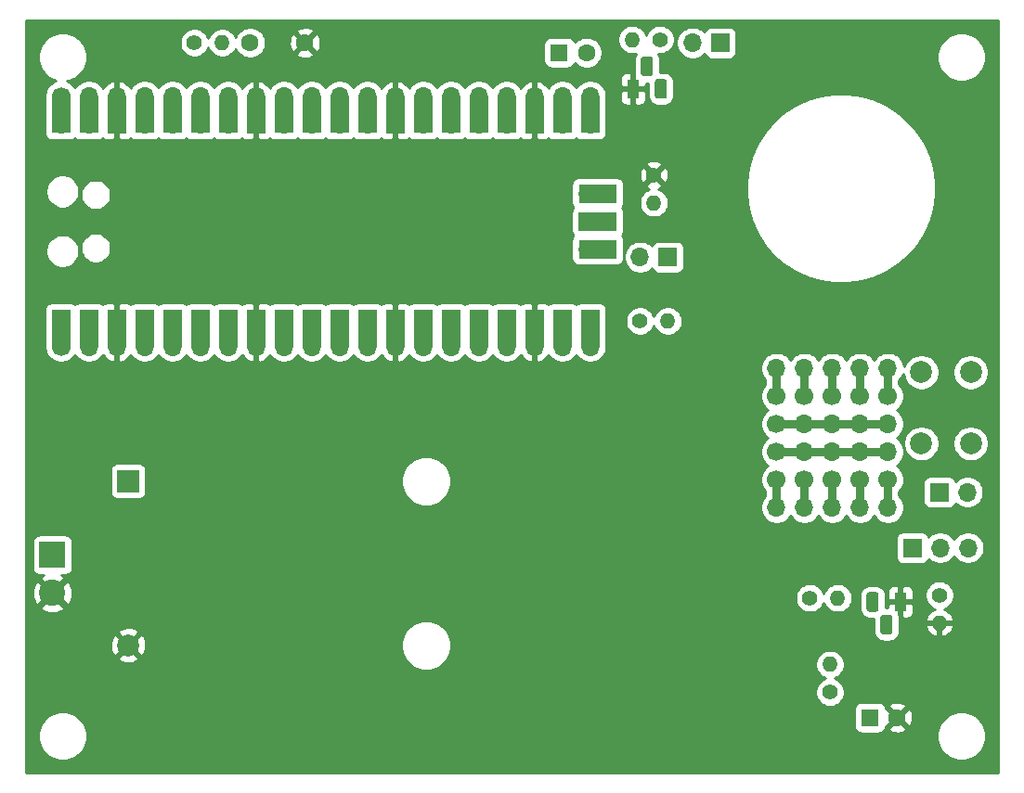
<source format=gbr>
G04 #@! TF.GenerationSoftware,KiCad,Pcbnew,5.1.5+dfsg1-2build2*
G04 #@! TF.CreationDate,2021-11-10T10:38:05-05:00*
G04 #@! TF.ProjectId,SINSONTE,53494e53-4f4e-4544-952e-6b696361645f,rev?*
G04 #@! TF.SameCoordinates,Original*
G04 #@! TF.FileFunction,Copper,L1,Top*
G04 #@! TF.FilePolarity,Positive*
%FSLAX46Y46*%
G04 Gerber Fmt 4.6, Leading zero omitted, Abs format (unit mm)*
G04 Created by KiCad (PCBNEW 5.1.5+dfsg1-2build2) date 2021-11-10 10:38:05*
%MOMM*%
%LPD*%
G04 APERTURE LIST*
%ADD10O,1.700000X1.700000*%
%ADD11C,1.700000*%
%ADD12R,3.500000X1.700000*%
%ADD13R,1.700000X1.700000*%
%ADD14R,1.700000X3.500000*%
%ADD15C,2.400000*%
%ADD16R,2.400000X2.400000*%
%ADD17R,1.100000X1.800000*%
%ADD18C,0.100000*%
%ADD19O,1.400000X1.400000*%
%ADD20C,1.400000*%
%ADD21C,1.600000*%
%ADD22R,1.600000X1.600000*%
%ADD23C,2.000000*%
%ADD24R,2.000000X2.000000*%
%ADD25C,0.750000*%
%ADD26C,0.254000*%
G04 APERTURE END LIST*
D10*
X119126000Y-82423000D03*
D11*
X119126000Y-84963000D03*
D10*
X121666000Y-82423000D03*
D11*
X121666000Y-84963000D03*
D10*
X124206000Y-82423000D03*
D11*
X124206000Y-84963000D03*
D10*
X126746000Y-82423000D03*
D11*
X126746000Y-84963000D03*
D10*
X129286000Y-82423000D03*
D11*
X129286000Y-84963000D03*
D10*
X119126000Y-95123000D03*
D11*
X119126000Y-92583000D03*
D10*
X121666000Y-95123000D03*
D11*
X121666000Y-92583000D03*
D10*
X124206000Y-95123000D03*
D11*
X124206000Y-92583000D03*
D10*
X126746000Y-95123000D03*
D11*
X126746000Y-92583000D03*
D10*
X129286000Y-95123000D03*
D11*
X129286000Y-92583000D03*
D10*
X129286000Y-90043000D03*
X126746000Y-90043000D03*
X124206000Y-90043000D03*
X121666000Y-90043000D03*
D11*
X119126000Y-90043000D03*
D10*
X129286000Y-87503000D03*
X126746000Y-87503000D03*
X124206000Y-87503000D03*
X121666000Y-87503000D03*
D11*
X119126000Y-87503000D03*
D10*
X102130000Y-57570000D03*
X99590000Y-57570000D03*
X97050000Y-57570000D03*
X94510000Y-57570000D03*
X91970000Y-57570000D03*
X89430000Y-57570000D03*
X86890000Y-57570000D03*
X84350000Y-57570000D03*
X81810000Y-57570000D03*
X79270000Y-57570000D03*
X76730000Y-57570000D03*
X74190000Y-57570000D03*
X71650000Y-57570000D03*
X69110000Y-57570000D03*
X66570000Y-57570000D03*
X64030000Y-57570000D03*
X61490000Y-57570000D03*
X58950000Y-57570000D03*
X56410000Y-57570000D03*
D11*
X53870000Y-57570000D03*
D10*
X102130000Y-80430000D03*
X99590000Y-80430000D03*
X97050000Y-80430000D03*
X94510000Y-80430000D03*
X91970000Y-80430000D03*
X89430000Y-80430000D03*
X86890000Y-80430000D03*
X84350000Y-80430000D03*
X81810000Y-80430000D03*
X79270000Y-80430000D03*
X76730000Y-80430000D03*
X74190000Y-80430000D03*
X71650000Y-80430000D03*
X69110000Y-80430000D03*
X66570000Y-80430000D03*
X64030000Y-80430000D03*
X61490000Y-80430000D03*
X58950000Y-80430000D03*
X56410000Y-80430000D03*
D11*
X53870000Y-80430000D03*
D10*
X101900000Y-66460000D03*
D12*
X102800000Y-66460000D03*
D13*
X101900000Y-69000000D03*
D12*
X102800000Y-69000000D03*
D10*
X101900000Y-71540000D03*
D12*
X102800000Y-71540000D03*
D14*
X102130000Y-59210000D03*
X99590000Y-59210000D03*
X97050000Y-59210000D03*
X94510000Y-59210000D03*
X91970000Y-59210000D03*
X89430000Y-59210000D03*
X86890000Y-59210000D03*
X84350000Y-59210000D03*
X81810000Y-59210000D03*
X79270000Y-59210000D03*
X76730000Y-59210000D03*
X74190000Y-59210000D03*
X71650000Y-59210000D03*
X69110000Y-59210000D03*
X66570000Y-59210000D03*
X64030000Y-59210000D03*
X61490000Y-59210000D03*
X58950000Y-59210000D03*
X56410000Y-59210000D03*
X53870000Y-59210000D03*
X102130000Y-78790000D03*
X99590000Y-78790000D03*
X97050000Y-78790000D03*
X94510000Y-78790000D03*
X91970000Y-78790000D03*
X89430000Y-78790000D03*
X86890000Y-78790000D03*
X84350000Y-78790000D03*
X81810000Y-78790000D03*
X79270000Y-78790000D03*
X76730000Y-78790000D03*
X74190000Y-78790000D03*
X71650000Y-78790000D03*
X69110000Y-78790000D03*
X66570000Y-78790000D03*
X64030000Y-78790000D03*
X61490000Y-78790000D03*
X58950000Y-78790000D03*
X56410000Y-78790000D03*
X53870000Y-78790000D03*
D10*
X53870000Y-60110000D03*
X56410000Y-60110000D03*
D13*
X58950000Y-60110000D03*
D10*
X61490000Y-60110000D03*
X64030000Y-60110000D03*
X66570000Y-60110000D03*
X69110000Y-60110000D03*
D13*
X71650000Y-60110000D03*
D10*
X74190000Y-60110000D03*
X76730000Y-60110000D03*
X79270000Y-60110000D03*
X81810000Y-60110000D03*
D13*
X84350000Y-60110000D03*
D10*
X86890000Y-60110000D03*
X89430000Y-60110000D03*
X91970000Y-60110000D03*
X94510000Y-60110000D03*
D13*
X97050000Y-60110000D03*
D10*
X99590000Y-60110000D03*
X102130000Y-60110000D03*
X102130000Y-77890000D03*
X99590000Y-77890000D03*
D13*
X97050000Y-77890000D03*
D10*
X94510000Y-77890000D03*
X91970000Y-77890000D03*
X89430000Y-77890000D03*
X86890000Y-77890000D03*
D13*
X84350000Y-77890000D03*
D10*
X81810000Y-77890000D03*
X79270000Y-77890000D03*
X76730000Y-77890000D03*
X74190000Y-77890000D03*
D13*
X71650000Y-77890000D03*
D10*
X69110000Y-77890000D03*
X66570000Y-77890000D03*
X64030000Y-77890000D03*
X61490000Y-77890000D03*
D13*
X58950000Y-77890000D03*
D10*
X56410000Y-77890000D03*
X53870000Y-77890000D03*
D15*
X53086000Y-102941000D03*
D16*
X53086000Y-99441000D03*
D17*
X106045000Y-56915000D03*
G04 #@! TA.AperFunction,ComponentPad*
D18*
G36*
X108886955Y-56016324D02*
G01*
X108913650Y-56020284D01*
X108939828Y-56026841D01*
X108965238Y-56035933D01*
X108989634Y-56047472D01*
X109012782Y-56061346D01*
X109034458Y-56077422D01*
X109054454Y-56095546D01*
X109072578Y-56115542D01*
X109088654Y-56137218D01*
X109102528Y-56160366D01*
X109114067Y-56184762D01*
X109123159Y-56210172D01*
X109129716Y-56236350D01*
X109133676Y-56263045D01*
X109135000Y-56290000D01*
X109135000Y-57540000D01*
X109133676Y-57566955D01*
X109129716Y-57593650D01*
X109123159Y-57619828D01*
X109114067Y-57645238D01*
X109102528Y-57669634D01*
X109088654Y-57692782D01*
X109072578Y-57714458D01*
X109054454Y-57734454D01*
X109034458Y-57752578D01*
X109012782Y-57768654D01*
X108989634Y-57782528D01*
X108965238Y-57794067D01*
X108939828Y-57803159D01*
X108913650Y-57809716D01*
X108886955Y-57813676D01*
X108860000Y-57815000D01*
X108310000Y-57815000D01*
X108283045Y-57813676D01*
X108256350Y-57809716D01*
X108230172Y-57803159D01*
X108204762Y-57794067D01*
X108180366Y-57782528D01*
X108157218Y-57768654D01*
X108135542Y-57752578D01*
X108115546Y-57734454D01*
X108097422Y-57714458D01*
X108081346Y-57692782D01*
X108067472Y-57669634D01*
X108055933Y-57645238D01*
X108046841Y-57619828D01*
X108040284Y-57593650D01*
X108036324Y-57566955D01*
X108035000Y-57540000D01*
X108035000Y-56290000D01*
X108036324Y-56263045D01*
X108040284Y-56236350D01*
X108046841Y-56210172D01*
X108055933Y-56184762D01*
X108067472Y-56160366D01*
X108081346Y-56137218D01*
X108097422Y-56115542D01*
X108115546Y-56095546D01*
X108135542Y-56077422D01*
X108157218Y-56061346D01*
X108180366Y-56047472D01*
X108204762Y-56035933D01*
X108230172Y-56026841D01*
X108256350Y-56020284D01*
X108283045Y-56016324D01*
X108310000Y-56015000D01*
X108860000Y-56015000D01*
X108886955Y-56016324D01*
G37*
G04 #@! TD.AperFunction*
G04 #@! TA.AperFunction,ComponentPad*
G36*
X107616955Y-53946324D02*
G01*
X107643650Y-53950284D01*
X107669828Y-53956841D01*
X107695238Y-53965933D01*
X107719634Y-53977472D01*
X107742782Y-53991346D01*
X107764458Y-54007422D01*
X107784454Y-54025546D01*
X107802578Y-54045542D01*
X107818654Y-54067218D01*
X107832528Y-54090366D01*
X107844067Y-54114762D01*
X107853159Y-54140172D01*
X107859716Y-54166350D01*
X107863676Y-54193045D01*
X107865000Y-54220000D01*
X107865000Y-55470000D01*
X107863676Y-55496955D01*
X107859716Y-55523650D01*
X107853159Y-55549828D01*
X107844067Y-55575238D01*
X107832528Y-55599634D01*
X107818654Y-55622782D01*
X107802578Y-55644458D01*
X107784454Y-55664454D01*
X107764458Y-55682578D01*
X107742782Y-55698654D01*
X107719634Y-55712528D01*
X107695238Y-55724067D01*
X107669828Y-55733159D01*
X107643650Y-55739716D01*
X107616955Y-55743676D01*
X107590000Y-55745000D01*
X107040000Y-55745000D01*
X107013045Y-55743676D01*
X106986350Y-55739716D01*
X106960172Y-55733159D01*
X106934762Y-55724067D01*
X106910366Y-55712528D01*
X106887218Y-55698654D01*
X106865542Y-55682578D01*
X106845546Y-55664454D01*
X106827422Y-55644458D01*
X106811346Y-55622782D01*
X106797472Y-55599634D01*
X106785933Y-55575238D01*
X106776841Y-55549828D01*
X106770284Y-55523650D01*
X106766324Y-55496955D01*
X106765000Y-55470000D01*
X106765000Y-54220000D01*
X106766324Y-54193045D01*
X106770284Y-54166350D01*
X106776841Y-54140172D01*
X106785933Y-54114762D01*
X106797472Y-54090366D01*
X106811346Y-54067218D01*
X106827422Y-54045542D01*
X106845546Y-54025546D01*
X106865542Y-54007422D01*
X106887218Y-53991346D01*
X106910366Y-53977472D01*
X106934762Y-53965933D01*
X106960172Y-53956841D01*
X106986350Y-53950284D01*
X107013045Y-53946324D01*
X107040000Y-53945000D01*
X107590000Y-53945000D01*
X107616955Y-53946324D01*
G37*
G04 #@! TD.AperFunction*
D17*
X130429000Y-103740000D03*
G04 #@! TA.AperFunction,ComponentPad*
D18*
G36*
X128190955Y-102841324D02*
G01*
X128217650Y-102845284D01*
X128243828Y-102851841D01*
X128269238Y-102860933D01*
X128293634Y-102872472D01*
X128316782Y-102886346D01*
X128338458Y-102902422D01*
X128358454Y-102920546D01*
X128376578Y-102940542D01*
X128392654Y-102962218D01*
X128406528Y-102985366D01*
X128418067Y-103009762D01*
X128427159Y-103035172D01*
X128433716Y-103061350D01*
X128437676Y-103088045D01*
X128439000Y-103115000D01*
X128439000Y-104365000D01*
X128437676Y-104391955D01*
X128433716Y-104418650D01*
X128427159Y-104444828D01*
X128418067Y-104470238D01*
X128406528Y-104494634D01*
X128392654Y-104517782D01*
X128376578Y-104539458D01*
X128358454Y-104559454D01*
X128338458Y-104577578D01*
X128316782Y-104593654D01*
X128293634Y-104607528D01*
X128269238Y-104619067D01*
X128243828Y-104628159D01*
X128217650Y-104634716D01*
X128190955Y-104638676D01*
X128164000Y-104640000D01*
X127614000Y-104640000D01*
X127587045Y-104638676D01*
X127560350Y-104634716D01*
X127534172Y-104628159D01*
X127508762Y-104619067D01*
X127484366Y-104607528D01*
X127461218Y-104593654D01*
X127439542Y-104577578D01*
X127419546Y-104559454D01*
X127401422Y-104539458D01*
X127385346Y-104517782D01*
X127371472Y-104494634D01*
X127359933Y-104470238D01*
X127350841Y-104444828D01*
X127344284Y-104418650D01*
X127340324Y-104391955D01*
X127339000Y-104365000D01*
X127339000Y-103115000D01*
X127340324Y-103088045D01*
X127344284Y-103061350D01*
X127350841Y-103035172D01*
X127359933Y-103009762D01*
X127371472Y-102985366D01*
X127385346Y-102962218D01*
X127401422Y-102940542D01*
X127419546Y-102920546D01*
X127439542Y-102902422D01*
X127461218Y-102886346D01*
X127484366Y-102872472D01*
X127508762Y-102860933D01*
X127534172Y-102851841D01*
X127560350Y-102845284D01*
X127587045Y-102841324D01*
X127614000Y-102840000D01*
X128164000Y-102840000D01*
X128190955Y-102841324D01*
G37*
G04 #@! TD.AperFunction*
G04 #@! TA.AperFunction,ComponentPad*
G36*
X129460955Y-104911324D02*
G01*
X129487650Y-104915284D01*
X129513828Y-104921841D01*
X129539238Y-104930933D01*
X129563634Y-104942472D01*
X129586782Y-104956346D01*
X129608458Y-104972422D01*
X129628454Y-104990546D01*
X129646578Y-105010542D01*
X129662654Y-105032218D01*
X129676528Y-105055366D01*
X129688067Y-105079762D01*
X129697159Y-105105172D01*
X129703716Y-105131350D01*
X129707676Y-105158045D01*
X129709000Y-105185000D01*
X129709000Y-106435000D01*
X129707676Y-106461955D01*
X129703716Y-106488650D01*
X129697159Y-106514828D01*
X129688067Y-106540238D01*
X129676528Y-106564634D01*
X129662654Y-106587782D01*
X129646578Y-106609458D01*
X129628454Y-106629454D01*
X129608458Y-106647578D01*
X129586782Y-106663654D01*
X129563634Y-106677528D01*
X129539238Y-106689067D01*
X129513828Y-106698159D01*
X129487650Y-106704716D01*
X129460955Y-106708676D01*
X129434000Y-106710000D01*
X128884000Y-106710000D01*
X128857045Y-106708676D01*
X128830350Y-106704716D01*
X128804172Y-106698159D01*
X128778762Y-106689067D01*
X128754366Y-106677528D01*
X128731218Y-106663654D01*
X128709542Y-106647578D01*
X128689546Y-106629454D01*
X128671422Y-106609458D01*
X128655346Y-106587782D01*
X128641472Y-106564634D01*
X128629933Y-106540238D01*
X128620841Y-106514828D01*
X128614284Y-106488650D01*
X128610324Y-106461955D01*
X128609000Y-106435000D01*
X128609000Y-105185000D01*
X128610324Y-105158045D01*
X128614284Y-105131350D01*
X128620841Y-105105172D01*
X128629933Y-105079762D01*
X128641472Y-105055366D01*
X128655346Y-105032218D01*
X128671422Y-105010542D01*
X128689546Y-104990546D01*
X128709542Y-104972422D01*
X128731218Y-104956346D01*
X128754366Y-104942472D01*
X128778762Y-104930933D01*
X128804172Y-104921841D01*
X128830350Y-104915284D01*
X128857045Y-104911324D01*
X128884000Y-104910000D01*
X129434000Y-104910000D01*
X129460955Y-104911324D01*
G37*
G04 #@! TD.AperFunction*
D10*
X136588500Y-98806000D03*
X134048500Y-98806000D03*
D13*
X131508500Y-98806000D03*
D19*
X133985000Y-105664000D03*
D20*
X133985000Y-103124000D03*
D19*
X68580000Y-52700000D03*
D20*
X66040000Y-52700000D03*
D21*
X76120000Y-52700000D03*
X71120000Y-52700000D03*
D19*
X109220000Y-78105000D03*
D20*
X106680000Y-78105000D03*
D19*
X107950000Y-67310000D03*
D20*
X107950000Y-64770000D03*
D10*
X106680000Y-72263000D03*
D13*
X109220000Y-72263000D03*
D19*
X105960000Y-52400000D03*
D20*
X108500000Y-52400000D03*
D10*
X111460000Y-52705000D03*
D13*
X114000000Y-52705000D03*
D21*
X101814000Y-53594000D03*
D22*
X99314000Y-53594000D03*
D23*
X132334000Y-82781000D03*
X136834000Y-82781000D03*
X132334000Y-89281000D03*
X136834000Y-89281000D03*
D10*
X136525000Y-93726000D03*
D13*
X133985000Y-93726000D03*
D19*
X124714000Y-103378000D03*
D20*
X122174000Y-103378000D03*
D19*
X124000000Y-109460000D03*
D20*
X124000000Y-112000000D03*
D21*
X130135000Y-114300000D03*
D22*
X127635000Y-114300000D03*
D23*
X60000000Y-107700000D03*
D24*
X60000000Y-92710000D03*
D25*
X119126000Y-90043000D02*
X121666000Y-90043000D01*
X121666000Y-90043000D02*
X124206000Y-90043000D01*
X124206000Y-90043000D02*
X126746000Y-90043000D01*
X126746000Y-90043000D02*
X129286000Y-90043000D01*
X119126000Y-87503000D02*
X121666000Y-87503000D01*
X121666000Y-87503000D02*
X124206000Y-87503000D01*
X124206000Y-87503000D02*
X126746000Y-87503000D01*
X126746000Y-87503000D02*
X129286000Y-87503000D01*
X129286000Y-95123000D02*
X129286000Y-92583000D01*
X126746000Y-92583000D02*
X126746000Y-95123000D01*
X124206000Y-92583000D02*
X124206000Y-95123000D01*
X121666000Y-92583000D02*
X121666000Y-95123000D01*
X119126000Y-92583000D02*
X119126000Y-95123000D01*
X129286000Y-82423000D02*
X129286000Y-84963000D01*
X126746000Y-82423000D02*
X126746000Y-84963000D01*
X124206000Y-82423000D02*
X124206000Y-84963000D01*
X121666000Y-82423000D02*
X121666000Y-84963000D01*
X119126000Y-82423000D02*
X119126000Y-84963000D01*
D26*
G36*
X139340001Y-119340000D02*
G01*
X50660000Y-119340000D01*
X50660000Y-115779872D01*
X51765000Y-115779872D01*
X51765000Y-116220128D01*
X51850890Y-116651925D01*
X52019369Y-117058669D01*
X52263962Y-117424729D01*
X52575271Y-117736038D01*
X52941331Y-117980631D01*
X53348075Y-118149110D01*
X53779872Y-118235000D01*
X54220128Y-118235000D01*
X54651925Y-118149110D01*
X55058669Y-117980631D01*
X55424729Y-117736038D01*
X55736038Y-117424729D01*
X55980631Y-117058669D01*
X56149110Y-116651925D01*
X56235000Y-116220128D01*
X56235000Y-115779872D01*
X133765000Y-115779872D01*
X133765000Y-116220128D01*
X133850890Y-116651925D01*
X134019369Y-117058669D01*
X134263962Y-117424729D01*
X134575271Y-117736038D01*
X134941331Y-117980631D01*
X135348075Y-118149110D01*
X135779872Y-118235000D01*
X136220128Y-118235000D01*
X136651925Y-118149110D01*
X137058669Y-117980631D01*
X137424729Y-117736038D01*
X137736038Y-117424729D01*
X137980631Y-117058669D01*
X138149110Y-116651925D01*
X138235000Y-116220128D01*
X138235000Y-115779872D01*
X138149110Y-115348075D01*
X137980631Y-114941331D01*
X137736038Y-114575271D01*
X137424729Y-114263962D01*
X137058669Y-114019369D01*
X136651925Y-113850890D01*
X136220128Y-113765000D01*
X135779872Y-113765000D01*
X135348075Y-113850890D01*
X134941331Y-114019369D01*
X134575271Y-114263962D01*
X134263962Y-114575271D01*
X134019369Y-114941331D01*
X133850890Y-115348075D01*
X133765000Y-115779872D01*
X56235000Y-115779872D01*
X56149110Y-115348075D01*
X55980631Y-114941331D01*
X55736038Y-114575271D01*
X55424729Y-114263962D01*
X55058669Y-114019369D01*
X54651925Y-113850890D01*
X54220128Y-113765000D01*
X53779872Y-113765000D01*
X53348075Y-113850890D01*
X52941331Y-114019369D01*
X52575271Y-114263962D01*
X52263962Y-114575271D01*
X52019369Y-114941331D01*
X51850890Y-115348075D01*
X51765000Y-115779872D01*
X50660000Y-115779872D01*
X50660000Y-113500000D01*
X126196928Y-113500000D01*
X126196928Y-115100000D01*
X126209188Y-115224482D01*
X126245498Y-115344180D01*
X126304463Y-115454494D01*
X126383815Y-115551185D01*
X126480506Y-115630537D01*
X126590820Y-115689502D01*
X126710518Y-115725812D01*
X126835000Y-115738072D01*
X128435000Y-115738072D01*
X128559482Y-115725812D01*
X128679180Y-115689502D01*
X128789494Y-115630537D01*
X128886185Y-115551185D01*
X128965537Y-115454494D01*
X129024502Y-115344180D01*
X129040117Y-115292702D01*
X129321903Y-115292702D01*
X129393486Y-115536671D01*
X129648996Y-115657571D01*
X129923184Y-115726300D01*
X130205512Y-115740217D01*
X130485130Y-115698787D01*
X130751292Y-115603603D01*
X130876514Y-115536671D01*
X130948097Y-115292702D01*
X130135000Y-114479605D01*
X129321903Y-115292702D01*
X129040117Y-115292702D01*
X129060812Y-115224482D01*
X129073072Y-115100000D01*
X129073072Y-115092785D01*
X129142298Y-115113097D01*
X129955395Y-114300000D01*
X130314605Y-114300000D01*
X131127702Y-115113097D01*
X131371671Y-115041514D01*
X131492571Y-114786004D01*
X131561300Y-114511816D01*
X131575217Y-114229488D01*
X131533787Y-113949870D01*
X131438603Y-113683708D01*
X131371671Y-113558486D01*
X131127702Y-113486903D01*
X130314605Y-114300000D01*
X129955395Y-114300000D01*
X129142298Y-113486903D01*
X129073072Y-113507215D01*
X129073072Y-113500000D01*
X129060812Y-113375518D01*
X129040118Y-113307298D01*
X129321903Y-113307298D01*
X130135000Y-114120395D01*
X130948097Y-113307298D01*
X130876514Y-113063329D01*
X130621004Y-112942429D01*
X130346816Y-112873700D01*
X130064488Y-112859783D01*
X129784870Y-112901213D01*
X129518708Y-112996397D01*
X129393486Y-113063329D01*
X129321903Y-113307298D01*
X129040118Y-113307298D01*
X129024502Y-113255820D01*
X128965537Y-113145506D01*
X128886185Y-113048815D01*
X128789494Y-112969463D01*
X128679180Y-112910498D01*
X128559482Y-112874188D01*
X128435000Y-112861928D01*
X126835000Y-112861928D01*
X126710518Y-112874188D01*
X126590820Y-112910498D01*
X126480506Y-112969463D01*
X126383815Y-113048815D01*
X126304463Y-113145506D01*
X126245498Y-113255820D01*
X126209188Y-113375518D01*
X126196928Y-113500000D01*
X50660000Y-113500000D01*
X50660000Y-108835413D01*
X59044192Y-108835413D01*
X59139956Y-109099814D01*
X59429571Y-109240704D01*
X59741108Y-109322384D01*
X60062595Y-109341718D01*
X60381675Y-109297961D01*
X60686088Y-109192795D01*
X60860044Y-109099814D01*
X60955808Y-108835413D01*
X60000000Y-107879605D01*
X59044192Y-108835413D01*
X50660000Y-108835413D01*
X50660000Y-107762595D01*
X58358282Y-107762595D01*
X58402039Y-108081675D01*
X58507205Y-108386088D01*
X58600186Y-108560044D01*
X58864587Y-108655808D01*
X59820395Y-107700000D01*
X60179605Y-107700000D01*
X61135413Y-108655808D01*
X61399814Y-108560044D01*
X61540704Y-108270429D01*
X61622384Y-107958892D01*
X61641718Y-107637405D01*
X61619440Y-107474947D01*
X84880000Y-107474947D01*
X84880000Y-107925053D01*
X84967811Y-108366510D01*
X85140059Y-108782353D01*
X85390125Y-109156603D01*
X85708397Y-109474875D01*
X86082647Y-109724941D01*
X86498490Y-109897189D01*
X86939947Y-109985000D01*
X87390053Y-109985000D01*
X87831510Y-109897189D01*
X88247353Y-109724941D01*
X88621603Y-109474875D01*
X88767964Y-109328514D01*
X122665000Y-109328514D01*
X122665000Y-109591486D01*
X122716304Y-109849405D01*
X122816939Y-110092359D01*
X122963038Y-110311013D01*
X123148987Y-110496962D01*
X123367641Y-110643061D01*
X123577530Y-110730000D01*
X123367641Y-110816939D01*
X123148987Y-110963038D01*
X122963038Y-111148987D01*
X122816939Y-111367641D01*
X122716304Y-111610595D01*
X122665000Y-111868514D01*
X122665000Y-112131486D01*
X122716304Y-112389405D01*
X122816939Y-112632359D01*
X122963038Y-112851013D01*
X123148987Y-113036962D01*
X123367641Y-113183061D01*
X123610595Y-113283696D01*
X123868514Y-113335000D01*
X124131486Y-113335000D01*
X124389405Y-113283696D01*
X124632359Y-113183061D01*
X124851013Y-113036962D01*
X125036962Y-112851013D01*
X125183061Y-112632359D01*
X125283696Y-112389405D01*
X125335000Y-112131486D01*
X125335000Y-111868514D01*
X125283696Y-111610595D01*
X125183061Y-111367641D01*
X125036962Y-111148987D01*
X124851013Y-110963038D01*
X124632359Y-110816939D01*
X124422470Y-110730000D01*
X124632359Y-110643061D01*
X124851013Y-110496962D01*
X125036962Y-110311013D01*
X125183061Y-110092359D01*
X125283696Y-109849405D01*
X125335000Y-109591486D01*
X125335000Y-109328514D01*
X125283696Y-109070595D01*
X125183061Y-108827641D01*
X125036962Y-108608987D01*
X124851013Y-108423038D01*
X124632359Y-108276939D01*
X124389405Y-108176304D01*
X124131486Y-108125000D01*
X123868514Y-108125000D01*
X123610595Y-108176304D01*
X123367641Y-108276939D01*
X123148987Y-108423038D01*
X122963038Y-108608987D01*
X122816939Y-108827641D01*
X122716304Y-109070595D01*
X122665000Y-109328514D01*
X88767964Y-109328514D01*
X88939875Y-109156603D01*
X89189941Y-108782353D01*
X89362189Y-108366510D01*
X89450000Y-107925053D01*
X89450000Y-107474947D01*
X89362189Y-107033490D01*
X89189941Y-106617647D01*
X88939875Y-106243397D01*
X88621603Y-105925125D01*
X88247353Y-105675059D01*
X87831510Y-105502811D01*
X87390053Y-105415000D01*
X86939947Y-105415000D01*
X86498490Y-105502811D01*
X86082647Y-105675059D01*
X85708397Y-105925125D01*
X85390125Y-106243397D01*
X85140059Y-106617647D01*
X84967811Y-107033490D01*
X84880000Y-107474947D01*
X61619440Y-107474947D01*
X61597961Y-107318325D01*
X61492795Y-107013912D01*
X61399814Y-106839956D01*
X61135413Y-106744192D01*
X60179605Y-107700000D01*
X59820395Y-107700000D01*
X58864587Y-106744192D01*
X58600186Y-106839956D01*
X58459296Y-107129571D01*
X58377616Y-107441108D01*
X58358282Y-107762595D01*
X50660000Y-107762595D01*
X50660000Y-106564587D01*
X59044192Y-106564587D01*
X60000000Y-107520395D01*
X60955808Y-106564587D01*
X60860044Y-106300186D01*
X60570429Y-106159296D01*
X60258892Y-106077616D01*
X59937405Y-106058282D01*
X59618325Y-106102039D01*
X59313912Y-106207205D01*
X59139956Y-106300186D01*
X59044192Y-106564587D01*
X50660000Y-106564587D01*
X50660000Y-104218980D01*
X51987626Y-104218980D01*
X52107514Y-104503836D01*
X52431210Y-104664699D01*
X52780069Y-104759322D01*
X53140684Y-104784067D01*
X53499198Y-104737985D01*
X53841833Y-104622846D01*
X54064486Y-104503836D01*
X54184374Y-104218980D01*
X53086000Y-103120605D01*
X51987626Y-104218980D01*
X50660000Y-104218980D01*
X50660000Y-102995684D01*
X51242933Y-102995684D01*
X51289015Y-103354198D01*
X51404154Y-103696833D01*
X51523164Y-103919486D01*
X51808020Y-104039374D01*
X52906395Y-102941000D01*
X53265605Y-102941000D01*
X54363980Y-104039374D01*
X54648836Y-103919486D01*
X54809699Y-103595790D01*
X54904322Y-103246931D01*
X54904350Y-103246514D01*
X120839000Y-103246514D01*
X120839000Y-103509486D01*
X120890304Y-103767405D01*
X120990939Y-104010359D01*
X121137038Y-104229013D01*
X121322987Y-104414962D01*
X121541641Y-104561061D01*
X121784595Y-104661696D01*
X122042514Y-104713000D01*
X122305486Y-104713000D01*
X122563405Y-104661696D01*
X122806359Y-104561061D01*
X123025013Y-104414962D01*
X123210962Y-104229013D01*
X123357061Y-104010359D01*
X123444000Y-103800470D01*
X123530939Y-104010359D01*
X123677038Y-104229013D01*
X123862987Y-104414962D01*
X124081641Y-104561061D01*
X124324595Y-104661696D01*
X124582514Y-104713000D01*
X124845486Y-104713000D01*
X125103405Y-104661696D01*
X125346359Y-104561061D01*
X125565013Y-104414962D01*
X125750962Y-104229013D01*
X125897061Y-104010359D01*
X125997696Y-103767405D01*
X126049000Y-103509486D01*
X126049000Y-103246514D01*
X126022840Y-103115000D01*
X126700928Y-103115000D01*
X126700928Y-104365000D01*
X126718472Y-104543132D01*
X126770431Y-104714418D01*
X126854808Y-104872276D01*
X126968361Y-105010639D01*
X127106724Y-105124192D01*
X127264582Y-105208569D01*
X127435868Y-105260528D01*
X127614000Y-105278072D01*
X127970928Y-105278072D01*
X127970928Y-106435000D01*
X127988472Y-106613132D01*
X128040431Y-106784418D01*
X128124808Y-106942276D01*
X128238361Y-107080639D01*
X128376724Y-107194192D01*
X128534582Y-107278569D01*
X128705868Y-107330528D01*
X128884000Y-107348072D01*
X129434000Y-107348072D01*
X129612132Y-107330528D01*
X129783418Y-107278569D01*
X129941276Y-107194192D01*
X130079639Y-107080639D01*
X130193192Y-106942276D01*
X130277569Y-106784418D01*
X130329528Y-106613132D01*
X130347072Y-106435000D01*
X130347072Y-105997330D01*
X132692278Y-105997330D01*
X132782147Y-106243123D01*
X132918241Y-106466660D01*
X133095330Y-106659351D01*
X133306608Y-106813792D01*
X133543956Y-106924047D01*
X133651671Y-106956716D01*
X133858000Y-106833374D01*
X133858000Y-105791000D01*
X134112000Y-105791000D01*
X134112000Y-106833374D01*
X134318329Y-106956716D01*
X134426044Y-106924047D01*
X134663392Y-106813792D01*
X134874670Y-106659351D01*
X135051759Y-106466660D01*
X135187853Y-106243123D01*
X135277722Y-105997330D01*
X135155201Y-105791000D01*
X134112000Y-105791000D01*
X133858000Y-105791000D01*
X132814799Y-105791000D01*
X132692278Y-105997330D01*
X130347072Y-105997330D01*
X130347072Y-105185000D01*
X130329528Y-105006868D01*
X130302000Y-104916120D01*
X130302000Y-103867000D01*
X130556000Y-103867000D01*
X130556000Y-105116250D01*
X130714750Y-105275000D01*
X130979000Y-105278072D01*
X131103482Y-105265812D01*
X131223180Y-105229502D01*
X131333494Y-105170537D01*
X131430185Y-105091185D01*
X131509537Y-104994494D01*
X131568502Y-104884180D01*
X131604812Y-104764482D01*
X131617072Y-104640000D01*
X131614000Y-104025750D01*
X131455250Y-103867000D01*
X130556000Y-103867000D01*
X130302000Y-103867000D01*
X129402750Y-103867000D01*
X129244000Y-104025750D01*
X129242769Y-104271928D01*
X129077072Y-104271928D01*
X129077072Y-103115000D01*
X129059528Y-102936868D01*
X129030144Y-102840000D01*
X129240928Y-102840000D01*
X129244000Y-103454250D01*
X129402750Y-103613000D01*
X130302000Y-103613000D01*
X130302000Y-102363750D01*
X130556000Y-102363750D01*
X130556000Y-103613000D01*
X131455250Y-103613000D01*
X131614000Y-103454250D01*
X131616309Y-102992514D01*
X132650000Y-102992514D01*
X132650000Y-103255486D01*
X132701304Y-103513405D01*
X132801939Y-103756359D01*
X132948038Y-103975013D01*
X133133987Y-104160962D01*
X133352641Y-104307061D01*
X133568550Y-104396494D01*
X133543956Y-104403953D01*
X133306608Y-104514208D01*
X133095330Y-104668649D01*
X132918241Y-104861340D01*
X132782147Y-105084877D01*
X132692278Y-105330670D01*
X132814799Y-105537000D01*
X133858000Y-105537000D01*
X133858000Y-105517000D01*
X134112000Y-105517000D01*
X134112000Y-105537000D01*
X135155201Y-105537000D01*
X135277722Y-105330670D01*
X135187853Y-105084877D01*
X135051759Y-104861340D01*
X134874670Y-104668649D01*
X134663392Y-104514208D01*
X134426044Y-104403953D01*
X134401450Y-104396494D01*
X134617359Y-104307061D01*
X134836013Y-104160962D01*
X135021962Y-103975013D01*
X135168061Y-103756359D01*
X135268696Y-103513405D01*
X135320000Y-103255486D01*
X135320000Y-102992514D01*
X135268696Y-102734595D01*
X135168061Y-102491641D01*
X135021962Y-102272987D01*
X134836013Y-102087038D01*
X134617359Y-101940939D01*
X134374405Y-101840304D01*
X134116486Y-101789000D01*
X133853514Y-101789000D01*
X133595595Y-101840304D01*
X133352641Y-101940939D01*
X133133987Y-102087038D01*
X132948038Y-102272987D01*
X132801939Y-102491641D01*
X132701304Y-102734595D01*
X132650000Y-102992514D01*
X131616309Y-102992514D01*
X131617072Y-102840000D01*
X131604812Y-102715518D01*
X131568502Y-102595820D01*
X131509537Y-102485506D01*
X131430185Y-102388815D01*
X131333494Y-102309463D01*
X131223180Y-102250498D01*
X131103482Y-102214188D01*
X130979000Y-102201928D01*
X130714750Y-102205000D01*
X130556000Y-102363750D01*
X130302000Y-102363750D01*
X130143250Y-102205000D01*
X129879000Y-102201928D01*
X129754518Y-102214188D01*
X129634820Y-102250498D01*
X129524506Y-102309463D01*
X129427815Y-102388815D01*
X129348463Y-102485506D01*
X129289498Y-102595820D01*
X129253188Y-102715518D01*
X129240928Y-102840000D01*
X129030144Y-102840000D01*
X129007569Y-102765582D01*
X128923192Y-102607724D01*
X128809639Y-102469361D01*
X128671276Y-102355808D01*
X128513418Y-102271431D01*
X128342132Y-102219472D01*
X128164000Y-102201928D01*
X127614000Y-102201928D01*
X127435868Y-102219472D01*
X127264582Y-102271431D01*
X127106724Y-102355808D01*
X126968361Y-102469361D01*
X126854808Y-102607724D01*
X126770431Y-102765582D01*
X126718472Y-102936868D01*
X126700928Y-103115000D01*
X126022840Y-103115000D01*
X125997696Y-102988595D01*
X125897061Y-102745641D01*
X125750962Y-102526987D01*
X125565013Y-102341038D01*
X125346359Y-102194939D01*
X125103405Y-102094304D01*
X124845486Y-102043000D01*
X124582514Y-102043000D01*
X124324595Y-102094304D01*
X124081641Y-102194939D01*
X123862987Y-102341038D01*
X123677038Y-102526987D01*
X123530939Y-102745641D01*
X123444000Y-102955530D01*
X123357061Y-102745641D01*
X123210962Y-102526987D01*
X123025013Y-102341038D01*
X122806359Y-102194939D01*
X122563405Y-102094304D01*
X122305486Y-102043000D01*
X122042514Y-102043000D01*
X121784595Y-102094304D01*
X121541641Y-102194939D01*
X121322987Y-102341038D01*
X121137038Y-102526987D01*
X120990939Y-102745641D01*
X120890304Y-102988595D01*
X120839000Y-103246514D01*
X54904350Y-103246514D01*
X54929067Y-102886316D01*
X54882985Y-102527802D01*
X54767846Y-102185167D01*
X54648836Y-101962514D01*
X54363980Y-101842626D01*
X53265605Y-102941000D01*
X52906395Y-102941000D01*
X51808020Y-101842626D01*
X51523164Y-101962514D01*
X51362301Y-102286210D01*
X51267678Y-102635069D01*
X51242933Y-102995684D01*
X50660000Y-102995684D01*
X50660000Y-98241000D01*
X51247928Y-98241000D01*
X51247928Y-100641000D01*
X51260188Y-100765482D01*
X51296498Y-100885180D01*
X51355463Y-100995494D01*
X51434815Y-101092185D01*
X51531506Y-101171537D01*
X51641820Y-101230502D01*
X51761518Y-101266812D01*
X51886000Y-101279072D01*
X52292903Y-101279072D01*
X52107514Y-101378164D01*
X51987626Y-101663020D01*
X53086000Y-102761395D01*
X54184374Y-101663020D01*
X54064486Y-101378164D01*
X53865088Y-101279072D01*
X54286000Y-101279072D01*
X54410482Y-101266812D01*
X54530180Y-101230502D01*
X54640494Y-101171537D01*
X54737185Y-101092185D01*
X54816537Y-100995494D01*
X54875502Y-100885180D01*
X54911812Y-100765482D01*
X54924072Y-100641000D01*
X54924072Y-98241000D01*
X54911812Y-98116518D01*
X54875502Y-97996820D01*
X54853683Y-97956000D01*
X130020428Y-97956000D01*
X130020428Y-99656000D01*
X130032688Y-99780482D01*
X130068998Y-99900180D01*
X130127963Y-100010494D01*
X130207315Y-100107185D01*
X130304006Y-100186537D01*
X130414320Y-100245502D01*
X130534018Y-100281812D01*
X130658500Y-100294072D01*
X132358500Y-100294072D01*
X132482982Y-100281812D01*
X132602680Y-100245502D01*
X132712994Y-100186537D01*
X132809685Y-100107185D01*
X132889037Y-100010494D01*
X132948002Y-99900180D01*
X132970013Y-99827620D01*
X133101868Y-99959475D01*
X133345089Y-100121990D01*
X133615342Y-100233932D01*
X133902240Y-100291000D01*
X134194760Y-100291000D01*
X134481658Y-100233932D01*
X134751911Y-100121990D01*
X134995132Y-99959475D01*
X135201975Y-99752632D01*
X135318500Y-99578240D01*
X135435025Y-99752632D01*
X135641868Y-99959475D01*
X135885089Y-100121990D01*
X136155342Y-100233932D01*
X136442240Y-100291000D01*
X136734760Y-100291000D01*
X137021658Y-100233932D01*
X137291911Y-100121990D01*
X137535132Y-99959475D01*
X137741975Y-99752632D01*
X137904490Y-99509411D01*
X138016432Y-99239158D01*
X138073500Y-98952260D01*
X138073500Y-98659740D01*
X138016432Y-98372842D01*
X137904490Y-98102589D01*
X137741975Y-97859368D01*
X137535132Y-97652525D01*
X137291911Y-97490010D01*
X137021658Y-97378068D01*
X136734760Y-97321000D01*
X136442240Y-97321000D01*
X136155342Y-97378068D01*
X135885089Y-97490010D01*
X135641868Y-97652525D01*
X135435025Y-97859368D01*
X135318500Y-98033760D01*
X135201975Y-97859368D01*
X134995132Y-97652525D01*
X134751911Y-97490010D01*
X134481658Y-97378068D01*
X134194760Y-97321000D01*
X133902240Y-97321000D01*
X133615342Y-97378068D01*
X133345089Y-97490010D01*
X133101868Y-97652525D01*
X132970013Y-97784380D01*
X132948002Y-97711820D01*
X132889037Y-97601506D01*
X132809685Y-97504815D01*
X132712994Y-97425463D01*
X132602680Y-97366498D01*
X132482982Y-97330188D01*
X132358500Y-97317928D01*
X130658500Y-97317928D01*
X130534018Y-97330188D01*
X130414320Y-97366498D01*
X130304006Y-97425463D01*
X130207315Y-97504815D01*
X130127963Y-97601506D01*
X130068998Y-97711820D01*
X130032688Y-97831518D01*
X130020428Y-97956000D01*
X54853683Y-97956000D01*
X54816537Y-97886506D01*
X54737185Y-97789815D01*
X54640494Y-97710463D01*
X54530180Y-97651498D01*
X54410482Y-97615188D01*
X54286000Y-97602928D01*
X51886000Y-97602928D01*
X51761518Y-97615188D01*
X51641820Y-97651498D01*
X51531506Y-97710463D01*
X51434815Y-97789815D01*
X51355463Y-97886506D01*
X51296498Y-97996820D01*
X51260188Y-98116518D01*
X51247928Y-98241000D01*
X50660000Y-98241000D01*
X50660000Y-91710000D01*
X58361928Y-91710000D01*
X58361928Y-93710000D01*
X58374188Y-93834482D01*
X58410498Y-93954180D01*
X58469463Y-94064494D01*
X58548815Y-94161185D01*
X58645506Y-94240537D01*
X58755820Y-94299502D01*
X58875518Y-94335812D01*
X59000000Y-94348072D01*
X61000000Y-94348072D01*
X61124482Y-94335812D01*
X61244180Y-94299502D01*
X61354494Y-94240537D01*
X61451185Y-94161185D01*
X61530537Y-94064494D01*
X61589502Y-93954180D01*
X61625812Y-93834482D01*
X61638072Y-93710000D01*
X61638072Y-92484947D01*
X84880000Y-92484947D01*
X84880000Y-92935053D01*
X84967811Y-93376510D01*
X85140059Y-93792353D01*
X85390125Y-94166603D01*
X85708397Y-94484875D01*
X86082647Y-94734941D01*
X86498490Y-94907189D01*
X86939947Y-94995000D01*
X87390053Y-94995000D01*
X87831510Y-94907189D01*
X88247353Y-94734941D01*
X88621603Y-94484875D01*
X88939875Y-94166603D01*
X89189941Y-93792353D01*
X89362189Y-93376510D01*
X89450000Y-92935053D01*
X89450000Y-92484947D01*
X89362189Y-92043490D01*
X89189941Y-91627647D01*
X88939875Y-91253397D01*
X88621603Y-90935125D01*
X88247353Y-90685059D01*
X87831510Y-90512811D01*
X87390053Y-90425000D01*
X86939947Y-90425000D01*
X86498490Y-90512811D01*
X86082647Y-90685059D01*
X85708397Y-90935125D01*
X85390125Y-91253397D01*
X85140059Y-91627647D01*
X84967811Y-92043490D01*
X84880000Y-92484947D01*
X61638072Y-92484947D01*
X61638072Y-91710000D01*
X61625812Y-91585518D01*
X61589502Y-91465820D01*
X61530537Y-91355506D01*
X61451185Y-91258815D01*
X61354494Y-91179463D01*
X61244180Y-91120498D01*
X61124482Y-91084188D01*
X61000000Y-91071928D01*
X59000000Y-91071928D01*
X58875518Y-91084188D01*
X58755820Y-91120498D01*
X58645506Y-91179463D01*
X58548815Y-91258815D01*
X58469463Y-91355506D01*
X58410498Y-91465820D01*
X58374188Y-91585518D01*
X58361928Y-91710000D01*
X50660000Y-91710000D01*
X50660000Y-82276740D01*
X117641000Y-82276740D01*
X117641000Y-82569260D01*
X117698068Y-82856158D01*
X117810010Y-83126411D01*
X117972525Y-83369632D01*
X118116000Y-83513107D01*
X118116001Y-83872892D01*
X117972525Y-84016368D01*
X117810010Y-84259589D01*
X117698068Y-84529842D01*
X117641000Y-84816740D01*
X117641000Y-85109260D01*
X117698068Y-85396158D01*
X117810010Y-85666411D01*
X117972525Y-85909632D01*
X118179368Y-86116475D01*
X118353760Y-86233000D01*
X118179368Y-86349525D01*
X117972525Y-86556368D01*
X117810010Y-86799589D01*
X117698068Y-87069842D01*
X117641000Y-87356740D01*
X117641000Y-87649260D01*
X117698068Y-87936158D01*
X117810010Y-88206411D01*
X117972525Y-88449632D01*
X118179368Y-88656475D01*
X118353760Y-88773000D01*
X118179368Y-88889525D01*
X117972525Y-89096368D01*
X117810010Y-89339589D01*
X117698068Y-89609842D01*
X117641000Y-89896740D01*
X117641000Y-90189260D01*
X117698068Y-90476158D01*
X117810010Y-90746411D01*
X117972525Y-90989632D01*
X118179368Y-91196475D01*
X118353760Y-91313000D01*
X118179368Y-91429525D01*
X117972525Y-91636368D01*
X117810010Y-91879589D01*
X117698068Y-92149842D01*
X117641000Y-92436740D01*
X117641000Y-92729260D01*
X117698068Y-93016158D01*
X117810010Y-93286411D01*
X117972525Y-93529632D01*
X118116000Y-93673107D01*
X118116001Y-94032892D01*
X117972525Y-94176368D01*
X117810010Y-94419589D01*
X117698068Y-94689842D01*
X117641000Y-94976740D01*
X117641000Y-95269260D01*
X117698068Y-95556158D01*
X117810010Y-95826411D01*
X117972525Y-96069632D01*
X118179368Y-96276475D01*
X118422589Y-96438990D01*
X118692842Y-96550932D01*
X118979740Y-96608000D01*
X119272260Y-96608000D01*
X119559158Y-96550932D01*
X119829411Y-96438990D01*
X120072632Y-96276475D01*
X120279475Y-96069632D01*
X120396000Y-95895240D01*
X120512525Y-96069632D01*
X120719368Y-96276475D01*
X120962589Y-96438990D01*
X121232842Y-96550932D01*
X121519740Y-96608000D01*
X121812260Y-96608000D01*
X122099158Y-96550932D01*
X122369411Y-96438990D01*
X122612632Y-96276475D01*
X122819475Y-96069632D01*
X122936000Y-95895240D01*
X123052525Y-96069632D01*
X123259368Y-96276475D01*
X123502589Y-96438990D01*
X123772842Y-96550932D01*
X124059740Y-96608000D01*
X124352260Y-96608000D01*
X124639158Y-96550932D01*
X124909411Y-96438990D01*
X125152632Y-96276475D01*
X125359475Y-96069632D01*
X125476000Y-95895240D01*
X125592525Y-96069632D01*
X125799368Y-96276475D01*
X126042589Y-96438990D01*
X126312842Y-96550932D01*
X126599740Y-96608000D01*
X126892260Y-96608000D01*
X127179158Y-96550932D01*
X127449411Y-96438990D01*
X127692632Y-96276475D01*
X127899475Y-96069632D01*
X128016000Y-95895240D01*
X128132525Y-96069632D01*
X128339368Y-96276475D01*
X128582589Y-96438990D01*
X128852842Y-96550932D01*
X129139740Y-96608000D01*
X129432260Y-96608000D01*
X129719158Y-96550932D01*
X129989411Y-96438990D01*
X130232632Y-96276475D01*
X130439475Y-96069632D01*
X130601990Y-95826411D01*
X130713932Y-95556158D01*
X130771000Y-95269260D01*
X130771000Y-94976740D01*
X130713932Y-94689842D01*
X130601990Y-94419589D01*
X130439475Y-94176368D01*
X130296000Y-94032893D01*
X130296000Y-93673107D01*
X130439475Y-93529632D01*
X130601990Y-93286411D01*
X130713932Y-93016158D01*
X130741811Y-92876000D01*
X132496928Y-92876000D01*
X132496928Y-94576000D01*
X132509188Y-94700482D01*
X132545498Y-94820180D01*
X132604463Y-94930494D01*
X132683815Y-95027185D01*
X132780506Y-95106537D01*
X132890820Y-95165502D01*
X133010518Y-95201812D01*
X133135000Y-95214072D01*
X134835000Y-95214072D01*
X134959482Y-95201812D01*
X135079180Y-95165502D01*
X135189494Y-95106537D01*
X135286185Y-95027185D01*
X135365537Y-94930494D01*
X135424502Y-94820180D01*
X135446513Y-94747620D01*
X135578368Y-94879475D01*
X135821589Y-95041990D01*
X136091842Y-95153932D01*
X136378740Y-95211000D01*
X136671260Y-95211000D01*
X136958158Y-95153932D01*
X137228411Y-95041990D01*
X137471632Y-94879475D01*
X137678475Y-94672632D01*
X137840990Y-94429411D01*
X137952932Y-94159158D01*
X138010000Y-93872260D01*
X138010000Y-93579740D01*
X137952932Y-93292842D01*
X137840990Y-93022589D01*
X137678475Y-92779368D01*
X137471632Y-92572525D01*
X137228411Y-92410010D01*
X136958158Y-92298068D01*
X136671260Y-92241000D01*
X136378740Y-92241000D01*
X136091842Y-92298068D01*
X135821589Y-92410010D01*
X135578368Y-92572525D01*
X135446513Y-92704380D01*
X135424502Y-92631820D01*
X135365537Y-92521506D01*
X135286185Y-92424815D01*
X135189494Y-92345463D01*
X135079180Y-92286498D01*
X134959482Y-92250188D01*
X134835000Y-92237928D01*
X133135000Y-92237928D01*
X133010518Y-92250188D01*
X132890820Y-92286498D01*
X132780506Y-92345463D01*
X132683815Y-92424815D01*
X132604463Y-92521506D01*
X132545498Y-92631820D01*
X132509188Y-92751518D01*
X132496928Y-92876000D01*
X130741811Y-92876000D01*
X130771000Y-92729260D01*
X130771000Y-92436740D01*
X130713932Y-92149842D01*
X130601990Y-91879589D01*
X130439475Y-91636368D01*
X130232632Y-91429525D01*
X130058240Y-91313000D01*
X130232632Y-91196475D01*
X130439475Y-90989632D01*
X130601990Y-90746411D01*
X130713932Y-90476158D01*
X130771000Y-90189260D01*
X130771000Y-89896740D01*
X130713932Y-89609842D01*
X130601990Y-89339589D01*
X130455244Y-89119967D01*
X130699000Y-89119967D01*
X130699000Y-89442033D01*
X130761832Y-89757912D01*
X130885082Y-90055463D01*
X131064013Y-90323252D01*
X131291748Y-90550987D01*
X131559537Y-90729918D01*
X131857088Y-90853168D01*
X132172967Y-90916000D01*
X132495033Y-90916000D01*
X132810912Y-90853168D01*
X133108463Y-90729918D01*
X133376252Y-90550987D01*
X133603987Y-90323252D01*
X133782918Y-90055463D01*
X133906168Y-89757912D01*
X133969000Y-89442033D01*
X133969000Y-89119967D01*
X135199000Y-89119967D01*
X135199000Y-89442033D01*
X135261832Y-89757912D01*
X135385082Y-90055463D01*
X135564013Y-90323252D01*
X135791748Y-90550987D01*
X136059537Y-90729918D01*
X136357088Y-90853168D01*
X136672967Y-90916000D01*
X136995033Y-90916000D01*
X137310912Y-90853168D01*
X137608463Y-90729918D01*
X137876252Y-90550987D01*
X138103987Y-90323252D01*
X138282918Y-90055463D01*
X138406168Y-89757912D01*
X138469000Y-89442033D01*
X138469000Y-89119967D01*
X138406168Y-88804088D01*
X138282918Y-88506537D01*
X138103987Y-88238748D01*
X137876252Y-88011013D01*
X137608463Y-87832082D01*
X137310912Y-87708832D01*
X136995033Y-87646000D01*
X136672967Y-87646000D01*
X136357088Y-87708832D01*
X136059537Y-87832082D01*
X135791748Y-88011013D01*
X135564013Y-88238748D01*
X135385082Y-88506537D01*
X135261832Y-88804088D01*
X135199000Y-89119967D01*
X133969000Y-89119967D01*
X133906168Y-88804088D01*
X133782918Y-88506537D01*
X133603987Y-88238748D01*
X133376252Y-88011013D01*
X133108463Y-87832082D01*
X132810912Y-87708832D01*
X132495033Y-87646000D01*
X132172967Y-87646000D01*
X131857088Y-87708832D01*
X131559537Y-87832082D01*
X131291748Y-88011013D01*
X131064013Y-88238748D01*
X130885082Y-88506537D01*
X130761832Y-88804088D01*
X130699000Y-89119967D01*
X130455244Y-89119967D01*
X130439475Y-89096368D01*
X130232632Y-88889525D01*
X130058240Y-88773000D01*
X130232632Y-88656475D01*
X130439475Y-88449632D01*
X130601990Y-88206411D01*
X130713932Y-87936158D01*
X130771000Y-87649260D01*
X130771000Y-87356740D01*
X130713932Y-87069842D01*
X130601990Y-86799589D01*
X130439475Y-86556368D01*
X130232632Y-86349525D01*
X130058240Y-86233000D01*
X130232632Y-86116475D01*
X130439475Y-85909632D01*
X130601990Y-85666411D01*
X130713932Y-85396158D01*
X130771000Y-85109260D01*
X130771000Y-84816740D01*
X130713932Y-84529842D01*
X130601990Y-84259589D01*
X130439475Y-84016368D01*
X130296000Y-83872893D01*
X130296000Y-83513107D01*
X130439475Y-83369632D01*
X130601990Y-83126411D01*
X130699000Y-82892207D01*
X130699000Y-82942033D01*
X130761832Y-83257912D01*
X130885082Y-83555463D01*
X131064013Y-83823252D01*
X131291748Y-84050987D01*
X131559537Y-84229918D01*
X131857088Y-84353168D01*
X132172967Y-84416000D01*
X132495033Y-84416000D01*
X132810912Y-84353168D01*
X133108463Y-84229918D01*
X133376252Y-84050987D01*
X133603987Y-83823252D01*
X133782918Y-83555463D01*
X133906168Y-83257912D01*
X133969000Y-82942033D01*
X133969000Y-82619967D01*
X135199000Y-82619967D01*
X135199000Y-82942033D01*
X135261832Y-83257912D01*
X135385082Y-83555463D01*
X135564013Y-83823252D01*
X135791748Y-84050987D01*
X136059537Y-84229918D01*
X136357088Y-84353168D01*
X136672967Y-84416000D01*
X136995033Y-84416000D01*
X137310912Y-84353168D01*
X137608463Y-84229918D01*
X137876252Y-84050987D01*
X138103987Y-83823252D01*
X138282918Y-83555463D01*
X138406168Y-83257912D01*
X138469000Y-82942033D01*
X138469000Y-82619967D01*
X138406168Y-82304088D01*
X138282918Y-82006537D01*
X138103987Y-81738748D01*
X137876252Y-81511013D01*
X137608463Y-81332082D01*
X137310912Y-81208832D01*
X136995033Y-81146000D01*
X136672967Y-81146000D01*
X136357088Y-81208832D01*
X136059537Y-81332082D01*
X135791748Y-81511013D01*
X135564013Y-81738748D01*
X135385082Y-82006537D01*
X135261832Y-82304088D01*
X135199000Y-82619967D01*
X133969000Y-82619967D01*
X133906168Y-82304088D01*
X133782918Y-82006537D01*
X133603987Y-81738748D01*
X133376252Y-81511013D01*
X133108463Y-81332082D01*
X132810912Y-81208832D01*
X132495033Y-81146000D01*
X132172967Y-81146000D01*
X131857088Y-81208832D01*
X131559537Y-81332082D01*
X131291748Y-81511013D01*
X131064013Y-81738748D01*
X130885082Y-82006537D01*
X130771000Y-82281955D01*
X130771000Y-82276740D01*
X130713932Y-81989842D01*
X130601990Y-81719589D01*
X130439475Y-81476368D01*
X130232632Y-81269525D01*
X129989411Y-81107010D01*
X129719158Y-80995068D01*
X129432260Y-80938000D01*
X129139740Y-80938000D01*
X128852842Y-80995068D01*
X128582589Y-81107010D01*
X128339368Y-81269525D01*
X128132525Y-81476368D01*
X128016000Y-81650760D01*
X127899475Y-81476368D01*
X127692632Y-81269525D01*
X127449411Y-81107010D01*
X127179158Y-80995068D01*
X126892260Y-80938000D01*
X126599740Y-80938000D01*
X126312842Y-80995068D01*
X126042589Y-81107010D01*
X125799368Y-81269525D01*
X125592525Y-81476368D01*
X125476000Y-81650760D01*
X125359475Y-81476368D01*
X125152632Y-81269525D01*
X124909411Y-81107010D01*
X124639158Y-80995068D01*
X124352260Y-80938000D01*
X124059740Y-80938000D01*
X123772842Y-80995068D01*
X123502589Y-81107010D01*
X123259368Y-81269525D01*
X123052525Y-81476368D01*
X122936000Y-81650760D01*
X122819475Y-81476368D01*
X122612632Y-81269525D01*
X122369411Y-81107010D01*
X122099158Y-80995068D01*
X121812260Y-80938000D01*
X121519740Y-80938000D01*
X121232842Y-80995068D01*
X120962589Y-81107010D01*
X120719368Y-81269525D01*
X120512525Y-81476368D01*
X120396000Y-81650760D01*
X120279475Y-81476368D01*
X120072632Y-81269525D01*
X119829411Y-81107010D01*
X119559158Y-80995068D01*
X119272260Y-80938000D01*
X118979740Y-80938000D01*
X118692842Y-80995068D01*
X118422589Y-81107010D01*
X118179368Y-81269525D01*
X117972525Y-81476368D01*
X117810010Y-81719589D01*
X117698068Y-81989842D01*
X117641000Y-82276740D01*
X50660000Y-82276740D01*
X50660000Y-77040000D01*
X52381928Y-77040000D01*
X52381928Y-80540000D01*
X52385000Y-80571192D01*
X52385000Y-80576260D01*
X52385989Y-80581231D01*
X52394188Y-80664482D01*
X52418473Y-80744539D01*
X52442068Y-80863158D01*
X52554010Y-81133411D01*
X52716525Y-81376632D01*
X52923368Y-81583475D01*
X53166589Y-81745990D01*
X53436842Y-81857932D01*
X53723740Y-81915000D01*
X54016260Y-81915000D01*
X54303158Y-81857932D01*
X54573411Y-81745990D01*
X54816632Y-81583475D01*
X55023475Y-81376632D01*
X55140000Y-81202240D01*
X55256525Y-81376632D01*
X55463368Y-81583475D01*
X55706589Y-81745990D01*
X55976842Y-81857932D01*
X56263740Y-81915000D01*
X56556260Y-81915000D01*
X56843158Y-81857932D01*
X57113411Y-81745990D01*
X57356632Y-81583475D01*
X57563475Y-81376632D01*
X57685195Y-81194466D01*
X57754822Y-81311355D01*
X57949731Y-81527588D01*
X58183080Y-81701641D01*
X58445901Y-81826825D01*
X58593110Y-81871476D01*
X58823000Y-81750155D01*
X58823000Y-76563750D01*
X59077000Y-76563750D01*
X59077000Y-81750155D01*
X59306890Y-81871476D01*
X59454099Y-81826825D01*
X59716920Y-81701641D01*
X59950269Y-81527588D01*
X60145178Y-81311355D01*
X60214805Y-81194466D01*
X60336525Y-81376632D01*
X60543368Y-81583475D01*
X60786589Y-81745990D01*
X61056842Y-81857932D01*
X61343740Y-81915000D01*
X61636260Y-81915000D01*
X61923158Y-81857932D01*
X62193411Y-81745990D01*
X62436632Y-81583475D01*
X62643475Y-81376632D01*
X62760000Y-81202240D01*
X62876525Y-81376632D01*
X63083368Y-81583475D01*
X63326589Y-81745990D01*
X63596842Y-81857932D01*
X63883740Y-81915000D01*
X64176260Y-81915000D01*
X64463158Y-81857932D01*
X64733411Y-81745990D01*
X64976632Y-81583475D01*
X65183475Y-81376632D01*
X65300000Y-81202240D01*
X65416525Y-81376632D01*
X65623368Y-81583475D01*
X65866589Y-81745990D01*
X66136842Y-81857932D01*
X66423740Y-81915000D01*
X66716260Y-81915000D01*
X67003158Y-81857932D01*
X67273411Y-81745990D01*
X67516632Y-81583475D01*
X67723475Y-81376632D01*
X67840000Y-81202240D01*
X67956525Y-81376632D01*
X68163368Y-81583475D01*
X68406589Y-81745990D01*
X68676842Y-81857932D01*
X68963740Y-81915000D01*
X69256260Y-81915000D01*
X69543158Y-81857932D01*
X69813411Y-81745990D01*
X70056632Y-81583475D01*
X70263475Y-81376632D01*
X70385195Y-81194466D01*
X70454822Y-81311355D01*
X70649731Y-81527588D01*
X70883080Y-81701641D01*
X71145901Y-81826825D01*
X71293110Y-81871476D01*
X71523000Y-81750155D01*
X71523000Y-76563750D01*
X71777000Y-76563750D01*
X71777000Y-81750155D01*
X72006890Y-81871476D01*
X72154099Y-81826825D01*
X72416920Y-81701641D01*
X72650269Y-81527588D01*
X72845178Y-81311355D01*
X72914805Y-81194466D01*
X73036525Y-81376632D01*
X73243368Y-81583475D01*
X73486589Y-81745990D01*
X73756842Y-81857932D01*
X74043740Y-81915000D01*
X74336260Y-81915000D01*
X74623158Y-81857932D01*
X74893411Y-81745990D01*
X75136632Y-81583475D01*
X75343475Y-81376632D01*
X75460000Y-81202240D01*
X75576525Y-81376632D01*
X75783368Y-81583475D01*
X76026589Y-81745990D01*
X76296842Y-81857932D01*
X76583740Y-81915000D01*
X76876260Y-81915000D01*
X77163158Y-81857932D01*
X77433411Y-81745990D01*
X77676632Y-81583475D01*
X77883475Y-81376632D01*
X78000000Y-81202240D01*
X78116525Y-81376632D01*
X78323368Y-81583475D01*
X78566589Y-81745990D01*
X78836842Y-81857932D01*
X79123740Y-81915000D01*
X79416260Y-81915000D01*
X79703158Y-81857932D01*
X79973411Y-81745990D01*
X80216632Y-81583475D01*
X80423475Y-81376632D01*
X80540000Y-81202240D01*
X80656525Y-81376632D01*
X80863368Y-81583475D01*
X81106589Y-81745990D01*
X81376842Y-81857932D01*
X81663740Y-81915000D01*
X81956260Y-81915000D01*
X82243158Y-81857932D01*
X82513411Y-81745990D01*
X82756632Y-81583475D01*
X82963475Y-81376632D01*
X83085195Y-81194466D01*
X83154822Y-81311355D01*
X83349731Y-81527588D01*
X83583080Y-81701641D01*
X83845901Y-81826825D01*
X83993110Y-81871476D01*
X84223000Y-81750155D01*
X84223000Y-76563750D01*
X84477000Y-76563750D01*
X84477000Y-81750155D01*
X84706890Y-81871476D01*
X84854099Y-81826825D01*
X85116920Y-81701641D01*
X85350269Y-81527588D01*
X85545178Y-81311355D01*
X85614805Y-81194466D01*
X85736525Y-81376632D01*
X85943368Y-81583475D01*
X86186589Y-81745990D01*
X86456842Y-81857932D01*
X86743740Y-81915000D01*
X87036260Y-81915000D01*
X87323158Y-81857932D01*
X87593411Y-81745990D01*
X87836632Y-81583475D01*
X88043475Y-81376632D01*
X88160000Y-81202240D01*
X88276525Y-81376632D01*
X88483368Y-81583475D01*
X88726589Y-81745990D01*
X88996842Y-81857932D01*
X89283740Y-81915000D01*
X89576260Y-81915000D01*
X89863158Y-81857932D01*
X90133411Y-81745990D01*
X90376632Y-81583475D01*
X90583475Y-81376632D01*
X90700000Y-81202240D01*
X90816525Y-81376632D01*
X91023368Y-81583475D01*
X91266589Y-81745990D01*
X91536842Y-81857932D01*
X91823740Y-81915000D01*
X92116260Y-81915000D01*
X92403158Y-81857932D01*
X92673411Y-81745990D01*
X92916632Y-81583475D01*
X93123475Y-81376632D01*
X93240000Y-81202240D01*
X93356525Y-81376632D01*
X93563368Y-81583475D01*
X93806589Y-81745990D01*
X94076842Y-81857932D01*
X94363740Y-81915000D01*
X94656260Y-81915000D01*
X94943158Y-81857932D01*
X95213411Y-81745990D01*
X95456632Y-81583475D01*
X95663475Y-81376632D01*
X95785195Y-81194466D01*
X95854822Y-81311355D01*
X96049731Y-81527588D01*
X96283080Y-81701641D01*
X96545901Y-81826825D01*
X96693110Y-81871476D01*
X96923000Y-81750155D01*
X96923000Y-76563750D01*
X97177000Y-76563750D01*
X97177000Y-81750155D01*
X97406890Y-81871476D01*
X97554099Y-81826825D01*
X97816920Y-81701641D01*
X98050269Y-81527588D01*
X98245178Y-81311355D01*
X98314805Y-81194466D01*
X98436525Y-81376632D01*
X98643368Y-81583475D01*
X98886589Y-81745990D01*
X99156842Y-81857932D01*
X99443740Y-81915000D01*
X99736260Y-81915000D01*
X100023158Y-81857932D01*
X100293411Y-81745990D01*
X100536632Y-81583475D01*
X100743475Y-81376632D01*
X100860000Y-81202240D01*
X100976525Y-81376632D01*
X101183368Y-81583475D01*
X101426589Y-81745990D01*
X101696842Y-81857932D01*
X101983740Y-81915000D01*
X102276260Y-81915000D01*
X102563158Y-81857932D01*
X102833411Y-81745990D01*
X103076632Y-81583475D01*
X103283475Y-81376632D01*
X103445990Y-81133411D01*
X103557932Y-80863158D01*
X103581527Y-80744539D01*
X103605812Y-80664482D01*
X103614011Y-80581231D01*
X103615000Y-80576260D01*
X103615000Y-80571192D01*
X103618072Y-80540000D01*
X103618072Y-77973514D01*
X105345000Y-77973514D01*
X105345000Y-78236486D01*
X105396304Y-78494405D01*
X105496939Y-78737359D01*
X105643038Y-78956013D01*
X105828987Y-79141962D01*
X106047641Y-79288061D01*
X106290595Y-79388696D01*
X106548514Y-79440000D01*
X106811486Y-79440000D01*
X107069405Y-79388696D01*
X107312359Y-79288061D01*
X107531013Y-79141962D01*
X107716962Y-78956013D01*
X107863061Y-78737359D01*
X107950000Y-78527470D01*
X108036939Y-78737359D01*
X108183038Y-78956013D01*
X108368987Y-79141962D01*
X108587641Y-79288061D01*
X108830595Y-79388696D01*
X109088514Y-79440000D01*
X109351486Y-79440000D01*
X109609405Y-79388696D01*
X109852359Y-79288061D01*
X110071013Y-79141962D01*
X110256962Y-78956013D01*
X110403061Y-78737359D01*
X110503696Y-78494405D01*
X110555000Y-78236486D01*
X110555000Y-77973514D01*
X110503696Y-77715595D01*
X110403061Y-77472641D01*
X110256962Y-77253987D01*
X110071013Y-77068038D01*
X109852359Y-76921939D01*
X109609405Y-76821304D01*
X109351486Y-76770000D01*
X109088514Y-76770000D01*
X108830595Y-76821304D01*
X108587641Y-76921939D01*
X108368987Y-77068038D01*
X108183038Y-77253987D01*
X108036939Y-77472641D01*
X107950000Y-77682530D01*
X107863061Y-77472641D01*
X107716962Y-77253987D01*
X107531013Y-77068038D01*
X107312359Y-76921939D01*
X107069405Y-76821304D01*
X106811486Y-76770000D01*
X106548514Y-76770000D01*
X106290595Y-76821304D01*
X106047641Y-76921939D01*
X105828987Y-77068038D01*
X105643038Y-77253987D01*
X105496939Y-77472641D01*
X105396304Y-77715595D01*
X105345000Y-77973514D01*
X103618072Y-77973514D01*
X103618072Y-77040000D01*
X103605812Y-76915518D01*
X103569502Y-76795820D01*
X103510537Y-76685506D01*
X103431185Y-76588815D01*
X103334494Y-76509463D01*
X103224180Y-76450498D01*
X103104482Y-76414188D01*
X102980000Y-76401928D01*
X101280000Y-76401928D01*
X101155518Y-76414188D01*
X101035820Y-76450498D01*
X100925506Y-76509463D01*
X100860000Y-76563222D01*
X100794494Y-76509463D01*
X100684180Y-76450498D01*
X100564482Y-76414188D01*
X100440000Y-76401928D01*
X98740000Y-76401928D01*
X98615518Y-76414188D01*
X98495820Y-76450498D01*
X98385506Y-76509463D01*
X98320000Y-76563222D01*
X98254494Y-76509463D01*
X98144180Y-76450498D01*
X98024482Y-76414188D01*
X97900000Y-76401928D01*
X97335750Y-76405000D01*
X97177000Y-76563750D01*
X96923000Y-76563750D01*
X96764250Y-76405000D01*
X96200000Y-76401928D01*
X96075518Y-76414188D01*
X95955820Y-76450498D01*
X95845506Y-76509463D01*
X95780000Y-76563222D01*
X95714494Y-76509463D01*
X95604180Y-76450498D01*
X95484482Y-76414188D01*
X95360000Y-76401928D01*
X93660000Y-76401928D01*
X93535518Y-76414188D01*
X93415820Y-76450498D01*
X93305506Y-76509463D01*
X93240000Y-76563222D01*
X93174494Y-76509463D01*
X93064180Y-76450498D01*
X92944482Y-76414188D01*
X92820000Y-76401928D01*
X91120000Y-76401928D01*
X90995518Y-76414188D01*
X90875820Y-76450498D01*
X90765506Y-76509463D01*
X90700000Y-76563222D01*
X90634494Y-76509463D01*
X90524180Y-76450498D01*
X90404482Y-76414188D01*
X90280000Y-76401928D01*
X88580000Y-76401928D01*
X88455518Y-76414188D01*
X88335820Y-76450498D01*
X88225506Y-76509463D01*
X88160000Y-76563222D01*
X88094494Y-76509463D01*
X87984180Y-76450498D01*
X87864482Y-76414188D01*
X87740000Y-76401928D01*
X86040000Y-76401928D01*
X85915518Y-76414188D01*
X85795820Y-76450498D01*
X85685506Y-76509463D01*
X85620000Y-76563222D01*
X85554494Y-76509463D01*
X85444180Y-76450498D01*
X85324482Y-76414188D01*
X85200000Y-76401928D01*
X84635750Y-76405000D01*
X84477000Y-76563750D01*
X84223000Y-76563750D01*
X84064250Y-76405000D01*
X83500000Y-76401928D01*
X83375518Y-76414188D01*
X83255820Y-76450498D01*
X83145506Y-76509463D01*
X83080000Y-76563222D01*
X83014494Y-76509463D01*
X82904180Y-76450498D01*
X82784482Y-76414188D01*
X82660000Y-76401928D01*
X80960000Y-76401928D01*
X80835518Y-76414188D01*
X80715820Y-76450498D01*
X80605506Y-76509463D01*
X80540000Y-76563222D01*
X80474494Y-76509463D01*
X80364180Y-76450498D01*
X80244482Y-76414188D01*
X80120000Y-76401928D01*
X78420000Y-76401928D01*
X78295518Y-76414188D01*
X78175820Y-76450498D01*
X78065506Y-76509463D01*
X78000000Y-76563222D01*
X77934494Y-76509463D01*
X77824180Y-76450498D01*
X77704482Y-76414188D01*
X77580000Y-76401928D01*
X75880000Y-76401928D01*
X75755518Y-76414188D01*
X75635820Y-76450498D01*
X75525506Y-76509463D01*
X75460000Y-76563222D01*
X75394494Y-76509463D01*
X75284180Y-76450498D01*
X75164482Y-76414188D01*
X75040000Y-76401928D01*
X73340000Y-76401928D01*
X73215518Y-76414188D01*
X73095820Y-76450498D01*
X72985506Y-76509463D01*
X72920000Y-76563222D01*
X72854494Y-76509463D01*
X72744180Y-76450498D01*
X72624482Y-76414188D01*
X72500000Y-76401928D01*
X71935750Y-76405000D01*
X71777000Y-76563750D01*
X71523000Y-76563750D01*
X71364250Y-76405000D01*
X70800000Y-76401928D01*
X70675518Y-76414188D01*
X70555820Y-76450498D01*
X70445506Y-76509463D01*
X70380000Y-76563222D01*
X70314494Y-76509463D01*
X70204180Y-76450498D01*
X70084482Y-76414188D01*
X69960000Y-76401928D01*
X68260000Y-76401928D01*
X68135518Y-76414188D01*
X68015820Y-76450498D01*
X67905506Y-76509463D01*
X67840000Y-76563222D01*
X67774494Y-76509463D01*
X67664180Y-76450498D01*
X67544482Y-76414188D01*
X67420000Y-76401928D01*
X65720000Y-76401928D01*
X65595518Y-76414188D01*
X65475820Y-76450498D01*
X65365506Y-76509463D01*
X65300000Y-76563222D01*
X65234494Y-76509463D01*
X65124180Y-76450498D01*
X65004482Y-76414188D01*
X64880000Y-76401928D01*
X63180000Y-76401928D01*
X63055518Y-76414188D01*
X62935820Y-76450498D01*
X62825506Y-76509463D01*
X62760000Y-76563222D01*
X62694494Y-76509463D01*
X62584180Y-76450498D01*
X62464482Y-76414188D01*
X62340000Y-76401928D01*
X60640000Y-76401928D01*
X60515518Y-76414188D01*
X60395820Y-76450498D01*
X60285506Y-76509463D01*
X60220000Y-76563222D01*
X60154494Y-76509463D01*
X60044180Y-76450498D01*
X59924482Y-76414188D01*
X59800000Y-76401928D01*
X59235750Y-76405000D01*
X59077000Y-76563750D01*
X58823000Y-76563750D01*
X58664250Y-76405000D01*
X58100000Y-76401928D01*
X57975518Y-76414188D01*
X57855820Y-76450498D01*
X57745506Y-76509463D01*
X57680000Y-76563222D01*
X57614494Y-76509463D01*
X57504180Y-76450498D01*
X57384482Y-76414188D01*
X57260000Y-76401928D01*
X55560000Y-76401928D01*
X55435518Y-76414188D01*
X55315820Y-76450498D01*
X55205506Y-76509463D01*
X55140000Y-76563222D01*
X55074494Y-76509463D01*
X54964180Y-76450498D01*
X54844482Y-76414188D01*
X54720000Y-76401928D01*
X53020000Y-76401928D01*
X52895518Y-76414188D01*
X52775820Y-76450498D01*
X52665506Y-76509463D01*
X52568815Y-76588815D01*
X52489463Y-76685506D01*
X52430498Y-76795820D01*
X52394188Y-76915518D01*
X52381928Y-77040000D01*
X50660000Y-77040000D01*
X50660000Y-71573816D01*
X52465000Y-71573816D01*
X52465000Y-71876184D01*
X52523989Y-72172743D01*
X52639701Y-72452095D01*
X52807688Y-72703505D01*
X53021495Y-72917312D01*
X53272905Y-73085299D01*
X53552257Y-73201011D01*
X53848816Y-73260000D01*
X54151184Y-73260000D01*
X54447743Y-73201011D01*
X54727095Y-73085299D01*
X54978505Y-72917312D01*
X55192312Y-72703505D01*
X55360299Y-72452095D01*
X55476011Y-72172743D01*
X55535000Y-71876184D01*
X55535000Y-71573816D01*
X55478266Y-71288589D01*
X55645000Y-71288589D01*
X55645000Y-71561411D01*
X55698225Y-71828989D01*
X55802629Y-72081043D01*
X55954201Y-72307886D01*
X56147114Y-72500799D01*
X56373957Y-72652371D01*
X56626011Y-72756775D01*
X56893589Y-72810000D01*
X57166411Y-72810000D01*
X57433989Y-72756775D01*
X57686043Y-72652371D01*
X57912886Y-72500799D01*
X58105799Y-72307886D01*
X58257371Y-72081043D01*
X58361775Y-71828989D01*
X58415000Y-71561411D01*
X58415000Y-71288589D01*
X58361775Y-71021011D01*
X58257371Y-70768957D01*
X58105799Y-70542114D01*
X57912886Y-70349201D01*
X57686043Y-70197629D01*
X57433989Y-70093225D01*
X57166411Y-70040000D01*
X56893589Y-70040000D01*
X56626011Y-70093225D01*
X56373957Y-70197629D01*
X56147114Y-70349201D01*
X55954201Y-70542114D01*
X55802629Y-70768957D01*
X55698225Y-71021011D01*
X55645000Y-71288589D01*
X55478266Y-71288589D01*
X55476011Y-71277257D01*
X55360299Y-70997905D01*
X55192312Y-70746495D01*
X54978505Y-70532688D01*
X54727095Y-70364701D01*
X54447743Y-70248989D01*
X54151184Y-70190000D01*
X53848816Y-70190000D01*
X53552257Y-70248989D01*
X53272905Y-70364701D01*
X53021495Y-70532688D01*
X52807688Y-70746495D01*
X52639701Y-70997905D01*
X52523989Y-71277257D01*
X52465000Y-71573816D01*
X50660000Y-71573816D01*
X50660000Y-66123816D01*
X52465000Y-66123816D01*
X52465000Y-66426184D01*
X52523989Y-66722743D01*
X52639701Y-67002095D01*
X52807688Y-67253505D01*
X53021495Y-67467312D01*
X53272905Y-67635299D01*
X53552257Y-67751011D01*
X53848816Y-67810000D01*
X54151184Y-67810000D01*
X54447743Y-67751011D01*
X54727095Y-67635299D01*
X54978505Y-67467312D01*
X55192312Y-67253505D01*
X55360299Y-67002095D01*
X55476011Y-66722743D01*
X55532532Y-66438589D01*
X55645000Y-66438589D01*
X55645000Y-66711411D01*
X55698225Y-66978989D01*
X55802629Y-67231043D01*
X55954201Y-67457886D01*
X56147114Y-67650799D01*
X56373957Y-67802371D01*
X56626011Y-67906775D01*
X56893589Y-67960000D01*
X57166411Y-67960000D01*
X57433989Y-67906775D01*
X57686043Y-67802371D01*
X57912886Y-67650799D01*
X58105799Y-67457886D01*
X58257371Y-67231043D01*
X58361775Y-66978989D01*
X58415000Y-66711411D01*
X58415000Y-66438589D01*
X58361775Y-66171011D01*
X58257371Y-65918957D01*
X58105799Y-65692114D01*
X58023685Y-65610000D01*
X100411928Y-65610000D01*
X100411928Y-67310000D01*
X100424188Y-67434482D01*
X100460498Y-67554180D01*
X100519463Y-67664494D01*
X100573222Y-67730000D01*
X100519463Y-67795506D01*
X100460498Y-67905820D01*
X100424188Y-68025518D01*
X100411928Y-68150000D01*
X100411928Y-69850000D01*
X100424188Y-69974482D01*
X100460498Y-70094180D01*
X100519463Y-70204494D01*
X100573222Y-70270000D01*
X100519463Y-70335506D01*
X100460498Y-70445820D01*
X100424188Y-70565518D01*
X100411928Y-70690000D01*
X100411928Y-72390000D01*
X100424188Y-72514482D01*
X100460498Y-72634180D01*
X100519463Y-72744494D01*
X100598815Y-72841185D01*
X100695506Y-72920537D01*
X100805820Y-72979502D01*
X100925518Y-73015812D01*
X101050000Y-73028072D01*
X104550000Y-73028072D01*
X104674482Y-73015812D01*
X104794180Y-72979502D01*
X104904494Y-72920537D01*
X105001185Y-72841185D01*
X105080537Y-72744494D01*
X105139502Y-72634180D01*
X105175812Y-72514482D01*
X105188072Y-72390000D01*
X105188072Y-72116740D01*
X105195000Y-72116740D01*
X105195000Y-72409260D01*
X105252068Y-72696158D01*
X105364010Y-72966411D01*
X105526525Y-73209632D01*
X105733368Y-73416475D01*
X105976589Y-73578990D01*
X106246842Y-73690932D01*
X106533740Y-73748000D01*
X106826260Y-73748000D01*
X107113158Y-73690932D01*
X107383411Y-73578990D01*
X107626632Y-73416475D01*
X107758487Y-73284620D01*
X107780498Y-73357180D01*
X107839463Y-73467494D01*
X107918815Y-73564185D01*
X108015506Y-73643537D01*
X108125820Y-73702502D01*
X108245518Y-73738812D01*
X108370000Y-73751072D01*
X110070000Y-73751072D01*
X110194482Y-73738812D01*
X110314180Y-73702502D01*
X110424494Y-73643537D01*
X110521185Y-73564185D01*
X110600537Y-73467494D01*
X110659502Y-73357180D01*
X110695812Y-73237482D01*
X110708072Y-73113000D01*
X110708072Y-71413000D01*
X110695812Y-71288518D01*
X110659502Y-71168820D01*
X110600537Y-71058506D01*
X110521185Y-70961815D01*
X110424494Y-70882463D01*
X110314180Y-70823498D01*
X110194482Y-70787188D01*
X110070000Y-70774928D01*
X108370000Y-70774928D01*
X108245518Y-70787188D01*
X108125820Y-70823498D01*
X108015506Y-70882463D01*
X107918815Y-70961815D01*
X107839463Y-71058506D01*
X107780498Y-71168820D01*
X107758487Y-71241380D01*
X107626632Y-71109525D01*
X107383411Y-70947010D01*
X107113158Y-70835068D01*
X106826260Y-70778000D01*
X106533740Y-70778000D01*
X106246842Y-70835068D01*
X105976589Y-70947010D01*
X105733368Y-71109525D01*
X105526525Y-71316368D01*
X105364010Y-71559589D01*
X105252068Y-71829842D01*
X105195000Y-72116740D01*
X105188072Y-72116740D01*
X105188072Y-70690000D01*
X105175812Y-70565518D01*
X105139502Y-70445820D01*
X105080537Y-70335506D01*
X105026778Y-70270000D01*
X105080537Y-70204494D01*
X105139502Y-70094180D01*
X105175812Y-69974482D01*
X105188072Y-69850000D01*
X105188072Y-68150000D01*
X105175812Y-68025518D01*
X105139502Y-67905820D01*
X105080537Y-67795506D01*
X105026778Y-67730000D01*
X105080537Y-67664494D01*
X105139502Y-67554180D01*
X105175812Y-67434482D01*
X105188072Y-67310000D01*
X105188072Y-67178514D01*
X106615000Y-67178514D01*
X106615000Y-67441486D01*
X106666304Y-67699405D01*
X106766939Y-67942359D01*
X106913038Y-68161013D01*
X107098987Y-68346962D01*
X107317641Y-68493061D01*
X107560595Y-68593696D01*
X107818514Y-68645000D01*
X108081486Y-68645000D01*
X108339405Y-68593696D01*
X108582359Y-68493061D01*
X108801013Y-68346962D01*
X108986962Y-68161013D01*
X109133061Y-67942359D01*
X109233696Y-67699405D01*
X109285000Y-67441486D01*
X109285000Y-67178514D01*
X109233696Y-66920595D01*
X109133061Y-66677641D01*
X108986962Y-66458987D01*
X108801013Y-66273038D01*
X108582359Y-66126939D01*
X108368556Y-66038379D01*
X108531366Y-65978935D01*
X108632203Y-65925037D01*
X108691664Y-65691269D01*
X107950000Y-64949605D01*
X107208336Y-65691269D01*
X107267797Y-65925037D01*
X107506242Y-66035934D01*
X107525827Y-66040706D01*
X107317641Y-66126939D01*
X107098987Y-66273038D01*
X106913038Y-66458987D01*
X106766939Y-66677641D01*
X106666304Y-66920595D01*
X106615000Y-67178514D01*
X105188072Y-67178514D01*
X105188072Y-65610000D01*
X105175812Y-65485518D01*
X105139502Y-65365820D01*
X105080537Y-65255506D01*
X105001185Y-65158815D01*
X104904494Y-65079463D01*
X104794180Y-65020498D01*
X104674482Y-64984188D01*
X104550000Y-64971928D01*
X101050000Y-64971928D01*
X100925518Y-64984188D01*
X100805820Y-65020498D01*
X100695506Y-65079463D01*
X100598815Y-65158815D01*
X100519463Y-65255506D01*
X100460498Y-65365820D01*
X100424188Y-65485518D01*
X100411928Y-65610000D01*
X58023685Y-65610000D01*
X57912886Y-65499201D01*
X57686043Y-65347629D01*
X57433989Y-65243225D01*
X57166411Y-65190000D01*
X56893589Y-65190000D01*
X56626011Y-65243225D01*
X56373957Y-65347629D01*
X56147114Y-65499201D01*
X55954201Y-65692114D01*
X55802629Y-65918957D01*
X55698225Y-66171011D01*
X55645000Y-66438589D01*
X55532532Y-66438589D01*
X55535000Y-66426184D01*
X55535000Y-66123816D01*
X55476011Y-65827257D01*
X55360299Y-65547905D01*
X55192312Y-65296495D01*
X54978505Y-65082688D01*
X54727095Y-64914701D01*
X54557551Y-64844473D01*
X106610610Y-64844473D01*
X106650875Y-65104344D01*
X106741065Y-65351366D01*
X106794963Y-65452203D01*
X107028731Y-65511664D01*
X107770395Y-64770000D01*
X108129605Y-64770000D01*
X108871269Y-65511664D01*
X109105037Y-65452203D01*
X109138256Y-65380776D01*
X116342116Y-65380776D01*
X116342116Y-66619224D01*
X116518365Y-67845067D01*
X116867276Y-69033349D01*
X117381746Y-70159881D01*
X118051302Y-71201730D01*
X118862313Y-72137687D01*
X119798270Y-72948698D01*
X120840119Y-73618254D01*
X121966651Y-74132724D01*
X123154933Y-74481635D01*
X124380776Y-74657884D01*
X125619224Y-74657884D01*
X126845067Y-74481635D01*
X128033349Y-74132724D01*
X129159881Y-73618254D01*
X130201730Y-72948698D01*
X131137687Y-72137687D01*
X131948698Y-71201730D01*
X132618254Y-70159881D01*
X133132724Y-69033349D01*
X133481635Y-67845067D01*
X133657884Y-66619224D01*
X133657884Y-65380776D01*
X133481635Y-64154933D01*
X133132724Y-62966651D01*
X132618254Y-61840119D01*
X131948698Y-60798270D01*
X131137687Y-59862313D01*
X130201730Y-59051302D01*
X129159881Y-58381746D01*
X128033349Y-57867276D01*
X126845067Y-57518365D01*
X125619224Y-57342116D01*
X124380776Y-57342116D01*
X123154933Y-57518365D01*
X121966651Y-57867276D01*
X120840119Y-58381746D01*
X119798270Y-59051302D01*
X118862313Y-59862313D01*
X118051302Y-60798270D01*
X117381746Y-61840119D01*
X116867276Y-62966651D01*
X116518365Y-64154933D01*
X116342116Y-65380776D01*
X109138256Y-65380776D01*
X109215934Y-65213758D01*
X109278183Y-64958260D01*
X109289390Y-64695527D01*
X109249125Y-64435656D01*
X109158935Y-64188634D01*
X109105037Y-64087797D01*
X108871269Y-64028336D01*
X108129605Y-64770000D01*
X107770395Y-64770000D01*
X107028731Y-64028336D01*
X106794963Y-64087797D01*
X106684066Y-64326242D01*
X106621817Y-64581740D01*
X106610610Y-64844473D01*
X54557551Y-64844473D01*
X54447743Y-64798989D01*
X54151184Y-64740000D01*
X53848816Y-64740000D01*
X53552257Y-64798989D01*
X53272905Y-64914701D01*
X53021495Y-65082688D01*
X52807688Y-65296495D01*
X52639701Y-65547905D01*
X52523989Y-65827257D01*
X52465000Y-66123816D01*
X50660000Y-66123816D01*
X50660000Y-63848731D01*
X107208336Y-63848731D01*
X107950000Y-64590395D01*
X108691664Y-63848731D01*
X108632203Y-63614963D01*
X108393758Y-63504066D01*
X108138260Y-63441817D01*
X107875527Y-63430610D01*
X107615656Y-63470875D01*
X107368634Y-63561065D01*
X107267797Y-63614963D01*
X107208336Y-63848731D01*
X50660000Y-63848731D01*
X50660000Y-53779872D01*
X51765000Y-53779872D01*
X51765000Y-54220128D01*
X51850890Y-54651925D01*
X52019369Y-55058669D01*
X52263962Y-55424729D01*
X52575271Y-55736038D01*
X52941331Y-55980631D01*
X53348075Y-56149110D01*
X53396558Y-56158754D01*
X53166589Y-56254010D01*
X52923368Y-56416525D01*
X52716525Y-56623368D01*
X52554010Y-56866589D01*
X52442068Y-57136842D01*
X52418473Y-57255461D01*
X52394188Y-57335518D01*
X52385989Y-57418769D01*
X52385000Y-57423740D01*
X52385000Y-57428808D01*
X52381928Y-57460000D01*
X52381928Y-60960000D01*
X52394188Y-61084482D01*
X52430498Y-61204180D01*
X52489463Y-61314494D01*
X52568815Y-61411185D01*
X52665506Y-61490537D01*
X52775820Y-61549502D01*
X52895518Y-61585812D01*
X53020000Y-61598072D01*
X54720000Y-61598072D01*
X54844482Y-61585812D01*
X54964180Y-61549502D01*
X55074494Y-61490537D01*
X55140000Y-61436778D01*
X55205506Y-61490537D01*
X55315820Y-61549502D01*
X55435518Y-61585812D01*
X55560000Y-61598072D01*
X57260000Y-61598072D01*
X57384482Y-61585812D01*
X57504180Y-61549502D01*
X57614494Y-61490537D01*
X57680000Y-61436778D01*
X57745506Y-61490537D01*
X57855820Y-61549502D01*
X57975518Y-61585812D01*
X58100000Y-61598072D01*
X58664250Y-61595000D01*
X58823000Y-61436250D01*
X58823000Y-56249845D01*
X59077000Y-56249845D01*
X59077000Y-61436250D01*
X59235750Y-61595000D01*
X59800000Y-61598072D01*
X59924482Y-61585812D01*
X60044180Y-61549502D01*
X60154494Y-61490537D01*
X60220000Y-61436778D01*
X60285506Y-61490537D01*
X60395820Y-61549502D01*
X60515518Y-61585812D01*
X60640000Y-61598072D01*
X62340000Y-61598072D01*
X62464482Y-61585812D01*
X62584180Y-61549502D01*
X62694494Y-61490537D01*
X62760000Y-61436778D01*
X62825506Y-61490537D01*
X62935820Y-61549502D01*
X63055518Y-61585812D01*
X63180000Y-61598072D01*
X64880000Y-61598072D01*
X65004482Y-61585812D01*
X65124180Y-61549502D01*
X65234494Y-61490537D01*
X65300000Y-61436778D01*
X65365506Y-61490537D01*
X65475820Y-61549502D01*
X65595518Y-61585812D01*
X65720000Y-61598072D01*
X67420000Y-61598072D01*
X67544482Y-61585812D01*
X67664180Y-61549502D01*
X67774494Y-61490537D01*
X67840000Y-61436778D01*
X67905506Y-61490537D01*
X68015820Y-61549502D01*
X68135518Y-61585812D01*
X68260000Y-61598072D01*
X69960000Y-61598072D01*
X70084482Y-61585812D01*
X70204180Y-61549502D01*
X70314494Y-61490537D01*
X70380000Y-61436778D01*
X70445506Y-61490537D01*
X70555820Y-61549502D01*
X70675518Y-61585812D01*
X70800000Y-61598072D01*
X71364250Y-61595000D01*
X71523000Y-61436250D01*
X71523000Y-56249845D01*
X71777000Y-56249845D01*
X71777000Y-61436250D01*
X71935750Y-61595000D01*
X72500000Y-61598072D01*
X72624482Y-61585812D01*
X72744180Y-61549502D01*
X72854494Y-61490537D01*
X72920000Y-61436778D01*
X72985506Y-61490537D01*
X73095820Y-61549502D01*
X73215518Y-61585812D01*
X73340000Y-61598072D01*
X75040000Y-61598072D01*
X75164482Y-61585812D01*
X75284180Y-61549502D01*
X75394494Y-61490537D01*
X75460000Y-61436778D01*
X75525506Y-61490537D01*
X75635820Y-61549502D01*
X75755518Y-61585812D01*
X75880000Y-61598072D01*
X77580000Y-61598072D01*
X77704482Y-61585812D01*
X77824180Y-61549502D01*
X77934494Y-61490537D01*
X78000000Y-61436778D01*
X78065506Y-61490537D01*
X78175820Y-61549502D01*
X78295518Y-61585812D01*
X78420000Y-61598072D01*
X80120000Y-61598072D01*
X80244482Y-61585812D01*
X80364180Y-61549502D01*
X80474494Y-61490537D01*
X80540000Y-61436778D01*
X80605506Y-61490537D01*
X80715820Y-61549502D01*
X80835518Y-61585812D01*
X80960000Y-61598072D01*
X82660000Y-61598072D01*
X82784482Y-61585812D01*
X82904180Y-61549502D01*
X83014494Y-61490537D01*
X83080000Y-61436778D01*
X83145506Y-61490537D01*
X83255820Y-61549502D01*
X83375518Y-61585812D01*
X83500000Y-61598072D01*
X84064250Y-61595000D01*
X84223000Y-61436250D01*
X84223000Y-56249845D01*
X84477000Y-56249845D01*
X84477000Y-61436250D01*
X84635750Y-61595000D01*
X85200000Y-61598072D01*
X85324482Y-61585812D01*
X85444180Y-61549502D01*
X85554494Y-61490537D01*
X85620000Y-61436778D01*
X85685506Y-61490537D01*
X85795820Y-61549502D01*
X85915518Y-61585812D01*
X86040000Y-61598072D01*
X87740000Y-61598072D01*
X87864482Y-61585812D01*
X87984180Y-61549502D01*
X88094494Y-61490537D01*
X88160000Y-61436778D01*
X88225506Y-61490537D01*
X88335820Y-61549502D01*
X88455518Y-61585812D01*
X88580000Y-61598072D01*
X90280000Y-61598072D01*
X90404482Y-61585812D01*
X90524180Y-61549502D01*
X90634494Y-61490537D01*
X90700000Y-61436778D01*
X90765506Y-61490537D01*
X90875820Y-61549502D01*
X90995518Y-61585812D01*
X91120000Y-61598072D01*
X92820000Y-61598072D01*
X92944482Y-61585812D01*
X93064180Y-61549502D01*
X93174494Y-61490537D01*
X93240000Y-61436778D01*
X93305506Y-61490537D01*
X93415820Y-61549502D01*
X93535518Y-61585812D01*
X93660000Y-61598072D01*
X95360000Y-61598072D01*
X95484482Y-61585812D01*
X95604180Y-61549502D01*
X95714494Y-61490537D01*
X95780000Y-61436778D01*
X95845506Y-61490537D01*
X95955820Y-61549502D01*
X96075518Y-61585812D01*
X96200000Y-61598072D01*
X96764250Y-61595000D01*
X96923000Y-61436250D01*
X96923000Y-56249845D01*
X97177000Y-56249845D01*
X97177000Y-61436250D01*
X97335750Y-61595000D01*
X97900000Y-61598072D01*
X98024482Y-61585812D01*
X98144180Y-61549502D01*
X98254494Y-61490537D01*
X98320000Y-61436778D01*
X98385506Y-61490537D01*
X98495820Y-61549502D01*
X98615518Y-61585812D01*
X98740000Y-61598072D01*
X100440000Y-61598072D01*
X100564482Y-61585812D01*
X100684180Y-61549502D01*
X100794494Y-61490537D01*
X100860000Y-61436778D01*
X100925506Y-61490537D01*
X101035820Y-61549502D01*
X101155518Y-61585812D01*
X101280000Y-61598072D01*
X102980000Y-61598072D01*
X103104482Y-61585812D01*
X103224180Y-61549502D01*
X103334494Y-61490537D01*
X103431185Y-61411185D01*
X103510537Y-61314494D01*
X103569502Y-61204180D01*
X103605812Y-61084482D01*
X103618072Y-60960000D01*
X103618072Y-57815000D01*
X104856928Y-57815000D01*
X104869188Y-57939482D01*
X104905498Y-58059180D01*
X104964463Y-58169494D01*
X105043815Y-58266185D01*
X105140506Y-58345537D01*
X105250820Y-58404502D01*
X105370518Y-58440812D01*
X105495000Y-58453072D01*
X105759250Y-58450000D01*
X105918000Y-58291250D01*
X105918000Y-57042000D01*
X106172000Y-57042000D01*
X106172000Y-58291250D01*
X106330750Y-58450000D01*
X106595000Y-58453072D01*
X106719482Y-58440812D01*
X106839180Y-58404502D01*
X106949494Y-58345537D01*
X107046185Y-58266185D01*
X107125537Y-58169494D01*
X107184502Y-58059180D01*
X107220812Y-57939482D01*
X107233072Y-57815000D01*
X107230000Y-57200750D01*
X107071250Y-57042000D01*
X106172000Y-57042000D01*
X105918000Y-57042000D01*
X105018750Y-57042000D01*
X104860000Y-57200750D01*
X104856928Y-57815000D01*
X103618072Y-57815000D01*
X103618072Y-57460000D01*
X103615000Y-57428808D01*
X103615000Y-57423740D01*
X103614011Y-57418769D01*
X103605812Y-57335518D01*
X103581527Y-57255461D01*
X103557932Y-57136842D01*
X103445990Y-56866589D01*
X103283475Y-56623368D01*
X103076632Y-56416525D01*
X102833411Y-56254010D01*
X102563158Y-56142068D01*
X102276260Y-56085000D01*
X101983740Y-56085000D01*
X101696842Y-56142068D01*
X101426589Y-56254010D01*
X101183368Y-56416525D01*
X100976525Y-56623368D01*
X100860000Y-56797760D01*
X100743475Y-56623368D01*
X100536632Y-56416525D01*
X100293411Y-56254010D01*
X100023158Y-56142068D01*
X99736260Y-56085000D01*
X99443740Y-56085000D01*
X99156842Y-56142068D01*
X98886589Y-56254010D01*
X98643368Y-56416525D01*
X98436525Y-56623368D01*
X98314805Y-56805534D01*
X98245178Y-56688645D01*
X98050269Y-56472412D01*
X97816920Y-56298359D01*
X97554099Y-56173175D01*
X97406890Y-56128524D01*
X97177000Y-56249845D01*
X96923000Y-56249845D01*
X96693110Y-56128524D01*
X96545901Y-56173175D01*
X96283080Y-56298359D01*
X96049731Y-56472412D01*
X95854822Y-56688645D01*
X95785195Y-56805534D01*
X95663475Y-56623368D01*
X95456632Y-56416525D01*
X95213411Y-56254010D01*
X94943158Y-56142068D01*
X94656260Y-56085000D01*
X94363740Y-56085000D01*
X94076842Y-56142068D01*
X93806589Y-56254010D01*
X93563368Y-56416525D01*
X93356525Y-56623368D01*
X93240000Y-56797760D01*
X93123475Y-56623368D01*
X92916632Y-56416525D01*
X92673411Y-56254010D01*
X92403158Y-56142068D01*
X92116260Y-56085000D01*
X91823740Y-56085000D01*
X91536842Y-56142068D01*
X91266589Y-56254010D01*
X91023368Y-56416525D01*
X90816525Y-56623368D01*
X90700000Y-56797760D01*
X90583475Y-56623368D01*
X90376632Y-56416525D01*
X90133411Y-56254010D01*
X89863158Y-56142068D01*
X89576260Y-56085000D01*
X89283740Y-56085000D01*
X88996842Y-56142068D01*
X88726589Y-56254010D01*
X88483368Y-56416525D01*
X88276525Y-56623368D01*
X88160000Y-56797760D01*
X88043475Y-56623368D01*
X87836632Y-56416525D01*
X87593411Y-56254010D01*
X87323158Y-56142068D01*
X87036260Y-56085000D01*
X86743740Y-56085000D01*
X86456842Y-56142068D01*
X86186589Y-56254010D01*
X85943368Y-56416525D01*
X85736525Y-56623368D01*
X85614805Y-56805534D01*
X85545178Y-56688645D01*
X85350269Y-56472412D01*
X85116920Y-56298359D01*
X84854099Y-56173175D01*
X84706890Y-56128524D01*
X84477000Y-56249845D01*
X84223000Y-56249845D01*
X83993110Y-56128524D01*
X83845901Y-56173175D01*
X83583080Y-56298359D01*
X83349731Y-56472412D01*
X83154822Y-56688645D01*
X83085195Y-56805534D01*
X82963475Y-56623368D01*
X82756632Y-56416525D01*
X82513411Y-56254010D01*
X82243158Y-56142068D01*
X81956260Y-56085000D01*
X81663740Y-56085000D01*
X81376842Y-56142068D01*
X81106589Y-56254010D01*
X80863368Y-56416525D01*
X80656525Y-56623368D01*
X80540000Y-56797760D01*
X80423475Y-56623368D01*
X80216632Y-56416525D01*
X79973411Y-56254010D01*
X79703158Y-56142068D01*
X79416260Y-56085000D01*
X79123740Y-56085000D01*
X78836842Y-56142068D01*
X78566589Y-56254010D01*
X78323368Y-56416525D01*
X78116525Y-56623368D01*
X78000000Y-56797760D01*
X77883475Y-56623368D01*
X77676632Y-56416525D01*
X77433411Y-56254010D01*
X77163158Y-56142068D01*
X76876260Y-56085000D01*
X76583740Y-56085000D01*
X76296842Y-56142068D01*
X76026589Y-56254010D01*
X75783368Y-56416525D01*
X75576525Y-56623368D01*
X75460000Y-56797760D01*
X75343475Y-56623368D01*
X75136632Y-56416525D01*
X74893411Y-56254010D01*
X74623158Y-56142068D01*
X74336260Y-56085000D01*
X74043740Y-56085000D01*
X73756842Y-56142068D01*
X73486589Y-56254010D01*
X73243368Y-56416525D01*
X73036525Y-56623368D01*
X72914805Y-56805534D01*
X72845178Y-56688645D01*
X72650269Y-56472412D01*
X72416920Y-56298359D01*
X72154099Y-56173175D01*
X72006890Y-56128524D01*
X71777000Y-56249845D01*
X71523000Y-56249845D01*
X71293110Y-56128524D01*
X71145901Y-56173175D01*
X70883080Y-56298359D01*
X70649731Y-56472412D01*
X70454822Y-56688645D01*
X70385195Y-56805534D01*
X70263475Y-56623368D01*
X70056632Y-56416525D01*
X69813411Y-56254010D01*
X69543158Y-56142068D01*
X69256260Y-56085000D01*
X68963740Y-56085000D01*
X68676842Y-56142068D01*
X68406589Y-56254010D01*
X68163368Y-56416525D01*
X67956525Y-56623368D01*
X67840000Y-56797760D01*
X67723475Y-56623368D01*
X67516632Y-56416525D01*
X67273411Y-56254010D01*
X67003158Y-56142068D01*
X66716260Y-56085000D01*
X66423740Y-56085000D01*
X66136842Y-56142068D01*
X65866589Y-56254010D01*
X65623368Y-56416525D01*
X65416525Y-56623368D01*
X65300000Y-56797760D01*
X65183475Y-56623368D01*
X64976632Y-56416525D01*
X64733411Y-56254010D01*
X64463158Y-56142068D01*
X64176260Y-56085000D01*
X63883740Y-56085000D01*
X63596842Y-56142068D01*
X63326589Y-56254010D01*
X63083368Y-56416525D01*
X62876525Y-56623368D01*
X62760000Y-56797760D01*
X62643475Y-56623368D01*
X62436632Y-56416525D01*
X62193411Y-56254010D01*
X61923158Y-56142068D01*
X61636260Y-56085000D01*
X61343740Y-56085000D01*
X61056842Y-56142068D01*
X60786589Y-56254010D01*
X60543368Y-56416525D01*
X60336525Y-56623368D01*
X60214805Y-56805534D01*
X60145178Y-56688645D01*
X59950269Y-56472412D01*
X59716920Y-56298359D01*
X59454099Y-56173175D01*
X59306890Y-56128524D01*
X59077000Y-56249845D01*
X58823000Y-56249845D01*
X58593110Y-56128524D01*
X58445901Y-56173175D01*
X58183080Y-56298359D01*
X57949731Y-56472412D01*
X57754822Y-56688645D01*
X57685195Y-56805534D01*
X57563475Y-56623368D01*
X57356632Y-56416525D01*
X57113411Y-56254010D01*
X56843158Y-56142068D01*
X56556260Y-56085000D01*
X56263740Y-56085000D01*
X55976842Y-56142068D01*
X55706589Y-56254010D01*
X55463368Y-56416525D01*
X55256525Y-56623368D01*
X55140000Y-56797760D01*
X55023475Y-56623368D01*
X54816632Y-56416525D01*
X54573411Y-56254010D01*
X54427792Y-56193693D01*
X54651925Y-56149110D01*
X54975694Y-56015000D01*
X104856928Y-56015000D01*
X104860000Y-56629250D01*
X105018750Y-56788000D01*
X105918000Y-56788000D01*
X105918000Y-55538750D01*
X105759250Y-55380000D01*
X105495000Y-55376928D01*
X105370518Y-55389188D01*
X105250820Y-55425498D01*
X105140506Y-55484463D01*
X105043815Y-55563815D01*
X104964463Y-55660506D01*
X104905498Y-55770820D01*
X104869188Y-55890518D01*
X104856928Y-56015000D01*
X54975694Y-56015000D01*
X55058669Y-55980631D01*
X55424729Y-55736038D01*
X55736038Y-55424729D01*
X55980631Y-55058669D01*
X56149110Y-54651925D01*
X56235000Y-54220128D01*
X56235000Y-53779872D01*
X56149110Y-53348075D01*
X55980631Y-52941331D01*
X55736038Y-52575271D01*
X55729281Y-52568514D01*
X64705000Y-52568514D01*
X64705000Y-52831486D01*
X64756304Y-53089405D01*
X64856939Y-53332359D01*
X65003038Y-53551013D01*
X65188987Y-53736962D01*
X65407641Y-53883061D01*
X65650595Y-53983696D01*
X65908514Y-54035000D01*
X66171486Y-54035000D01*
X66429405Y-53983696D01*
X66672359Y-53883061D01*
X66891013Y-53736962D01*
X67076962Y-53551013D01*
X67223061Y-53332359D01*
X67310000Y-53122470D01*
X67396939Y-53332359D01*
X67543038Y-53551013D01*
X67728987Y-53736962D01*
X67947641Y-53883061D01*
X68190595Y-53983696D01*
X68448514Y-54035000D01*
X68711486Y-54035000D01*
X68969405Y-53983696D01*
X69212359Y-53883061D01*
X69431013Y-53736962D01*
X69616962Y-53551013D01*
X69763061Y-53332359D01*
X69795880Y-53253126D01*
X69848320Y-53379727D01*
X70005363Y-53614759D01*
X70205241Y-53814637D01*
X70440273Y-53971680D01*
X70701426Y-54079853D01*
X70978665Y-54135000D01*
X71261335Y-54135000D01*
X71538574Y-54079853D01*
X71799727Y-53971680D01*
X72034759Y-53814637D01*
X72156694Y-53692702D01*
X75306903Y-53692702D01*
X75378486Y-53936671D01*
X75633996Y-54057571D01*
X75908184Y-54126300D01*
X76190512Y-54140217D01*
X76470130Y-54098787D01*
X76736292Y-54003603D01*
X76861514Y-53936671D01*
X76933097Y-53692702D01*
X76120000Y-52879605D01*
X75306903Y-53692702D01*
X72156694Y-53692702D01*
X72234637Y-53614759D01*
X72391680Y-53379727D01*
X72499853Y-53118574D01*
X72555000Y-52841335D01*
X72555000Y-52770512D01*
X74679783Y-52770512D01*
X74721213Y-53050130D01*
X74816397Y-53316292D01*
X74883329Y-53441514D01*
X75127298Y-53513097D01*
X75940395Y-52700000D01*
X76299605Y-52700000D01*
X77112702Y-53513097D01*
X77356671Y-53441514D01*
X77477571Y-53186004D01*
X77546300Y-52911816D01*
X77552107Y-52794000D01*
X97875928Y-52794000D01*
X97875928Y-54394000D01*
X97888188Y-54518482D01*
X97924498Y-54638180D01*
X97983463Y-54748494D01*
X98062815Y-54845185D01*
X98159506Y-54924537D01*
X98269820Y-54983502D01*
X98389518Y-55019812D01*
X98514000Y-55032072D01*
X100114000Y-55032072D01*
X100238482Y-55019812D01*
X100358180Y-54983502D01*
X100468494Y-54924537D01*
X100565185Y-54845185D01*
X100644537Y-54748494D01*
X100703502Y-54638180D01*
X100732661Y-54542057D01*
X100899241Y-54708637D01*
X101134273Y-54865680D01*
X101395426Y-54973853D01*
X101672665Y-55029000D01*
X101955335Y-55029000D01*
X102232574Y-54973853D01*
X102493727Y-54865680D01*
X102728759Y-54708637D01*
X102928637Y-54508759D01*
X103085680Y-54273727D01*
X103193853Y-54012574D01*
X103249000Y-53735335D01*
X103249000Y-53452665D01*
X103193853Y-53175426D01*
X103085680Y-52914273D01*
X102928637Y-52679241D01*
X102728759Y-52479363D01*
X102493727Y-52322320D01*
X102363828Y-52268514D01*
X104625000Y-52268514D01*
X104625000Y-52531486D01*
X104676304Y-52789405D01*
X104776939Y-53032359D01*
X104923038Y-53251013D01*
X105108987Y-53436962D01*
X105327641Y-53583061D01*
X105570595Y-53683696D01*
X105828514Y-53735000D01*
X106091486Y-53735000D01*
X106295896Y-53694340D01*
X106280808Y-53712724D01*
X106196431Y-53870582D01*
X106144472Y-54041868D01*
X106126928Y-54220000D01*
X106126928Y-55470000D01*
X106144472Y-55648132D01*
X106172000Y-55738880D01*
X106172000Y-56788000D01*
X107071250Y-56788000D01*
X107230000Y-56629250D01*
X107231231Y-56383072D01*
X107396928Y-56383072D01*
X107396928Y-57540000D01*
X107414472Y-57718132D01*
X107466431Y-57889418D01*
X107550808Y-58047276D01*
X107664361Y-58185639D01*
X107802724Y-58299192D01*
X107960582Y-58383569D01*
X108131868Y-58435528D01*
X108310000Y-58453072D01*
X108860000Y-58453072D01*
X109038132Y-58435528D01*
X109209418Y-58383569D01*
X109367276Y-58299192D01*
X109505639Y-58185639D01*
X109619192Y-58047276D01*
X109703569Y-57889418D01*
X109755528Y-57718132D01*
X109773072Y-57540000D01*
X109773072Y-56290000D01*
X109755528Y-56111868D01*
X109703569Y-55940582D01*
X109619192Y-55782724D01*
X109505639Y-55644361D01*
X109367276Y-55530808D01*
X109209418Y-55446431D01*
X109038132Y-55394472D01*
X108860000Y-55376928D01*
X108503072Y-55376928D01*
X108503072Y-54220000D01*
X108485528Y-54041868D01*
X108433569Y-53870582D01*
X108360217Y-53733350D01*
X108368514Y-53735000D01*
X108631486Y-53735000D01*
X108889405Y-53683696D01*
X109132359Y-53583061D01*
X109351013Y-53436962D01*
X109536962Y-53251013D01*
X109683061Y-53032359D01*
X109783696Y-52789405D01*
X109829578Y-52558740D01*
X109975000Y-52558740D01*
X109975000Y-52851260D01*
X110032068Y-53138158D01*
X110144010Y-53408411D01*
X110306525Y-53651632D01*
X110513368Y-53858475D01*
X110756589Y-54020990D01*
X111026842Y-54132932D01*
X111313740Y-54190000D01*
X111606260Y-54190000D01*
X111893158Y-54132932D01*
X112163411Y-54020990D01*
X112406632Y-53858475D01*
X112538487Y-53726620D01*
X112560498Y-53799180D01*
X112619463Y-53909494D01*
X112698815Y-54006185D01*
X112795506Y-54085537D01*
X112905820Y-54144502D01*
X113025518Y-54180812D01*
X113150000Y-54193072D01*
X114850000Y-54193072D01*
X114974482Y-54180812D01*
X115094180Y-54144502D01*
X115204494Y-54085537D01*
X115301185Y-54006185D01*
X115380537Y-53909494D01*
X115439502Y-53799180D01*
X115445359Y-53779872D01*
X133765000Y-53779872D01*
X133765000Y-54220128D01*
X133850890Y-54651925D01*
X134019369Y-55058669D01*
X134263962Y-55424729D01*
X134575271Y-55736038D01*
X134941331Y-55980631D01*
X135348075Y-56149110D01*
X135779872Y-56235000D01*
X136220128Y-56235000D01*
X136651925Y-56149110D01*
X137058669Y-55980631D01*
X137424729Y-55736038D01*
X137736038Y-55424729D01*
X137980631Y-55058669D01*
X138149110Y-54651925D01*
X138235000Y-54220128D01*
X138235000Y-53779872D01*
X138149110Y-53348075D01*
X137980631Y-52941331D01*
X137736038Y-52575271D01*
X137424729Y-52263962D01*
X137058669Y-52019369D01*
X136651925Y-51850890D01*
X136220128Y-51765000D01*
X135779872Y-51765000D01*
X135348075Y-51850890D01*
X134941331Y-52019369D01*
X134575271Y-52263962D01*
X134263962Y-52575271D01*
X134019369Y-52941331D01*
X133850890Y-53348075D01*
X133765000Y-53779872D01*
X115445359Y-53779872D01*
X115475812Y-53679482D01*
X115488072Y-53555000D01*
X115488072Y-51855000D01*
X115475812Y-51730518D01*
X115439502Y-51610820D01*
X115380537Y-51500506D01*
X115301185Y-51403815D01*
X115204494Y-51324463D01*
X115094180Y-51265498D01*
X114974482Y-51229188D01*
X114850000Y-51216928D01*
X113150000Y-51216928D01*
X113025518Y-51229188D01*
X112905820Y-51265498D01*
X112795506Y-51324463D01*
X112698815Y-51403815D01*
X112619463Y-51500506D01*
X112560498Y-51610820D01*
X112538487Y-51683380D01*
X112406632Y-51551525D01*
X112163411Y-51389010D01*
X111893158Y-51277068D01*
X111606260Y-51220000D01*
X111313740Y-51220000D01*
X111026842Y-51277068D01*
X110756589Y-51389010D01*
X110513368Y-51551525D01*
X110306525Y-51758368D01*
X110144010Y-52001589D01*
X110032068Y-52271842D01*
X109975000Y-52558740D01*
X109829578Y-52558740D01*
X109835000Y-52531486D01*
X109835000Y-52268514D01*
X109783696Y-52010595D01*
X109683061Y-51767641D01*
X109536962Y-51548987D01*
X109351013Y-51363038D01*
X109132359Y-51216939D01*
X108889405Y-51116304D01*
X108631486Y-51065000D01*
X108368514Y-51065000D01*
X108110595Y-51116304D01*
X107867641Y-51216939D01*
X107648987Y-51363038D01*
X107463038Y-51548987D01*
X107316939Y-51767641D01*
X107230000Y-51977530D01*
X107143061Y-51767641D01*
X106996962Y-51548987D01*
X106811013Y-51363038D01*
X106592359Y-51216939D01*
X106349405Y-51116304D01*
X106091486Y-51065000D01*
X105828514Y-51065000D01*
X105570595Y-51116304D01*
X105327641Y-51216939D01*
X105108987Y-51363038D01*
X104923038Y-51548987D01*
X104776939Y-51767641D01*
X104676304Y-52010595D01*
X104625000Y-52268514D01*
X102363828Y-52268514D01*
X102232574Y-52214147D01*
X101955335Y-52159000D01*
X101672665Y-52159000D01*
X101395426Y-52214147D01*
X101134273Y-52322320D01*
X100899241Y-52479363D01*
X100732661Y-52645943D01*
X100703502Y-52549820D01*
X100644537Y-52439506D01*
X100565185Y-52342815D01*
X100468494Y-52263463D01*
X100358180Y-52204498D01*
X100238482Y-52168188D01*
X100114000Y-52155928D01*
X98514000Y-52155928D01*
X98389518Y-52168188D01*
X98269820Y-52204498D01*
X98159506Y-52263463D01*
X98062815Y-52342815D01*
X97983463Y-52439506D01*
X97924498Y-52549820D01*
X97888188Y-52669518D01*
X97875928Y-52794000D01*
X77552107Y-52794000D01*
X77560217Y-52629488D01*
X77518787Y-52349870D01*
X77423603Y-52083708D01*
X77356671Y-51958486D01*
X77112702Y-51886903D01*
X76299605Y-52700000D01*
X75940395Y-52700000D01*
X75127298Y-51886903D01*
X74883329Y-51958486D01*
X74762429Y-52213996D01*
X74693700Y-52488184D01*
X74679783Y-52770512D01*
X72555000Y-52770512D01*
X72555000Y-52558665D01*
X72499853Y-52281426D01*
X72391680Y-52020273D01*
X72234637Y-51785241D01*
X72156694Y-51707298D01*
X75306903Y-51707298D01*
X76120000Y-52520395D01*
X76933097Y-51707298D01*
X76861514Y-51463329D01*
X76606004Y-51342429D01*
X76331816Y-51273700D01*
X76049488Y-51259783D01*
X75769870Y-51301213D01*
X75503708Y-51396397D01*
X75378486Y-51463329D01*
X75306903Y-51707298D01*
X72156694Y-51707298D01*
X72034759Y-51585363D01*
X71799727Y-51428320D01*
X71538574Y-51320147D01*
X71261335Y-51265000D01*
X70978665Y-51265000D01*
X70701426Y-51320147D01*
X70440273Y-51428320D01*
X70205241Y-51585363D01*
X70005363Y-51785241D01*
X69848320Y-52020273D01*
X69795880Y-52146874D01*
X69763061Y-52067641D01*
X69616962Y-51848987D01*
X69431013Y-51663038D01*
X69212359Y-51516939D01*
X68969405Y-51416304D01*
X68711486Y-51365000D01*
X68448514Y-51365000D01*
X68190595Y-51416304D01*
X67947641Y-51516939D01*
X67728987Y-51663038D01*
X67543038Y-51848987D01*
X67396939Y-52067641D01*
X67310000Y-52277530D01*
X67223061Y-52067641D01*
X67076962Y-51848987D01*
X66891013Y-51663038D01*
X66672359Y-51516939D01*
X66429405Y-51416304D01*
X66171486Y-51365000D01*
X65908514Y-51365000D01*
X65650595Y-51416304D01*
X65407641Y-51516939D01*
X65188987Y-51663038D01*
X65003038Y-51848987D01*
X64856939Y-52067641D01*
X64756304Y-52310595D01*
X64705000Y-52568514D01*
X55729281Y-52568514D01*
X55424729Y-52263962D01*
X55058669Y-52019369D01*
X54651925Y-51850890D01*
X54220128Y-51765000D01*
X53779872Y-51765000D01*
X53348075Y-51850890D01*
X52941331Y-52019369D01*
X52575271Y-52263962D01*
X52263962Y-52575271D01*
X52019369Y-52941331D01*
X51850890Y-53348075D01*
X51765000Y-53779872D01*
X50660000Y-53779872D01*
X50660000Y-50660000D01*
X139340000Y-50660000D01*
X139340001Y-119340000D01*
G37*
X139340001Y-119340000D02*
X50660000Y-119340000D01*
X50660000Y-115779872D01*
X51765000Y-115779872D01*
X51765000Y-116220128D01*
X51850890Y-116651925D01*
X52019369Y-117058669D01*
X52263962Y-117424729D01*
X52575271Y-117736038D01*
X52941331Y-117980631D01*
X53348075Y-118149110D01*
X53779872Y-118235000D01*
X54220128Y-118235000D01*
X54651925Y-118149110D01*
X55058669Y-117980631D01*
X55424729Y-117736038D01*
X55736038Y-117424729D01*
X55980631Y-117058669D01*
X56149110Y-116651925D01*
X56235000Y-116220128D01*
X56235000Y-115779872D01*
X133765000Y-115779872D01*
X133765000Y-116220128D01*
X133850890Y-116651925D01*
X134019369Y-117058669D01*
X134263962Y-117424729D01*
X134575271Y-117736038D01*
X134941331Y-117980631D01*
X135348075Y-118149110D01*
X135779872Y-118235000D01*
X136220128Y-118235000D01*
X136651925Y-118149110D01*
X137058669Y-117980631D01*
X137424729Y-117736038D01*
X137736038Y-117424729D01*
X137980631Y-117058669D01*
X138149110Y-116651925D01*
X138235000Y-116220128D01*
X138235000Y-115779872D01*
X138149110Y-115348075D01*
X137980631Y-114941331D01*
X137736038Y-114575271D01*
X137424729Y-114263962D01*
X137058669Y-114019369D01*
X136651925Y-113850890D01*
X136220128Y-113765000D01*
X135779872Y-113765000D01*
X135348075Y-113850890D01*
X134941331Y-114019369D01*
X134575271Y-114263962D01*
X134263962Y-114575271D01*
X134019369Y-114941331D01*
X133850890Y-115348075D01*
X133765000Y-115779872D01*
X56235000Y-115779872D01*
X56149110Y-115348075D01*
X55980631Y-114941331D01*
X55736038Y-114575271D01*
X55424729Y-114263962D01*
X55058669Y-114019369D01*
X54651925Y-113850890D01*
X54220128Y-113765000D01*
X53779872Y-113765000D01*
X53348075Y-113850890D01*
X52941331Y-114019369D01*
X52575271Y-114263962D01*
X52263962Y-114575271D01*
X52019369Y-114941331D01*
X51850890Y-115348075D01*
X51765000Y-115779872D01*
X50660000Y-115779872D01*
X50660000Y-113500000D01*
X126196928Y-113500000D01*
X126196928Y-115100000D01*
X126209188Y-115224482D01*
X126245498Y-115344180D01*
X126304463Y-115454494D01*
X126383815Y-115551185D01*
X126480506Y-115630537D01*
X126590820Y-115689502D01*
X126710518Y-115725812D01*
X126835000Y-115738072D01*
X128435000Y-115738072D01*
X128559482Y-115725812D01*
X128679180Y-115689502D01*
X128789494Y-115630537D01*
X128886185Y-115551185D01*
X128965537Y-115454494D01*
X129024502Y-115344180D01*
X129040117Y-115292702D01*
X129321903Y-115292702D01*
X129393486Y-115536671D01*
X129648996Y-115657571D01*
X129923184Y-115726300D01*
X130205512Y-115740217D01*
X130485130Y-115698787D01*
X130751292Y-115603603D01*
X130876514Y-115536671D01*
X130948097Y-115292702D01*
X130135000Y-114479605D01*
X129321903Y-115292702D01*
X129040117Y-115292702D01*
X129060812Y-115224482D01*
X129073072Y-115100000D01*
X129073072Y-115092785D01*
X129142298Y-115113097D01*
X129955395Y-114300000D01*
X130314605Y-114300000D01*
X131127702Y-115113097D01*
X131371671Y-115041514D01*
X131492571Y-114786004D01*
X131561300Y-114511816D01*
X131575217Y-114229488D01*
X131533787Y-113949870D01*
X131438603Y-113683708D01*
X131371671Y-113558486D01*
X131127702Y-113486903D01*
X130314605Y-114300000D01*
X129955395Y-114300000D01*
X129142298Y-113486903D01*
X129073072Y-113507215D01*
X129073072Y-113500000D01*
X129060812Y-113375518D01*
X129040118Y-113307298D01*
X129321903Y-113307298D01*
X130135000Y-114120395D01*
X130948097Y-113307298D01*
X130876514Y-113063329D01*
X130621004Y-112942429D01*
X130346816Y-112873700D01*
X130064488Y-112859783D01*
X129784870Y-112901213D01*
X129518708Y-112996397D01*
X129393486Y-113063329D01*
X129321903Y-113307298D01*
X129040118Y-113307298D01*
X129024502Y-113255820D01*
X128965537Y-113145506D01*
X128886185Y-113048815D01*
X128789494Y-112969463D01*
X128679180Y-112910498D01*
X128559482Y-112874188D01*
X128435000Y-112861928D01*
X126835000Y-112861928D01*
X126710518Y-112874188D01*
X126590820Y-112910498D01*
X126480506Y-112969463D01*
X126383815Y-113048815D01*
X126304463Y-113145506D01*
X126245498Y-113255820D01*
X126209188Y-113375518D01*
X126196928Y-113500000D01*
X50660000Y-113500000D01*
X50660000Y-108835413D01*
X59044192Y-108835413D01*
X59139956Y-109099814D01*
X59429571Y-109240704D01*
X59741108Y-109322384D01*
X60062595Y-109341718D01*
X60381675Y-109297961D01*
X60686088Y-109192795D01*
X60860044Y-109099814D01*
X60955808Y-108835413D01*
X60000000Y-107879605D01*
X59044192Y-108835413D01*
X50660000Y-108835413D01*
X50660000Y-107762595D01*
X58358282Y-107762595D01*
X58402039Y-108081675D01*
X58507205Y-108386088D01*
X58600186Y-108560044D01*
X58864587Y-108655808D01*
X59820395Y-107700000D01*
X60179605Y-107700000D01*
X61135413Y-108655808D01*
X61399814Y-108560044D01*
X61540704Y-108270429D01*
X61622384Y-107958892D01*
X61641718Y-107637405D01*
X61619440Y-107474947D01*
X84880000Y-107474947D01*
X84880000Y-107925053D01*
X84967811Y-108366510D01*
X85140059Y-108782353D01*
X85390125Y-109156603D01*
X85708397Y-109474875D01*
X86082647Y-109724941D01*
X86498490Y-109897189D01*
X86939947Y-109985000D01*
X87390053Y-109985000D01*
X87831510Y-109897189D01*
X88247353Y-109724941D01*
X88621603Y-109474875D01*
X88767964Y-109328514D01*
X122665000Y-109328514D01*
X122665000Y-109591486D01*
X122716304Y-109849405D01*
X122816939Y-110092359D01*
X122963038Y-110311013D01*
X123148987Y-110496962D01*
X123367641Y-110643061D01*
X123577530Y-110730000D01*
X123367641Y-110816939D01*
X123148987Y-110963038D01*
X122963038Y-111148987D01*
X122816939Y-111367641D01*
X122716304Y-111610595D01*
X122665000Y-111868514D01*
X122665000Y-112131486D01*
X122716304Y-112389405D01*
X122816939Y-112632359D01*
X122963038Y-112851013D01*
X123148987Y-113036962D01*
X123367641Y-113183061D01*
X123610595Y-113283696D01*
X123868514Y-113335000D01*
X124131486Y-113335000D01*
X124389405Y-113283696D01*
X124632359Y-113183061D01*
X124851013Y-113036962D01*
X125036962Y-112851013D01*
X125183061Y-112632359D01*
X125283696Y-112389405D01*
X125335000Y-112131486D01*
X125335000Y-111868514D01*
X125283696Y-111610595D01*
X125183061Y-111367641D01*
X125036962Y-111148987D01*
X124851013Y-110963038D01*
X124632359Y-110816939D01*
X124422470Y-110730000D01*
X124632359Y-110643061D01*
X124851013Y-110496962D01*
X125036962Y-110311013D01*
X125183061Y-110092359D01*
X125283696Y-109849405D01*
X125335000Y-109591486D01*
X125335000Y-109328514D01*
X125283696Y-109070595D01*
X125183061Y-108827641D01*
X125036962Y-108608987D01*
X124851013Y-108423038D01*
X124632359Y-108276939D01*
X124389405Y-108176304D01*
X124131486Y-108125000D01*
X123868514Y-108125000D01*
X123610595Y-108176304D01*
X123367641Y-108276939D01*
X123148987Y-108423038D01*
X122963038Y-108608987D01*
X122816939Y-108827641D01*
X122716304Y-109070595D01*
X122665000Y-109328514D01*
X88767964Y-109328514D01*
X88939875Y-109156603D01*
X89189941Y-108782353D01*
X89362189Y-108366510D01*
X89450000Y-107925053D01*
X89450000Y-107474947D01*
X89362189Y-107033490D01*
X89189941Y-106617647D01*
X88939875Y-106243397D01*
X88621603Y-105925125D01*
X88247353Y-105675059D01*
X87831510Y-105502811D01*
X87390053Y-105415000D01*
X86939947Y-105415000D01*
X86498490Y-105502811D01*
X86082647Y-105675059D01*
X85708397Y-105925125D01*
X85390125Y-106243397D01*
X85140059Y-106617647D01*
X84967811Y-107033490D01*
X84880000Y-107474947D01*
X61619440Y-107474947D01*
X61597961Y-107318325D01*
X61492795Y-107013912D01*
X61399814Y-106839956D01*
X61135413Y-106744192D01*
X60179605Y-107700000D01*
X59820395Y-107700000D01*
X58864587Y-106744192D01*
X58600186Y-106839956D01*
X58459296Y-107129571D01*
X58377616Y-107441108D01*
X58358282Y-107762595D01*
X50660000Y-107762595D01*
X50660000Y-106564587D01*
X59044192Y-106564587D01*
X60000000Y-107520395D01*
X60955808Y-106564587D01*
X60860044Y-106300186D01*
X60570429Y-106159296D01*
X60258892Y-106077616D01*
X59937405Y-106058282D01*
X59618325Y-106102039D01*
X59313912Y-106207205D01*
X59139956Y-106300186D01*
X59044192Y-106564587D01*
X50660000Y-106564587D01*
X50660000Y-104218980D01*
X51987626Y-104218980D01*
X52107514Y-104503836D01*
X52431210Y-104664699D01*
X52780069Y-104759322D01*
X53140684Y-104784067D01*
X53499198Y-104737985D01*
X53841833Y-104622846D01*
X54064486Y-104503836D01*
X54184374Y-104218980D01*
X53086000Y-103120605D01*
X51987626Y-104218980D01*
X50660000Y-104218980D01*
X50660000Y-102995684D01*
X51242933Y-102995684D01*
X51289015Y-103354198D01*
X51404154Y-103696833D01*
X51523164Y-103919486D01*
X51808020Y-104039374D01*
X52906395Y-102941000D01*
X53265605Y-102941000D01*
X54363980Y-104039374D01*
X54648836Y-103919486D01*
X54809699Y-103595790D01*
X54904322Y-103246931D01*
X54904350Y-103246514D01*
X120839000Y-103246514D01*
X120839000Y-103509486D01*
X120890304Y-103767405D01*
X120990939Y-104010359D01*
X121137038Y-104229013D01*
X121322987Y-104414962D01*
X121541641Y-104561061D01*
X121784595Y-104661696D01*
X122042514Y-104713000D01*
X122305486Y-104713000D01*
X122563405Y-104661696D01*
X122806359Y-104561061D01*
X123025013Y-104414962D01*
X123210962Y-104229013D01*
X123357061Y-104010359D01*
X123444000Y-103800470D01*
X123530939Y-104010359D01*
X123677038Y-104229013D01*
X123862987Y-104414962D01*
X124081641Y-104561061D01*
X124324595Y-104661696D01*
X124582514Y-104713000D01*
X124845486Y-104713000D01*
X125103405Y-104661696D01*
X125346359Y-104561061D01*
X125565013Y-104414962D01*
X125750962Y-104229013D01*
X125897061Y-104010359D01*
X125997696Y-103767405D01*
X126049000Y-103509486D01*
X126049000Y-103246514D01*
X126022840Y-103115000D01*
X126700928Y-103115000D01*
X126700928Y-104365000D01*
X126718472Y-104543132D01*
X126770431Y-104714418D01*
X126854808Y-104872276D01*
X126968361Y-105010639D01*
X127106724Y-105124192D01*
X127264582Y-105208569D01*
X127435868Y-105260528D01*
X127614000Y-105278072D01*
X127970928Y-105278072D01*
X127970928Y-106435000D01*
X127988472Y-106613132D01*
X128040431Y-106784418D01*
X128124808Y-106942276D01*
X128238361Y-107080639D01*
X128376724Y-107194192D01*
X128534582Y-107278569D01*
X128705868Y-107330528D01*
X128884000Y-107348072D01*
X129434000Y-107348072D01*
X129612132Y-107330528D01*
X129783418Y-107278569D01*
X129941276Y-107194192D01*
X130079639Y-107080639D01*
X130193192Y-106942276D01*
X130277569Y-106784418D01*
X130329528Y-106613132D01*
X130347072Y-106435000D01*
X130347072Y-105997330D01*
X132692278Y-105997330D01*
X132782147Y-106243123D01*
X132918241Y-106466660D01*
X133095330Y-106659351D01*
X133306608Y-106813792D01*
X133543956Y-106924047D01*
X133651671Y-106956716D01*
X133858000Y-106833374D01*
X133858000Y-105791000D01*
X134112000Y-105791000D01*
X134112000Y-106833374D01*
X134318329Y-106956716D01*
X134426044Y-106924047D01*
X134663392Y-106813792D01*
X134874670Y-106659351D01*
X135051759Y-106466660D01*
X135187853Y-106243123D01*
X135277722Y-105997330D01*
X135155201Y-105791000D01*
X134112000Y-105791000D01*
X133858000Y-105791000D01*
X132814799Y-105791000D01*
X132692278Y-105997330D01*
X130347072Y-105997330D01*
X130347072Y-105185000D01*
X130329528Y-105006868D01*
X130302000Y-104916120D01*
X130302000Y-103867000D01*
X130556000Y-103867000D01*
X130556000Y-105116250D01*
X130714750Y-105275000D01*
X130979000Y-105278072D01*
X131103482Y-105265812D01*
X131223180Y-105229502D01*
X131333494Y-105170537D01*
X131430185Y-105091185D01*
X131509537Y-104994494D01*
X131568502Y-104884180D01*
X131604812Y-104764482D01*
X131617072Y-104640000D01*
X131614000Y-104025750D01*
X131455250Y-103867000D01*
X130556000Y-103867000D01*
X130302000Y-103867000D01*
X129402750Y-103867000D01*
X129244000Y-104025750D01*
X129242769Y-104271928D01*
X129077072Y-104271928D01*
X129077072Y-103115000D01*
X129059528Y-102936868D01*
X129030144Y-102840000D01*
X129240928Y-102840000D01*
X129244000Y-103454250D01*
X129402750Y-103613000D01*
X130302000Y-103613000D01*
X130302000Y-102363750D01*
X130556000Y-102363750D01*
X130556000Y-103613000D01*
X131455250Y-103613000D01*
X131614000Y-103454250D01*
X131616309Y-102992514D01*
X132650000Y-102992514D01*
X132650000Y-103255486D01*
X132701304Y-103513405D01*
X132801939Y-103756359D01*
X132948038Y-103975013D01*
X133133987Y-104160962D01*
X133352641Y-104307061D01*
X133568550Y-104396494D01*
X133543956Y-104403953D01*
X133306608Y-104514208D01*
X133095330Y-104668649D01*
X132918241Y-104861340D01*
X132782147Y-105084877D01*
X132692278Y-105330670D01*
X132814799Y-105537000D01*
X133858000Y-105537000D01*
X133858000Y-105517000D01*
X134112000Y-105517000D01*
X134112000Y-105537000D01*
X135155201Y-105537000D01*
X135277722Y-105330670D01*
X135187853Y-105084877D01*
X135051759Y-104861340D01*
X134874670Y-104668649D01*
X134663392Y-104514208D01*
X134426044Y-104403953D01*
X134401450Y-104396494D01*
X134617359Y-104307061D01*
X134836013Y-104160962D01*
X135021962Y-103975013D01*
X135168061Y-103756359D01*
X135268696Y-103513405D01*
X135320000Y-103255486D01*
X135320000Y-102992514D01*
X135268696Y-102734595D01*
X135168061Y-102491641D01*
X135021962Y-102272987D01*
X134836013Y-102087038D01*
X134617359Y-101940939D01*
X134374405Y-101840304D01*
X134116486Y-101789000D01*
X133853514Y-101789000D01*
X133595595Y-101840304D01*
X133352641Y-101940939D01*
X133133987Y-102087038D01*
X132948038Y-102272987D01*
X132801939Y-102491641D01*
X132701304Y-102734595D01*
X132650000Y-102992514D01*
X131616309Y-102992514D01*
X131617072Y-102840000D01*
X131604812Y-102715518D01*
X131568502Y-102595820D01*
X131509537Y-102485506D01*
X131430185Y-102388815D01*
X131333494Y-102309463D01*
X131223180Y-102250498D01*
X131103482Y-102214188D01*
X130979000Y-102201928D01*
X130714750Y-102205000D01*
X130556000Y-102363750D01*
X130302000Y-102363750D01*
X130143250Y-102205000D01*
X129879000Y-102201928D01*
X129754518Y-102214188D01*
X129634820Y-102250498D01*
X129524506Y-102309463D01*
X129427815Y-102388815D01*
X129348463Y-102485506D01*
X129289498Y-102595820D01*
X129253188Y-102715518D01*
X129240928Y-102840000D01*
X129030144Y-102840000D01*
X129007569Y-102765582D01*
X128923192Y-102607724D01*
X128809639Y-102469361D01*
X128671276Y-102355808D01*
X128513418Y-102271431D01*
X128342132Y-102219472D01*
X128164000Y-102201928D01*
X127614000Y-102201928D01*
X127435868Y-102219472D01*
X127264582Y-102271431D01*
X127106724Y-102355808D01*
X126968361Y-102469361D01*
X126854808Y-102607724D01*
X126770431Y-102765582D01*
X126718472Y-102936868D01*
X126700928Y-103115000D01*
X126022840Y-103115000D01*
X125997696Y-102988595D01*
X125897061Y-102745641D01*
X125750962Y-102526987D01*
X125565013Y-102341038D01*
X125346359Y-102194939D01*
X125103405Y-102094304D01*
X124845486Y-102043000D01*
X124582514Y-102043000D01*
X124324595Y-102094304D01*
X124081641Y-102194939D01*
X123862987Y-102341038D01*
X123677038Y-102526987D01*
X123530939Y-102745641D01*
X123444000Y-102955530D01*
X123357061Y-102745641D01*
X123210962Y-102526987D01*
X123025013Y-102341038D01*
X122806359Y-102194939D01*
X122563405Y-102094304D01*
X122305486Y-102043000D01*
X122042514Y-102043000D01*
X121784595Y-102094304D01*
X121541641Y-102194939D01*
X121322987Y-102341038D01*
X121137038Y-102526987D01*
X120990939Y-102745641D01*
X120890304Y-102988595D01*
X120839000Y-103246514D01*
X54904350Y-103246514D01*
X54929067Y-102886316D01*
X54882985Y-102527802D01*
X54767846Y-102185167D01*
X54648836Y-101962514D01*
X54363980Y-101842626D01*
X53265605Y-102941000D01*
X52906395Y-102941000D01*
X51808020Y-101842626D01*
X51523164Y-101962514D01*
X51362301Y-102286210D01*
X51267678Y-102635069D01*
X51242933Y-102995684D01*
X50660000Y-102995684D01*
X50660000Y-98241000D01*
X51247928Y-98241000D01*
X51247928Y-100641000D01*
X51260188Y-100765482D01*
X51296498Y-100885180D01*
X51355463Y-100995494D01*
X51434815Y-101092185D01*
X51531506Y-101171537D01*
X51641820Y-101230502D01*
X51761518Y-101266812D01*
X51886000Y-101279072D01*
X52292903Y-101279072D01*
X52107514Y-101378164D01*
X51987626Y-101663020D01*
X53086000Y-102761395D01*
X54184374Y-101663020D01*
X54064486Y-101378164D01*
X53865088Y-101279072D01*
X54286000Y-101279072D01*
X54410482Y-101266812D01*
X54530180Y-101230502D01*
X54640494Y-101171537D01*
X54737185Y-101092185D01*
X54816537Y-100995494D01*
X54875502Y-100885180D01*
X54911812Y-100765482D01*
X54924072Y-100641000D01*
X54924072Y-98241000D01*
X54911812Y-98116518D01*
X54875502Y-97996820D01*
X54853683Y-97956000D01*
X130020428Y-97956000D01*
X130020428Y-99656000D01*
X130032688Y-99780482D01*
X130068998Y-99900180D01*
X130127963Y-100010494D01*
X130207315Y-100107185D01*
X130304006Y-100186537D01*
X130414320Y-100245502D01*
X130534018Y-100281812D01*
X130658500Y-100294072D01*
X132358500Y-100294072D01*
X132482982Y-100281812D01*
X132602680Y-100245502D01*
X132712994Y-100186537D01*
X132809685Y-100107185D01*
X132889037Y-100010494D01*
X132948002Y-99900180D01*
X132970013Y-99827620D01*
X133101868Y-99959475D01*
X133345089Y-100121990D01*
X133615342Y-100233932D01*
X133902240Y-100291000D01*
X134194760Y-100291000D01*
X134481658Y-100233932D01*
X134751911Y-100121990D01*
X134995132Y-99959475D01*
X135201975Y-99752632D01*
X135318500Y-99578240D01*
X135435025Y-99752632D01*
X135641868Y-99959475D01*
X135885089Y-100121990D01*
X136155342Y-100233932D01*
X136442240Y-100291000D01*
X136734760Y-100291000D01*
X137021658Y-100233932D01*
X137291911Y-100121990D01*
X137535132Y-99959475D01*
X137741975Y-99752632D01*
X137904490Y-99509411D01*
X138016432Y-99239158D01*
X138073500Y-98952260D01*
X138073500Y-98659740D01*
X138016432Y-98372842D01*
X137904490Y-98102589D01*
X137741975Y-97859368D01*
X137535132Y-97652525D01*
X137291911Y-97490010D01*
X137021658Y-97378068D01*
X136734760Y-97321000D01*
X136442240Y-97321000D01*
X136155342Y-97378068D01*
X135885089Y-97490010D01*
X135641868Y-97652525D01*
X135435025Y-97859368D01*
X135318500Y-98033760D01*
X135201975Y-97859368D01*
X134995132Y-97652525D01*
X134751911Y-97490010D01*
X134481658Y-97378068D01*
X134194760Y-97321000D01*
X133902240Y-97321000D01*
X133615342Y-97378068D01*
X133345089Y-97490010D01*
X133101868Y-97652525D01*
X132970013Y-97784380D01*
X132948002Y-97711820D01*
X132889037Y-97601506D01*
X132809685Y-97504815D01*
X132712994Y-97425463D01*
X132602680Y-97366498D01*
X132482982Y-97330188D01*
X132358500Y-97317928D01*
X130658500Y-97317928D01*
X130534018Y-97330188D01*
X130414320Y-97366498D01*
X130304006Y-97425463D01*
X130207315Y-97504815D01*
X130127963Y-97601506D01*
X130068998Y-97711820D01*
X130032688Y-97831518D01*
X130020428Y-97956000D01*
X54853683Y-97956000D01*
X54816537Y-97886506D01*
X54737185Y-97789815D01*
X54640494Y-97710463D01*
X54530180Y-97651498D01*
X54410482Y-97615188D01*
X54286000Y-97602928D01*
X51886000Y-97602928D01*
X51761518Y-97615188D01*
X51641820Y-97651498D01*
X51531506Y-97710463D01*
X51434815Y-97789815D01*
X51355463Y-97886506D01*
X51296498Y-97996820D01*
X51260188Y-98116518D01*
X51247928Y-98241000D01*
X50660000Y-98241000D01*
X50660000Y-91710000D01*
X58361928Y-91710000D01*
X58361928Y-93710000D01*
X58374188Y-93834482D01*
X58410498Y-93954180D01*
X58469463Y-94064494D01*
X58548815Y-94161185D01*
X58645506Y-94240537D01*
X58755820Y-94299502D01*
X58875518Y-94335812D01*
X59000000Y-94348072D01*
X61000000Y-94348072D01*
X61124482Y-94335812D01*
X61244180Y-94299502D01*
X61354494Y-94240537D01*
X61451185Y-94161185D01*
X61530537Y-94064494D01*
X61589502Y-93954180D01*
X61625812Y-93834482D01*
X61638072Y-93710000D01*
X61638072Y-92484947D01*
X84880000Y-92484947D01*
X84880000Y-92935053D01*
X84967811Y-93376510D01*
X85140059Y-93792353D01*
X85390125Y-94166603D01*
X85708397Y-94484875D01*
X86082647Y-94734941D01*
X86498490Y-94907189D01*
X86939947Y-94995000D01*
X87390053Y-94995000D01*
X87831510Y-94907189D01*
X88247353Y-94734941D01*
X88621603Y-94484875D01*
X88939875Y-94166603D01*
X89189941Y-93792353D01*
X89362189Y-93376510D01*
X89450000Y-92935053D01*
X89450000Y-92484947D01*
X89362189Y-92043490D01*
X89189941Y-91627647D01*
X88939875Y-91253397D01*
X88621603Y-90935125D01*
X88247353Y-90685059D01*
X87831510Y-90512811D01*
X87390053Y-90425000D01*
X86939947Y-90425000D01*
X86498490Y-90512811D01*
X86082647Y-90685059D01*
X85708397Y-90935125D01*
X85390125Y-91253397D01*
X85140059Y-91627647D01*
X84967811Y-92043490D01*
X84880000Y-92484947D01*
X61638072Y-92484947D01*
X61638072Y-91710000D01*
X61625812Y-91585518D01*
X61589502Y-91465820D01*
X61530537Y-91355506D01*
X61451185Y-91258815D01*
X61354494Y-91179463D01*
X61244180Y-91120498D01*
X61124482Y-91084188D01*
X61000000Y-91071928D01*
X59000000Y-91071928D01*
X58875518Y-91084188D01*
X58755820Y-91120498D01*
X58645506Y-91179463D01*
X58548815Y-91258815D01*
X58469463Y-91355506D01*
X58410498Y-91465820D01*
X58374188Y-91585518D01*
X58361928Y-91710000D01*
X50660000Y-91710000D01*
X50660000Y-82276740D01*
X117641000Y-82276740D01*
X117641000Y-82569260D01*
X117698068Y-82856158D01*
X117810010Y-83126411D01*
X117972525Y-83369632D01*
X118116000Y-83513107D01*
X118116001Y-83872892D01*
X117972525Y-84016368D01*
X117810010Y-84259589D01*
X117698068Y-84529842D01*
X117641000Y-84816740D01*
X117641000Y-85109260D01*
X117698068Y-85396158D01*
X117810010Y-85666411D01*
X117972525Y-85909632D01*
X118179368Y-86116475D01*
X118353760Y-86233000D01*
X118179368Y-86349525D01*
X117972525Y-86556368D01*
X117810010Y-86799589D01*
X117698068Y-87069842D01*
X117641000Y-87356740D01*
X117641000Y-87649260D01*
X117698068Y-87936158D01*
X117810010Y-88206411D01*
X117972525Y-88449632D01*
X118179368Y-88656475D01*
X118353760Y-88773000D01*
X118179368Y-88889525D01*
X117972525Y-89096368D01*
X117810010Y-89339589D01*
X117698068Y-89609842D01*
X117641000Y-89896740D01*
X117641000Y-90189260D01*
X117698068Y-90476158D01*
X117810010Y-90746411D01*
X117972525Y-90989632D01*
X118179368Y-91196475D01*
X118353760Y-91313000D01*
X118179368Y-91429525D01*
X117972525Y-91636368D01*
X117810010Y-91879589D01*
X117698068Y-92149842D01*
X117641000Y-92436740D01*
X117641000Y-92729260D01*
X117698068Y-93016158D01*
X117810010Y-93286411D01*
X117972525Y-93529632D01*
X118116000Y-93673107D01*
X118116001Y-94032892D01*
X117972525Y-94176368D01*
X117810010Y-94419589D01*
X117698068Y-94689842D01*
X117641000Y-94976740D01*
X117641000Y-95269260D01*
X117698068Y-95556158D01*
X117810010Y-95826411D01*
X117972525Y-96069632D01*
X118179368Y-96276475D01*
X118422589Y-96438990D01*
X118692842Y-96550932D01*
X118979740Y-96608000D01*
X119272260Y-96608000D01*
X119559158Y-96550932D01*
X119829411Y-96438990D01*
X120072632Y-96276475D01*
X120279475Y-96069632D01*
X120396000Y-95895240D01*
X120512525Y-96069632D01*
X120719368Y-96276475D01*
X120962589Y-96438990D01*
X121232842Y-96550932D01*
X121519740Y-96608000D01*
X121812260Y-96608000D01*
X122099158Y-96550932D01*
X122369411Y-96438990D01*
X122612632Y-96276475D01*
X122819475Y-96069632D01*
X122936000Y-95895240D01*
X123052525Y-96069632D01*
X123259368Y-96276475D01*
X123502589Y-96438990D01*
X123772842Y-96550932D01*
X124059740Y-96608000D01*
X124352260Y-96608000D01*
X124639158Y-96550932D01*
X124909411Y-96438990D01*
X125152632Y-96276475D01*
X125359475Y-96069632D01*
X125476000Y-95895240D01*
X125592525Y-96069632D01*
X125799368Y-96276475D01*
X126042589Y-96438990D01*
X126312842Y-96550932D01*
X126599740Y-96608000D01*
X126892260Y-96608000D01*
X127179158Y-96550932D01*
X127449411Y-96438990D01*
X127692632Y-96276475D01*
X127899475Y-96069632D01*
X128016000Y-95895240D01*
X128132525Y-96069632D01*
X128339368Y-96276475D01*
X128582589Y-96438990D01*
X128852842Y-96550932D01*
X129139740Y-96608000D01*
X129432260Y-96608000D01*
X129719158Y-96550932D01*
X129989411Y-96438990D01*
X130232632Y-96276475D01*
X130439475Y-96069632D01*
X130601990Y-95826411D01*
X130713932Y-95556158D01*
X130771000Y-95269260D01*
X130771000Y-94976740D01*
X130713932Y-94689842D01*
X130601990Y-94419589D01*
X130439475Y-94176368D01*
X130296000Y-94032893D01*
X130296000Y-93673107D01*
X130439475Y-93529632D01*
X130601990Y-93286411D01*
X130713932Y-93016158D01*
X130741811Y-92876000D01*
X132496928Y-92876000D01*
X132496928Y-94576000D01*
X132509188Y-94700482D01*
X132545498Y-94820180D01*
X132604463Y-94930494D01*
X132683815Y-95027185D01*
X132780506Y-95106537D01*
X132890820Y-95165502D01*
X133010518Y-95201812D01*
X133135000Y-95214072D01*
X134835000Y-95214072D01*
X134959482Y-95201812D01*
X135079180Y-95165502D01*
X135189494Y-95106537D01*
X135286185Y-95027185D01*
X135365537Y-94930494D01*
X135424502Y-94820180D01*
X135446513Y-94747620D01*
X135578368Y-94879475D01*
X135821589Y-95041990D01*
X136091842Y-95153932D01*
X136378740Y-95211000D01*
X136671260Y-95211000D01*
X136958158Y-95153932D01*
X137228411Y-95041990D01*
X137471632Y-94879475D01*
X137678475Y-94672632D01*
X137840990Y-94429411D01*
X137952932Y-94159158D01*
X138010000Y-93872260D01*
X138010000Y-93579740D01*
X137952932Y-93292842D01*
X137840990Y-93022589D01*
X137678475Y-92779368D01*
X137471632Y-92572525D01*
X137228411Y-92410010D01*
X136958158Y-92298068D01*
X136671260Y-92241000D01*
X136378740Y-92241000D01*
X136091842Y-92298068D01*
X135821589Y-92410010D01*
X135578368Y-92572525D01*
X135446513Y-92704380D01*
X135424502Y-92631820D01*
X135365537Y-92521506D01*
X135286185Y-92424815D01*
X135189494Y-92345463D01*
X135079180Y-92286498D01*
X134959482Y-92250188D01*
X134835000Y-92237928D01*
X133135000Y-92237928D01*
X133010518Y-92250188D01*
X132890820Y-92286498D01*
X132780506Y-92345463D01*
X132683815Y-92424815D01*
X132604463Y-92521506D01*
X132545498Y-92631820D01*
X132509188Y-92751518D01*
X132496928Y-92876000D01*
X130741811Y-92876000D01*
X130771000Y-92729260D01*
X130771000Y-92436740D01*
X130713932Y-92149842D01*
X130601990Y-91879589D01*
X130439475Y-91636368D01*
X130232632Y-91429525D01*
X130058240Y-91313000D01*
X130232632Y-91196475D01*
X130439475Y-90989632D01*
X130601990Y-90746411D01*
X130713932Y-90476158D01*
X130771000Y-90189260D01*
X130771000Y-89896740D01*
X130713932Y-89609842D01*
X130601990Y-89339589D01*
X130455244Y-89119967D01*
X130699000Y-89119967D01*
X130699000Y-89442033D01*
X130761832Y-89757912D01*
X130885082Y-90055463D01*
X131064013Y-90323252D01*
X131291748Y-90550987D01*
X131559537Y-90729918D01*
X131857088Y-90853168D01*
X132172967Y-90916000D01*
X132495033Y-90916000D01*
X132810912Y-90853168D01*
X133108463Y-90729918D01*
X133376252Y-90550987D01*
X133603987Y-90323252D01*
X133782918Y-90055463D01*
X133906168Y-89757912D01*
X133969000Y-89442033D01*
X133969000Y-89119967D01*
X135199000Y-89119967D01*
X135199000Y-89442033D01*
X135261832Y-89757912D01*
X135385082Y-90055463D01*
X135564013Y-90323252D01*
X135791748Y-90550987D01*
X136059537Y-90729918D01*
X136357088Y-90853168D01*
X136672967Y-90916000D01*
X136995033Y-90916000D01*
X137310912Y-90853168D01*
X137608463Y-90729918D01*
X137876252Y-90550987D01*
X138103987Y-90323252D01*
X138282918Y-90055463D01*
X138406168Y-89757912D01*
X138469000Y-89442033D01*
X138469000Y-89119967D01*
X138406168Y-88804088D01*
X138282918Y-88506537D01*
X138103987Y-88238748D01*
X137876252Y-88011013D01*
X137608463Y-87832082D01*
X137310912Y-87708832D01*
X136995033Y-87646000D01*
X136672967Y-87646000D01*
X136357088Y-87708832D01*
X136059537Y-87832082D01*
X135791748Y-88011013D01*
X135564013Y-88238748D01*
X135385082Y-88506537D01*
X135261832Y-88804088D01*
X135199000Y-89119967D01*
X133969000Y-89119967D01*
X133906168Y-88804088D01*
X133782918Y-88506537D01*
X133603987Y-88238748D01*
X133376252Y-88011013D01*
X133108463Y-87832082D01*
X132810912Y-87708832D01*
X132495033Y-87646000D01*
X132172967Y-87646000D01*
X131857088Y-87708832D01*
X131559537Y-87832082D01*
X131291748Y-88011013D01*
X131064013Y-88238748D01*
X130885082Y-88506537D01*
X130761832Y-88804088D01*
X130699000Y-89119967D01*
X130455244Y-89119967D01*
X130439475Y-89096368D01*
X130232632Y-88889525D01*
X130058240Y-88773000D01*
X130232632Y-88656475D01*
X130439475Y-88449632D01*
X130601990Y-88206411D01*
X130713932Y-87936158D01*
X130771000Y-87649260D01*
X130771000Y-87356740D01*
X130713932Y-87069842D01*
X130601990Y-86799589D01*
X130439475Y-86556368D01*
X130232632Y-86349525D01*
X130058240Y-86233000D01*
X130232632Y-86116475D01*
X130439475Y-85909632D01*
X130601990Y-85666411D01*
X130713932Y-85396158D01*
X130771000Y-85109260D01*
X130771000Y-84816740D01*
X130713932Y-84529842D01*
X130601990Y-84259589D01*
X130439475Y-84016368D01*
X130296000Y-83872893D01*
X130296000Y-83513107D01*
X130439475Y-83369632D01*
X130601990Y-83126411D01*
X130699000Y-82892207D01*
X130699000Y-82942033D01*
X130761832Y-83257912D01*
X130885082Y-83555463D01*
X131064013Y-83823252D01*
X131291748Y-84050987D01*
X131559537Y-84229918D01*
X131857088Y-84353168D01*
X132172967Y-84416000D01*
X132495033Y-84416000D01*
X132810912Y-84353168D01*
X133108463Y-84229918D01*
X133376252Y-84050987D01*
X133603987Y-83823252D01*
X133782918Y-83555463D01*
X133906168Y-83257912D01*
X133969000Y-82942033D01*
X133969000Y-82619967D01*
X135199000Y-82619967D01*
X135199000Y-82942033D01*
X135261832Y-83257912D01*
X135385082Y-83555463D01*
X135564013Y-83823252D01*
X135791748Y-84050987D01*
X136059537Y-84229918D01*
X136357088Y-84353168D01*
X136672967Y-84416000D01*
X136995033Y-84416000D01*
X137310912Y-84353168D01*
X137608463Y-84229918D01*
X137876252Y-84050987D01*
X138103987Y-83823252D01*
X138282918Y-83555463D01*
X138406168Y-83257912D01*
X138469000Y-82942033D01*
X138469000Y-82619967D01*
X138406168Y-82304088D01*
X138282918Y-82006537D01*
X138103987Y-81738748D01*
X137876252Y-81511013D01*
X137608463Y-81332082D01*
X137310912Y-81208832D01*
X136995033Y-81146000D01*
X136672967Y-81146000D01*
X136357088Y-81208832D01*
X136059537Y-81332082D01*
X135791748Y-81511013D01*
X135564013Y-81738748D01*
X135385082Y-82006537D01*
X135261832Y-82304088D01*
X135199000Y-82619967D01*
X133969000Y-82619967D01*
X133906168Y-82304088D01*
X133782918Y-82006537D01*
X133603987Y-81738748D01*
X133376252Y-81511013D01*
X133108463Y-81332082D01*
X132810912Y-81208832D01*
X132495033Y-81146000D01*
X132172967Y-81146000D01*
X131857088Y-81208832D01*
X131559537Y-81332082D01*
X131291748Y-81511013D01*
X131064013Y-81738748D01*
X130885082Y-82006537D01*
X130771000Y-82281955D01*
X130771000Y-82276740D01*
X130713932Y-81989842D01*
X130601990Y-81719589D01*
X130439475Y-81476368D01*
X130232632Y-81269525D01*
X129989411Y-81107010D01*
X129719158Y-80995068D01*
X129432260Y-80938000D01*
X129139740Y-80938000D01*
X128852842Y-80995068D01*
X128582589Y-81107010D01*
X128339368Y-81269525D01*
X128132525Y-81476368D01*
X128016000Y-81650760D01*
X127899475Y-81476368D01*
X127692632Y-81269525D01*
X127449411Y-81107010D01*
X127179158Y-80995068D01*
X126892260Y-80938000D01*
X126599740Y-80938000D01*
X126312842Y-80995068D01*
X126042589Y-81107010D01*
X125799368Y-81269525D01*
X125592525Y-81476368D01*
X125476000Y-81650760D01*
X125359475Y-81476368D01*
X125152632Y-81269525D01*
X124909411Y-81107010D01*
X124639158Y-80995068D01*
X124352260Y-80938000D01*
X124059740Y-80938000D01*
X123772842Y-80995068D01*
X123502589Y-81107010D01*
X123259368Y-81269525D01*
X123052525Y-81476368D01*
X122936000Y-81650760D01*
X122819475Y-81476368D01*
X122612632Y-81269525D01*
X122369411Y-81107010D01*
X122099158Y-80995068D01*
X121812260Y-80938000D01*
X121519740Y-80938000D01*
X121232842Y-80995068D01*
X120962589Y-81107010D01*
X120719368Y-81269525D01*
X120512525Y-81476368D01*
X120396000Y-81650760D01*
X120279475Y-81476368D01*
X120072632Y-81269525D01*
X119829411Y-81107010D01*
X119559158Y-80995068D01*
X119272260Y-80938000D01*
X118979740Y-80938000D01*
X118692842Y-80995068D01*
X118422589Y-81107010D01*
X118179368Y-81269525D01*
X117972525Y-81476368D01*
X117810010Y-81719589D01*
X117698068Y-81989842D01*
X117641000Y-82276740D01*
X50660000Y-82276740D01*
X50660000Y-77040000D01*
X52381928Y-77040000D01*
X52381928Y-80540000D01*
X52385000Y-80571192D01*
X52385000Y-80576260D01*
X52385989Y-80581231D01*
X52394188Y-80664482D01*
X52418473Y-80744539D01*
X52442068Y-80863158D01*
X52554010Y-81133411D01*
X52716525Y-81376632D01*
X52923368Y-81583475D01*
X53166589Y-81745990D01*
X53436842Y-81857932D01*
X53723740Y-81915000D01*
X54016260Y-81915000D01*
X54303158Y-81857932D01*
X54573411Y-81745990D01*
X54816632Y-81583475D01*
X55023475Y-81376632D01*
X55140000Y-81202240D01*
X55256525Y-81376632D01*
X55463368Y-81583475D01*
X55706589Y-81745990D01*
X55976842Y-81857932D01*
X56263740Y-81915000D01*
X56556260Y-81915000D01*
X56843158Y-81857932D01*
X57113411Y-81745990D01*
X57356632Y-81583475D01*
X57563475Y-81376632D01*
X57685195Y-81194466D01*
X57754822Y-81311355D01*
X57949731Y-81527588D01*
X58183080Y-81701641D01*
X58445901Y-81826825D01*
X58593110Y-81871476D01*
X58823000Y-81750155D01*
X58823000Y-76563750D01*
X59077000Y-76563750D01*
X59077000Y-81750155D01*
X59306890Y-81871476D01*
X59454099Y-81826825D01*
X59716920Y-81701641D01*
X59950269Y-81527588D01*
X60145178Y-81311355D01*
X60214805Y-81194466D01*
X60336525Y-81376632D01*
X60543368Y-81583475D01*
X60786589Y-81745990D01*
X61056842Y-81857932D01*
X61343740Y-81915000D01*
X61636260Y-81915000D01*
X61923158Y-81857932D01*
X62193411Y-81745990D01*
X62436632Y-81583475D01*
X62643475Y-81376632D01*
X62760000Y-81202240D01*
X62876525Y-81376632D01*
X63083368Y-81583475D01*
X63326589Y-81745990D01*
X63596842Y-81857932D01*
X63883740Y-81915000D01*
X64176260Y-81915000D01*
X64463158Y-81857932D01*
X64733411Y-81745990D01*
X64976632Y-81583475D01*
X65183475Y-81376632D01*
X65300000Y-81202240D01*
X65416525Y-81376632D01*
X65623368Y-81583475D01*
X65866589Y-81745990D01*
X66136842Y-81857932D01*
X66423740Y-81915000D01*
X66716260Y-81915000D01*
X67003158Y-81857932D01*
X67273411Y-81745990D01*
X67516632Y-81583475D01*
X67723475Y-81376632D01*
X67840000Y-81202240D01*
X67956525Y-81376632D01*
X68163368Y-81583475D01*
X68406589Y-81745990D01*
X68676842Y-81857932D01*
X68963740Y-81915000D01*
X69256260Y-81915000D01*
X69543158Y-81857932D01*
X69813411Y-81745990D01*
X70056632Y-81583475D01*
X70263475Y-81376632D01*
X70385195Y-81194466D01*
X70454822Y-81311355D01*
X70649731Y-81527588D01*
X70883080Y-81701641D01*
X71145901Y-81826825D01*
X71293110Y-81871476D01*
X71523000Y-81750155D01*
X71523000Y-76563750D01*
X71777000Y-76563750D01*
X71777000Y-81750155D01*
X72006890Y-81871476D01*
X72154099Y-81826825D01*
X72416920Y-81701641D01*
X72650269Y-81527588D01*
X72845178Y-81311355D01*
X72914805Y-81194466D01*
X73036525Y-81376632D01*
X73243368Y-81583475D01*
X73486589Y-81745990D01*
X73756842Y-81857932D01*
X74043740Y-81915000D01*
X74336260Y-81915000D01*
X74623158Y-81857932D01*
X74893411Y-81745990D01*
X75136632Y-81583475D01*
X75343475Y-81376632D01*
X75460000Y-81202240D01*
X75576525Y-81376632D01*
X75783368Y-81583475D01*
X76026589Y-81745990D01*
X76296842Y-81857932D01*
X76583740Y-81915000D01*
X76876260Y-81915000D01*
X77163158Y-81857932D01*
X77433411Y-81745990D01*
X77676632Y-81583475D01*
X77883475Y-81376632D01*
X78000000Y-81202240D01*
X78116525Y-81376632D01*
X78323368Y-81583475D01*
X78566589Y-81745990D01*
X78836842Y-81857932D01*
X79123740Y-81915000D01*
X79416260Y-81915000D01*
X79703158Y-81857932D01*
X79973411Y-81745990D01*
X80216632Y-81583475D01*
X80423475Y-81376632D01*
X80540000Y-81202240D01*
X80656525Y-81376632D01*
X80863368Y-81583475D01*
X81106589Y-81745990D01*
X81376842Y-81857932D01*
X81663740Y-81915000D01*
X81956260Y-81915000D01*
X82243158Y-81857932D01*
X82513411Y-81745990D01*
X82756632Y-81583475D01*
X82963475Y-81376632D01*
X83085195Y-81194466D01*
X83154822Y-81311355D01*
X83349731Y-81527588D01*
X83583080Y-81701641D01*
X83845901Y-81826825D01*
X83993110Y-81871476D01*
X84223000Y-81750155D01*
X84223000Y-76563750D01*
X84477000Y-76563750D01*
X84477000Y-81750155D01*
X84706890Y-81871476D01*
X84854099Y-81826825D01*
X85116920Y-81701641D01*
X85350269Y-81527588D01*
X85545178Y-81311355D01*
X85614805Y-81194466D01*
X85736525Y-81376632D01*
X85943368Y-81583475D01*
X86186589Y-81745990D01*
X86456842Y-81857932D01*
X86743740Y-81915000D01*
X87036260Y-81915000D01*
X87323158Y-81857932D01*
X87593411Y-81745990D01*
X87836632Y-81583475D01*
X88043475Y-81376632D01*
X88160000Y-81202240D01*
X88276525Y-81376632D01*
X88483368Y-81583475D01*
X88726589Y-81745990D01*
X88996842Y-81857932D01*
X89283740Y-81915000D01*
X89576260Y-81915000D01*
X89863158Y-81857932D01*
X90133411Y-81745990D01*
X90376632Y-81583475D01*
X90583475Y-81376632D01*
X90700000Y-81202240D01*
X90816525Y-81376632D01*
X91023368Y-81583475D01*
X91266589Y-81745990D01*
X91536842Y-81857932D01*
X91823740Y-81915000D01*
X92116260Y-81915000D01*
X92403158Y-81857932D01*
X92673411Y-81745990D01*
X92916632Y-81583475D01*
X93123475Y-81376632D01*
X93240000Y-81202240D01*
X93356525Y-81376632D01*
X93563368Y-81583475D01*
X93806589Y-81745990D01*
X94076842Y-81857932D01*
X94363740Y-81915000D01*
X94656260Y-81915000D01*
X94943158Y-81857932D01*
X95213411Y-81745990D01*
X95456632Y-81583475D01*
X95663475Y-81376632D01*
X95785195Y-81194466D01*
X95854822Y-81311355D01*
X96049731Y-81527588D01*
X96283080Y-81701641D01*
X96545901Y-81826825D01*
X96693110Y-81871476D01*
X96923000Y-81750155D01*
X96923000Y-76563750D01*
X97177000Y-76563750D01*
X97177000Y-81750155D01*
X97406890Y-81871476D01*
X97554099Y-81826825D01*
X97816920Y-81701641D01*
X98050269Y-81527588D01*
X98245178Y-81311355D01*
X98314805Y-81194466D01*
X98436525Y-81376632D01*
X98643368Y-81583475D01*
X98886589Y-81745990D01*
X99156842Y-81857932D01*
X99443740Y-81915000D01*
X99736260Y-81915000D01*
X100023158Y-81857932D01*
X100293411Y-81745990D01*
X100536632Y-81583475D01*
X100743475Y-81376632D01*
X100860000Y-81202240D01*
X100976525Y-81376632D01*
X101183368Y-81583475D01*
X101426589Y-81745990D01*
X101696842Y-81857932D01*
X101983740Y-81915000D01*
X102276260Y-81915000D01*
X102563158Y-81857932D01*
X102833411Y-81745990D01*
X103076632Y-81583475D01*
X103283475Y-81376632D01*
X103445990Y-81133411D01*
X103557932Y-80863158D01*
X103581527Y-80744539D01*
X103605812Y-80664482D01*
X103614011Y-80581231D01*
X103615000Y-80576260D01*
X103615000Y-80571192D01*
X103618072Y-80540000D01*
X103618072Y-77973514D01*
X105345000Y-77973514D01*
X105345000Y-78236486D01*
X105396304Y-78494405D01*
X105496939Y-78737359D01*
X105643038Y-78956013D01*
X105828987Y-79141962D01*
X106047641Y-79288061D01*
X106290595Y-79388696D01*
X106548514Y-79440000D01*
X106811486Y-79440000D01*
X107069405Y-79388696D01*
X107312359Y-79288061D01*
X107531013Y-79141962D01*
X107716962Y-78956013D01*
X107863061Y-78737359D01*
X107950000Y-78527470D01*
X108036939Y-78737359D01*
X108183038Y-78956013D01*
X108368987Y-79141962D01*
X108587641Y-79288061D01*
X108830595Y-79388696D01*
X109088514Y-79440000D01*
X109351486Y-79440000D01*
X109609405Y-79388696D01*
X109852359Y-79288061D01*
X110071013Y-79141962D01*
X110256962Y-78956013D01*
X110403061Y-78737359D01*
X110503696Y-78494405D01*
X110555000Y-78236486D01*
X110555000Y-77973514D01*
X110503696Y-77715595D01*
X110403061Y-77472641D01*
X110256962Y-77253987D01*
X110071013Y-77068038D01*
X109852359Y-76921939D01*
X109609405Y-76821304D01*
X109351486Y-76770000D01*
X109088514Y-76770000D01*
X108830595Y-76821304D01*
X108587641Y-76921939D01*
X108368987Y-77068038D01*
X108183038Y-77253987D01*
X108036939Y-77472641D01*
X107950000Y-77682530D01*
X107863061Y-77472641D01*
X107716962Y-77253987D01*
X107531013Y-77068038D01*
X107312359Y-76921939D01*
X107069405Y-76821304D01*
X106811486Y-76770000D01*
X106548514Y-76770000D01*
X106290595Y-76821304D01*
X106047641Y-76921939D01*
X105828987Y-77068038D01*
X105643038Y-77253987D01*
X105496939Y-77472641D01*
X105396304Y-77715595D01*
X105345000Y-77973514D01*
X103618072Y-77973514D01*
X103618072Y-77040000D01*
X103605812Y-76915518D01*
X103569502Y-76795820D01*
X103510537Y-76685506D01*
X103431185Y-76588815D01*
X103334494Y-76509463D01*
X103224180Y-76450498D01*
X103104482Y-76414188D01*
X102980000Y-76401928D01*
X101280000Y-76401928D01*
X101155518Y-76414188D01*
X101035820Y-76450498D01*
X100925506Y-76509463D01*
X100860000Y-76563222D01*
X100794494Y-76509463D01*
X100684180Y-76450498D01*
X100564482Y-76414188D01*
X100440000Y-76401928D01*
X98740000Y-76401928D01*
X98615518Y-76414188D01*
X98495820Y-76450498D01*
X98385506Y-76509463D01*
X98320000Y-76563222D01*
X98254494Y-76509463D01*
X98144180Y-76450498D01*
X98024482Y-76414188D01*
X97900000Y-76401928D01*
X97335750Y-76405000D01*
X97177000Y-76563750D01*
X96923000Y-76563750D01*
X96764250Y-76405000D01*
X96200000Y-76401928D01*
X96075518Y-76414188D01*
X95955820Y-76450498D01*
X95845506Y-76509463D01*
X95780000Y-76563222D01*
X95714494Y-76509463D01*
X95604180Y-76450498D01*
X95484482Y-76414188D01*
X95360000Y-76401928D01*
X93660000Y-76401928D01*
X93535518Y-76414188D01*
X93415820Y-76450498D01*
X93305506Y-76509463D01*
X93240000Y-76563222D01*
X93174494Y-76509463D01*
X93064180Y-76450498D01*
X92944482Y-76414188D01*
X92820000Y-76401928D01*
X91120000Y-76401928D01*
X90995518Y-76414188D01*
X90875820Y-76450498D01*
X90765506Y-76509463D01*
X90700000Y-76563222D01*
X90634494Y-76509463D01*
X90524180Y-76450498D01*
X90404482Y-76414188D01*
X90280000Y-76401928D01*
X88580000Y-76401928D01*
X88455518Y-76414188D01*
X88335820Y-76450498D01*
X88225506Y-76509463D01*
X88160000Y-76563222D01*
X88094494Y-76509463D01*
X87984180Y-76450498D01*
X87864482Y-76414188D01*
X87740000Y-76401928D01*
X86040000Y-76401928D01*
X85915518Y-76414188D01*
X85795820Y-76450498D01*
X85685506Y-76509463D01*
X85620000Y-76563222D01*
X85554494Y-76509463D01*
X85444180Y-76450498D01*
X85324482Y-76414188D01*
X85200000Y-76401928D01*
X84635750Y-76405000D01*
X84477000Y-76563750D01*
X84223000Y-76563750D01*
X84064250Y-76405000D01*
X83500000Y-76401928D01*
X83375518Y-76414188D01*
X83255820Y-76450498D01*
X83145506Y-76509463D01*
X83080000Y-76563222D01*
X83014494Y-76509463D01*
X82904180Y-76450498D01*
X82784482Y-76414188D01*
X82660000Y-76401928D01*
X80960000Y-76401928D01*
X80835518Y-76414188D01*
X80715820Y-76450498D01*
X80605506Y-76509463D01*
X80540000Y-76563222D01*
X80474494Y-76509463D01*
X80364180Y-76450498D01*
X80244482Y-76414188D01*
X80120000Y-76401928D01*
X78420000Y-76401928D01*
X78295518Y-76414188D01*
X78175820Y-76450498D01*
X78065506Y-76509463D01*
X78000000Y-76563222D01*
X77934494Y-76509463D01*
X77824180Y-76450498D01*
X77704482Y-76414188D01*
X77580000Y-76401928D01*
X75880000Y-76401928D01*
X75755518Y-76414188D01*
X75635820Y-76450498D01*
X75525506Y-76509463D01*
X75460000Y-76563222D01*
X75394494Y-76509463D01*
X75284180Y-76450498D01*
X75164482Y-76414188D01*
X75040000Y-76401928D01*
X73340000Y-76401928D01*
X73215518Y-76414188D01*
X73095820Y-76450498D01*
X72985506Y-76509463D01*
X72920000Y-76563222D01*
X72854494Y-76509463D01*
X72744180Y-76450498D01*
X72624482Y-76414188D01*
X72500000Y-76401928D01*
X71935750Y-76405000D01*
X71777000Y-76563750D01*
X71523000Y-76563750D01*
X71364250Y-76405000D01*
X70800000Y-76401928D01*
X70675518Y-76414188D01*
X70555820Y-76450498D01*
X70445506Y-76509463D01*
X70380000Y-76563222D01*
X70314494Y-76509463D01*
X70204180Y-76450498D01*
X70084482Y-76414188D01*
X69960000Y-76401928D01*
X68260000Y-76401928D01*
X68135518Y-76414188D01*
X68015820Y-76450498D01*
X67905506Y-76509463D01*
X67840000Y-76563222D01*
X67774494Y-76509463D01*
X67664180Y-76450498D01*
X67544482Y-76414188D01*
X67420000Y-76401928D01*
X65720000Y-76401928D01*
X65595518Y-76414188D01*
X65475820Y-76450498D01*
X65365506Y-76509463D01*
X65300000Y-76563222D01*
X65234494Y-76509463D01*
X65124180Y-76450498D01*
X65004482Y-76414188D01*
X64880000Y-76401928D01*
X63180000Y-76401928D01*
X63055518Y-76414188D01*
X62935820Y-76450498D01*
X62825506Y-76509463D01*
X62760000Y-76563222D01*
X62694494Y-76509463D01*
X62584180Y-76450498D01*
X62464482Y-76414188D01*
X62340000Y-76401928D01*
X60640000Y-76401928D01*
X60515518Y-76414188D01*
X60395820Y-76450498D01*
X60285506Y-76509463D01*
X60220000Y-76563222D01*
X60154494Y-76509463D01*
X60044180Y-76450498D01*
X59924482Y-76414188D01*
X59800000Y-76401928D01*
X59235750Y-76405000D01*
X59077000Y-76563750D01*
X58823000Y-76563750D01*
X58664250Y-76405000D01*
X58100000Y-76401928D01*
X57975518Y-76414188D01*
X57855820Y-76450498D01*
X57745506Y-76509463D01*
X57680000Y-76563222D01*
X57614494Y-76509463D01*
X57504180Y-76450498D01*
X57384482Y-76414188D01*
X57260000Y-76401928D01*
X55560000Y-76401928D01*
X55435518Y-76414188D01*
X55315820Y-76450498D01*
X55205506Y-76509463D01*
X55140000Y-76563222D01*
X55074494Y-76509463D01*
X54964180Y-76450498D01*
X54844482Y-76414188D01*
X54720000Y-76401928D01*
X53020000Y-76401928D01*
X52895518Y-76414188D01*
X52775820Y-76450498D01*
X52665506Y-76509463D01*
X52568815Y-76588815D01*
X52489463Y-76685506D01*
X52430498Y-76795820D01*
X52394188Y-76915518D01*
X52381928Y-77040000D01*
X50660000Y-77040000D01*
X50660000Y-71573816D01*
X52465000Y-71573816D01*
X52465000Y-71876184D01*
X52523989Y-72172743D01*
X52639701Y-72452095D01*
X52807688Y-72703505D01*
X53021495Y-72917312D01*
X53272905Y-73085299D01*
X53552257Y-73201011D01*
X53848816Y-73260000D01*
X54151184Y-73260000D01*
X54447743Y-73201011D01*
X54727095Y-73085299D01*
X54978505Y-72917312D01*
X55192312Y-72703505D01*
X55360299Y-72452095D01*
X55476011Y-72172743D01*
X55535000Y-71876184D01*
X55535000Y-71573816D01*
X55478266Y-71288589D01*
X55645000Y-71288589D01*
X55645000Y-71561411D01*
X55698225Y-71828989D01*
X55802629Y-72081043D01*
X55954201Y-72307886D01*
X56147114Y-72500799D01*
X56373957Y-72652371D01*
X56626011Y-72756775D01*
X56893589Y-72810000D01*
X57166411Y-72810000D01*
X57433989Y-72756775D01*
X57686043Y-72652371D01*
X57912886Y-72500799D01*
X58105799Y-72307886D01*
X58257371Y-72081043D01*
X58361775Y-71828989D01*
X58415000Y-71561411D01*
X58415000Y-71288589D01*
X58361775Y-71021011D01*
X58257371Y-70768957D01*
X58105799Y-70542114D01*
X57912886Y-70349201D01*
X57686043Y-70197629D01*
X57433989Y-70093225D01*
X57166411Y-70040000D01*
X56893589Y-70040000D01*
X56626011Y-70093225D01*
X56373957Y-70197629D01*
X56147114Y-70349201D01*
X55954201Y-70542114D01*
X55802629Y-70768957D01*
X55698225Y-71021011D01*
X55645000Y-71288589D01*
X55478266Y-71288589D01*
X55476011Y-71277257D01*
X55360299Y-70997905D01*
X55192312Y-70746495D01*
X54978505Y-70532688D01*
X54727095Y-70364701D01*
X54447743Y-70248989D01*
X54151184Y-70190000D01*
X53848816Y-70190000D01*
X53552257Y-70248989D01*
X53272905Y-70364701D01*
X53021495Y-70532688D01*
X52807688Y-70746495D01*
X52639701Y-70997905D01*
X52523989Y-71277257D01*
X52465000Y-71573816D01*
X50660000Y-71573816D01*
X50660000Y-66123816D01*
X52465000Y-66123816D01*
X52465000Y-66426184D01*
X52523989Y-66722743D01*
X52639701Y-67002095D01*
X52807688Y-67253505D01*
X53021495Y-67467312D01*
X53272905Y-67635299D01*
X53552257Y-67751011D01*
X53848816Y-67810000D01*
X54151184Y-67810000D01*
X54447743Y-67751011D01*
X54727095Y-67635299D01*
X54978505Y-67467312D01*
X55192312Y-67253505D01*
X55360299Y-67002095D01*
X55476011Y-66722743D01*
X55532532Y-66438589D01*
X55645000Y-66438589D01*
X55645000Y-66711411D01*
X55698225Y-66978989D01*
X55802629Y-67231043D01*
X55954201Y-67457886D01*
X56147114Y-67650799D01*
X56373957Y-67802371D01*
X56626011Y-67906775D01*
X56893589Y-67960000D01*
X57166411Y-67960000D01*
X57433989Y-67906775D01*
X57686043Y-67802371D01*
X57912886Y-67650799D01*
X58105799Y-67457886D01*
X58257371Y-67231043D01*
X58361775Y-66978989D01*
X58415000Y-66711411D01*
X58415000Y-66438589D01*
X58361775Y-66171011D01*
X58257371Y-65918957D01*
X58105799Y-65692114D01*
X58023685Y-65610000D01*
X100411928Y-65610000D01*
X100411928Y-67310000D01*
X100424188Y-67434482D01*
X100460498Y-67554180D01*
X100519463Y-67664494D01*
X100573222Y-67730000D01*
X100519463Y-67795506D01*
X100460498Y-67905820D01*
X100424188Y-68025518D01*
X100411928Y-68150000D01*
X100411928Y-69850000D01*
X100424188Y-69974482D01*
X100460498Y-70094180D01*
X100519463Y-70204494D01*
X100573222Y-70270000D01*
X100519463Y-70335506D01*
X100460498Y-70445820D01*
X100424188Y-70565518D01*
X100411928Y-70690000D01*
X100411928Y-72390000D01*
X100424188Y-72514482D01*
X100460498Y-72634180D01*
X100519463Y-72744494D01*
X100598815Y-72841185D01*
X100695506Y-72920537D01*
X100805820Y-72979502D01*
X100925518Y-73015812D01*
X101050000Y-73028072D01*
X104550000Y-73028072D01*
X104674482Y-73015812D01*
X104794180Y-72979502D01*
X104904494Y-72920537D01*
X105001185Y-72841185D01*
X105080537Y-72744494D01*
X105139502Y-72634180D01*
X105175812Y-72514482D01*
X105188072Y-72390000D01*
X105188072Y-72116740D01*
X105195000Y-72116740D01*
X105195000Y-72409260D01*
X105252068Y-72696158D01*
X105364010Y-72966411D01*
X105526525Y-73209632D01*
X105733368Y-73416475D01*
X105976589Y-73578990D01*
X106246842Y-73690932D01*
X106533740Y-73748000D01*
X106826260Y-73748000D01*
X107113158Y-73690932D01*
X107383411Y-73578990D01*
X107626632Y-73416475D01*
X107758487Y-73284620D01*
X107780498Y-73357180D01*
X107839463Y-73467494D01*
X107918815Y-73564185D01*
X108015506Y-73643537D01*
X108125820Y-73702502D01*
X108245518Y-73738812D01*
X108370000Y-73751072D01*
X110070000Y-73751072D01*
X110194482Y-73738812D01*
X110314180Y-73702502D01*
X110424494Y-73643537D01*
X110521185Y-73564185D01*
X110600537Y-73467494D01*
X110659502Y-73357180D01*
X110695812Y-73237482D01*
X110708072Y-73113000D01*
X110708072Y-71413000D01*
X110695812Y-71288518D01*
X110659502Y-71168820D01*
X110600537Y-71058506D01*
X110521185Y-70961815D01*
X110424494Y-70882463D01*
X110314180Y-70823498D01*
X110194482Y-70787188D01*
X110070000Y-70774928D01*
X108370000Y-70774928D01*
X108245518Y-70787188D01*
X108125820Y-70823498D01*
X108015506Y-70882463D01*
X107918815Y-70961815D01*
X107839463Y-71058506D01*
X107780498Y-71168820D01*
X107758487Y-71241380D01*
X107626632Y-71109525D01*
X107383411Y-70947010D01*
X107113158Y-70835068D01*
X106826260Y-70778000D01*
X106533740Y-70778000D01*
X106246842Y-70835068D01*
X105976589Y-70947010D01*
X105733368Y-71109525D01*
X105526525Y-71316368D01*
X105364010Y-71559589D01*
X105252068Y-71829842D01*
X105195000Y-72116740D01*
X105188072Y-72116740D01*
X105188072Y-70690000D01*
X105175812Y-70565518D01*
X105139502Y-70445820D01*
X105080537Y-70335506D01*
X105026778Y-70270000D01*
X105080537Y-70204494D01*
X105139502Y-70094180D01*
X105175812Y-69974482D01*
X105188072Y-69850000D01*
X105188072Y-68150000D01*
X105175812Y-68025518D01*
X105139502Y-67905820D01*
X105080537Y-67795506D01*
X105026778Y-67730000D01*
X105080537Y-67664494D01*
X105139502Y-67554180D01*
X105175812Y-67434482D01*
X105188072Y-67310000D01*
X105188072Y-67178514D01*
X106615000Y-67178514D01*
X106615000Y-67441486D01*
X106666304Y-67699405D01*
X106766939Y-67942359D01*
X106913038Y-68161013D01*
X107098987Y-68346962D01*
X107317641Y-68493061D01*
X107560595Y-68593696D01*
X107818514Y-68645000D01*
X108081486Y-68645000D01*
X108339405Y-68593696D01*
X108582359Y-68493061D01*
X108801013Y-68346962D01*
X108986962Y-68161013D01*
X109133061Y-67942359D01*
X109233696Y-67699405D01*
X109285000Y-67441486D01*
X109285000Y-67178514D01*
X109233696Y-66920595D01*
X109133061Y-66677641D01*
X108986962Y-66458987D01*
X108801013Y-66273038D01*
X108582359Y-66126939D01*
X108368556Y-66038379D01*
X108531366Y-65978935D01*
X108632203Y-65925037D01*
X108691664Y-65691269D01*
X107950000Y-64949605D01*
X107208336Y-65691269D01*
X107267797Y-65925037D01*
X107506242Y-66035934D01*
X107525827Y-66040706D01*
X107317641Y-66126939D01*
X107098987Y-66273038D01*
X106913038Y-66458987D01*
X106766939Y-66677641D01*
X106666304Y-66920595D01*
X106615000Y-67178514D01*
X105188072Y-67178514D01*
X105188072Y-65610000D01*
X105175812Y-65485518D01*
X105139502Y-65365820D01*
X105080537Y-65255506D01*
X105001185Y-65158815D01*
X104904494Y-65079463D01*
X104794180Y-65020498D01*
X104674482Y-64984188D01*
X104550000Y-64971928D01*
X101050000Y-64971928D01*
X100925518Y-64984188D01*
X100805820Y-65020498D01*
X100695506Y-65079463D01*
X100598815Y-65158815D01*
X100519463Y-65255506D01*
X100460498Y-65365820D01*
X100424188Y-65485518D01*
X100411928Y-65610000D01*
X58023685Y-65610000D01*
X57912886Y-65499201D01*
X57686043Y-65347629D01*
X57433989Y-65243225D01*
X57166411Y-65190000D01*
X56893589Y-65190000D01*
X56626011Y-65243225D01*
X56373957Y-65347629D01*
X56147114Y-65499201D01*
X55954201Y-65692114D01*
X55802629Y-65918957D01*
X55698225Y-66171011D01*
X55645000Y-66438589D01*
X55532532Y-66438589D01*
X55535000Y-66426184D01*
X55535000Y-66123816D01*
X55476011Y-65827257D01*
X55360299Y-65547905D01*
X55192312Y-65296495D01*
X54978505Y-65082688D01*
X54727095Y-64914701D01*
X54557551Y-64844473D01*
X106610610Y-64844473D01*
X106650875Y-65104344D01*
X106741065Y-65351366D01*
X106794963Y-65452203D01*
X107028731Y-65511664D01*
X107770395Y-64770000D01*
X108129605Y-64770000D01*
X108871269Y-65511664D01*
X109105037Y-65452203D01*
X109138256Y-65380776D01*
X116342116Y-65380776D01*
X116342116Y-66619224D01*
X116518365Y-67845067D01*
X116867276Y-69033349D01*
X117381746Y-70159881D01*
X118051302Y-71201730D01*
X118862313Y-72137687D01*
X119798270Y-72948698D01*
X120840119Y-73618254D01*
X121966651Y-74132724D01*
X123154933Y-74481635D01*
X124380776Y-74657884D01*
X125619224Y-74657884D01*
X126845067Y-74481635D01*
X128033349Y-74132724D01*
X129159881Y-73618254D01*
X130201730Y-72948698D01*
X131137687Y-72137687D01*
X131948698Y-71201730D01*
X132618254Y-70159881D01*
X133132724Y-69033349D01*
X133481635Y-67845067D01*
X133657884Y-66619224D01*
X133657884Y-65380776D01*
X133481635Y-64154933D01*
X133132724Y-62966651D01*
X132618254Y-61840119D01*
X131948698Y-60798270D01*
X131137687Y-59862313D01*
X130201730Y-59051302D01*
X129159881Y-58381746D01*
X128033349Y-57867276D01*
X126845067Y-57518365D01*
X125619224Y-57342116D01*
X124380776Y-57342116D01*
X123154933Y-57518365D01*
X121966651Y-57867276D01*
X120840119Y-58381746D01*
X119798270Y-59051302D01*
X118862313Y-59862313D01*
X118051302Y-60798270D01*
X117381746Y-61840119D01*
X116867276Y-62966651D01*
X116518365Y-64154933D01*
X116342116Y-65380776D01*
X109138256Y-65380776D01*
X109215934Y-65213758D01*
X109278183Y-64958260D01*
X109289390Y-64695527D01*
X109249125Y-64435656D01*
X109158935Y-64188634D01*
X109105037Y-64087797D01*
X108871269Y-64028336D01*
X108129605Y-64770000D01*
X107770395Y-64770000D01*
X107028731Y-64028336D01*
X106794963Y-64087797D01*
X106684066Y-64326242D01*
X106621817Y-64581740D01*
X106610610Y-64844473D01*
X54557551Y-64844473D01*
X54447743Y-64798989D01*
X54151184Y-64740000D01*
X53848816Y-64740000D01*
X53552257Y-64798989D01*
X53272905Y-64914701D01*
X53021495Y-65082688D01*
X52807688Y-65296495D01*
X52639701Y-65547905D01*
X52523989Y-65827257D01*
X52465000Y-66123816D01*
X50660000Y-66123816D01*
X50660000Y-63848731D01*
X107208336Y-63848731D01*
X107950000Y-64590395D01*
X108691664Y-63848731D01*
X108632203Y-63614963D01*
X108393758Y-63504066D01*
X108138260Y-63441817D01*
X107875527Y-63430610D01*
X107615656Y-63470875D01*
X107368634Y-63561065D01*
X107267797Y-63614963D01*
X107208336Y-63848731D01*
X50660000Y-63848731D01*
X50660000Y-53779872D01*
X51765000Y-53779872D01*
X51765000Y-54220128D01*
X51850890Y-54651925D01*
X52019369Y-55058669D01*
X52263962Y-55424729D01*
X52575271Y-55736038D01*
X52941331Y-55980631D01*
X53348075Y-56149110D01*
X53396558Y-56158754D01*
X53166589Y-56254010D01*
X52923368Y-56416525D01*
X52716525Y-56623368D01*
X52554010Y-56866589D01*
X52442068Y-57136842D01*
X52418473Y-57255461D01*
X52394188Y-57335518D01*
X52385989Y-57418769D01*
X52385000Y-57423740D01*
X52385000Y-57428808D01*
X52381928Y-57460000D01*
X52381928Y-60960000D01*
X52394188Y-61084482D01*
X52430498Y-61204180D01*
X52489463Y-61314494D01*
X52568815Y-61411185D01*
X52665506Y-61490537D01*
X52775820Y-61549502D01*
X52895518Y-61585812D01*
X53020000Y-61598072D01*
X54720000Y-61598072D01*
X54844482Y-61585812D01*
X54964180Y-61549502D01*
X55074494Y-61490537D01*
X55140000Y-61436778D01*
X55205506Y-61490537D01*
X55315820Y-61549502D01*
X55435518Y-61585812D01*
X55560000Y-61598072D01*
X57260000Y-61598072D01*
X57384482Y-61585812D01*
X57504180Y-61549502D01*
X57614494Y-61490537D01*
X57680000Y-61436778D01*
X57745506Y-61490537D01*
X57855820Y-61549502D01*
X57975518Y-61585812D01*
X58100000Y-61598072D01*
X58664250Y-61595000D01*
X58823000Y-61436250D01*
X58823000Y-56249845D01*
X59077000Y-56249845D01*
X59077000Y-61436250D01*
X59235750Y-61595000D01*
X59800000Y-61598072D01*
X59924482Y-61585812D01*
X60044180Y-61549502D01*
X60154494Y-61490537D01*
X60220000Y-61436778D01*
X60285506Y-61490537D01*
X60395820Y-61549502D01*
X60515518Y-61585812D01*
X60640000Y-61598072D01*
X62340000Y-61598072D01*
X62464482Y-61585812D01*
X62584180Y-61549502D01*
X62694494Y-61490537D01*
X62760000Y-61436778D01*
X62825506Y-61490537D01*
X62935820Y-61549502D01*
X63055518Y-61585812D01*
X63180000Y-61598072D01*
X64880000Y-61598072D01*
X65004482Y-61585812D01*
X65124180Y-61549502D01*
X65234494Y-61490537D01*
X65300000Y-61436778D01*
X65365506Y-61490537D01*
X65475820Y-61549502D01*
X65595518Y-61585812D01*
X65720000Y-61598072D01*
X67420000Y-61598072D01*
X67544482Y-61585812D01*
X67664180Y-61549502D01*
X67774494Y-61490537D01*
X67840000Y-61436778D01*
X67905506Y-61490537D01*
X68015820Y-61549502D01*
X68135518Y-61585812D01*
X68260000Y-61598072D01*
X69960000Y-61598072D01*
X70084482Y-61585812D01*
X70204180Y-61549502D01*
X70314494Y-61490537D01*
X70380000Y-61436778D01*
X70445506Y-61490537D01*
X70555820Y-61549502D01*
X70675518Y-61585812D01*
X70800000Y-61598072D01*
X71364250Y-61595000D01*
X71523000Y-61436250D01*
X71523000Y-56249845D01*
X71777000Y-56249845D01*
X71777000Y-61436250D01*
X71935750Y-61595000D01*
X72500000Y-61598072D01*
X72624482Y-61585812D01*
X72744180Y-61549502D01*
X72854494Y-61490537D01*
X72920000Y-61436778D01*
X72985506Y-61490537D01*
X73095820Y-61549502D01*
X73215518Y-61585812D01*
X73340000Y-61598072D01*
X75040000Y-61598072D01*
X75164482Y-61585812D01*
X75284180Y-61549502D01*
X75394494Y-61490537D01*
X75460000Y-61436778D01*
X75525506Y-61490537D01*
X75635820Y-61549502D01*
X75755518Y-61585812D01*
X75880000Y-61598072D01*
X77580000Y-61598072D01*
X77704482Y-61585812D01*
X77824180Y-61549502D01*
X77934494Y-61490537D01*
X78000000Y-61436778D01*
X78065506Y-61490537D01*
X78175820Y-61549502D01*
X78295518Y-61585812D01*
X78420000Y-61598072D01*
X80120000Y-61598072D01*
X80244482Y-61585812D01*
X80364180Y-61549502D01*
X80474494Y-61490537D01*
X80540000Y-61436778D01*
X80605506Y-61490537D01*
X80715820Y-61549502D01*
X80835518Y-61585812D01*
X80960000Y-61598072D01*
X82660000Y-61598072D01*
X82784482Y-61585812D01*
X82904180Y-61549502D01*
X83014494Y-61490537D01*
X83080000Y-61436778D01*
X83145506Y-61490537D01*
X83255820Y-61549502D01*
X83375518Y-61585812D01*
X83500000Y-61598072D01*
X84064250Y-61595000D01*
X84223000Y-61436250D01*
X84223000Y-56249845D01*
X84477000Y-56249845D01*
X84477000Y-61436250D01*
X84635750Y-61595000D01*
X85200000Y-61598072D01*
X85324482Y-61585812D01*
X85444180Y-61549502D01*
X85554494Y-61490537D01*
X85620000Y-61436778D01*
X85685506Y-61490537D01*
X85795820Y-61549502D01*
X85915518Y-61585812D01*
X86040000Y-61598072D01*
X87740000Y-61598072D01*
X87864482Y-61585812D01*
X87984180Y-61549502D01*
X88094494Y-61490537D01*
X88160000Y-61436778D01*
X88225506Y-61490537D01*
X88335820Y-61549502D01*
X88455518Y-61585812D01*
X88580000Y-61598072D01*
X90280000Y-61598072D01*
X90404482Y-61585812D01*
X90524180Y-61549502D01*
X90634494Y-61490537D01*
X90700000Y-61436778D01*
X90765506Y-61490537D01*
X90875820Y-61549502D01*
X90995518Y-61585812D01*
X91120000Y-61598072D01*
X92820000Y-61598072D01*
X92944482Y-61585812D01*
X93064180Y-61549502D01*
X93174494Y-61490537D01*
X93240000Y-61436778D01*
X93305506Y-61490537D01*
X93415820Y-61549502D01*
X93535518Y-61585812D01*
X93660000Y-61598072D01*
X95360000Y-61598072D01*
X95484482Y-61585812D01*
X95604180Y-61549502D01*
X95714494Y-61490537D01*
X95780000Y-61436778D01*
X95845506Y-61490537D01*
X95955820Y-61549502D01*
X96075518Y-61585812D01*
X96200000Y-61598072D01*
X96764250Y-61595000D01*
X96923000Y-61436250D01*
X96923000Y-56249845D01*
X97177000Y-56249845D01*
X97177000Y-61436250D01*
X97335750Y-61595000D01*
X97900000Y-61598072D01*
X98024482Y-61585812D01*
X98144180Y-61549502D01*
X98254494Y-61490537D01*
X98320000Y-61436778D01*
X98385506Y-61490537D01*
X98495820Y-61549502D01*
X98615518Y-61585812D01*
X98740000Y-61598072D01*
X100440000Y-61598072D01*
X100564482Y-61585812D01*
X100684180Y-61549502D01*
X100794494Y-61490537D01*
X100860000Y-61436778D01*
X100925506Y-61490537D01*
X101035820Y-61549502D01*
X101155518Y-61585812D01*
X101280000Y-61598072D01*
X102980000Y-61598072D01*
X103104482Y-61585812D01*
X103224180Y-61549502D01*
X103334494Y-61490537D01*
X103431185Y-61411185D01*
X103510537Y-61314494D01*
X103569502Y-61204180D01*
X103605812Y-61084482D01*
X103618072Y-60960000D01*
X103618072Y-57815000D01*
X104856928Y-57815000D01*
X104869188Y-57939482D01*
X104905498Y-58059180D01*
X104964463Y-58169494D01*
X105043815Y-58266185D01*
X105140506Y-58345537D01*
X105250820Y-58404502D01*
X105370518Y-58440812D01*
X105495000Y-58453072D01*
X105759250Y-58450000D01*
X105918000Y-58291250D01*
X105918000Y-57042000D01*
X106172000Y-57042000D01*
X106172000Y-58291250D01*
X106330750Y-58450000D01*
X106595000Y-58453072D01*
X106719482Y-58440812D01*
X106839180Y-58404502D01*
X106949494Y-58345537D01*
X107046185Y-58266185D01*
X107125537Y-58169494D01*
X107184502Y-58059180D01*
X107220812Y-57939482D01*
X107233072Y-57815000D01*
X107230000Y-57200750D01*
X107071250Y-57042000D01*
X106172000Y-57042000D01*
X105918000Y-57042000D01*
X105018750Y-57042000D01*
X104860000Y-57200750D01*
X104856928Y-57815000D01*
X103618072Y-57815000D01*
X103618072Y-57460000D01*
X103615000Y-57428808D01*
X103615000Y-57423740D01*
X103614011Y-57418769D01*
X103605812Y-57335518D01*
X103581527Y-57255461D01*
X103557932Y-57136842D01*
X103445990Y-56866589D01*
X103283475Y-56623368D01*
X103076632Y-56416525D01*
X102833411Y-56254010D01*
X102563158Y-56142068D01*
X102276260Y-56085000D01*
X101983740Y-56085000D01*
X101696842Y-56142068D01*
X101426589Y-56254010D01*
X101183368Y-56416525D01*
X100976525Y-56623368D01*
X100860000Y-56797760D01*
X100743475Y-56623368D01*
X100536632Y-56416525D01*
X100293411Y-56254010D01*
X100023158Y-56142068D01*
X99736260Y-56085000D01*
X99443740Y-56085000D01*
X99156842Y-56142068D01*
X98886589Y-56254010D01*
X98643368Y-56416525D01*
X98436525Y-56623368D01*
X98314805Y-56805534D01*
X98245178Y-56688645D01*
X98050269Y-56472412D01*
X97816920Y-56298359D01*
X97554099Y-56173175D01*
X97406890Y-56128524D01*
X97177000Y-56249845D01*
X96923000Y-56249845D01*
X96693110Y-56128524D01*
X96545901Y-56173175D01*
X96283080Y-56298359D01*
X96049731Y-56472412D01*
X95854822Y-56688645D01*
X95785195Y-56805534D01*
X95663475Y-56623368D01*
X95456632Y-56416525D01*
X95213411Y-56254010D01*
X94943158Y-56142068D01*
X94656260Y-56085000D01*
X94363740Y-56085000D01*
X94076842Y-56142068D01*
X93806589Y-56254010D01*
X93563368Y-56416525D01*
X93356525Y-56623368D01*
X93240000Y-56797760D01*
X93123475Y-56623368D01*
X92916632Y-56416525D01*
X92673411Y-56254010D01*
X92403158Y-56142068D01*
X92116260Y-56085000D01*
X91823740Y-56085000D01*
X91536842Y-56142068D01*
X91266589Y-56254010D01*
X91023368Y-56416525D01*
X90816525Y-56623368D01*
X90700000Y-56797760D01*
X90583475Y-56623368D01*
X90376632Y-56416525D01*
X90133411Y-56254010D01*
X89863158Y-56142068D01*
X89576260Y-56085000D01*
X89283740Y-56085000D01*
X88996842Y-56142068D01*
X88726589Y-56254010D01*
X88483368Y-56416525D01*
X88276525Y-56623368D01*
X88160000Y-56797760D01*
X88043475Y-56623368D01*
X87836632Y-56416525D01*
X87593411Y-56254010D01*
X87323158Y-56142068D01*
X87036260Y-56085000D01*
X86743740Y-56085000D01*
X86456842Y-56142068D01*
X86186589Y-56254010D01*
X85943368Y-56416525D01*
X85736525Y-56623368D01*
X85614805Y-56805534D01*
X85545178Y-56688645D01*
X85350269Y-56472412D01*
X85116920Y-56298359D01*
X84854099Y-56173175D01*
X84706890Y-56128524D01*
X84477000Y-56249845D01*
X84223000Y-56249845D01*
X83993110Y-56128524D01*
X83845901Y-56173175D01*
X83583080Y-56298359D01*
X83349731Y-56472412D01*
X83154822Y-56688645D01*
X83085195Y-56805534D01*
X82963475Y-56623368D01*
X82756632Y-56416525D01*
X82513411Y-56254010D01*
X82243158Y-56142068D01*
X81956260Y-56085000D01*
X81663740Y-56085000D01*
X81376842Y-56142068D01*
X81106589Y-56254010D01*
X80863368Y-56416525D01*
X80656525Y-56623368D01*
X80540000Y-56797760D01*
X80423475Y-56623368D01*
X80216632Y-56416525D01*
X79973411Y-56254010D01*
X79703158Y-56142068D01*
X79416260Y-56085000D01*
X79123740Y-56085000D01*
X78836842Y-56142068D01*
X78566589Y-56254010D01*
X78323368Y-56416525D01*
X78116525Y-56623368D01*
X78000000Y-56797760D01*
X77883475Y-56623368D01*
X77676632Y-56416525D01*
X77433411Y-56254010D01*
X77163158Y-56142068D01*
X76876260Y-56085000D01*
X76583740Y-56085000D01*
X76296842Y-56142068D01*
X76026589Y-56254010D01*
X75783368Y-56416525D01*
X75576525Y-56623368D01*
X75460000Y-56797760D01*
X75343475Y-56623368D01*
X75136632Y-56416525D01*
X74893411Y-56254010D01*
X74623158Y-56142068D01*
X74336260Y-56085000D01*
X74043740Y-56085000D01*
X73756842Y-56142068D01*
X73486589Y-56254010D01*
X73243368Y-56416525D01*
X73036525Y-56623368D01*
X72914805Y-56805534D01*
X72845178Y-56688645D01*
X72650269Y-56472412D01*
X72416920Y-56298359D01*
X72154099Y-56173175D01*
X72006890Y-56128524D01*
X71777000Y-56249845D01*
X71523000Y-56249845D01*
X71293110Y-56128524D01*
X71145901Y-56173175D01*
X70883080Y-56298359D01*
X70649731Y-56472412D01*
X70454822Y-56688645D01*
X70385195Y-56805534D01*
X70263475Y-56623368D01*
X70056632Y-56416525D01*
X69813411Y-56254010D01*
X69543158Y-56142068D01*
X69256260Y-56085000D01*
X68963740Y-56085000D01*
X68676842Y-56142068D01*
X68406589Y-56254010D01*
X68163368Y-56416525D01*
X67956525Y-56623368D01*
X67840000Y-56797760D01*
X67723475Y-56623368D01*
X67516632Y-56416525D01*
X67273411Y-56254010D01*
X67003158Y-56142068D01*
X66716260Y-56085000D01*
X66423740Y-56085000D01*
X66136842Y-56142068D01*
X65866589Y-56254010D01*
X65623368Y-56416525D01*
X65416525Y-56623368D01*
X65300000Y-56797760D01*
X65183475Y-56623368D01*
X64976632Y-56416525D01*
X64733411Y-56254010D01*
X64463158Y-56142068D01*
X64176260Y-56085000D01*
X63883740Y-56085000D01*
X63596842Y-56142068D01*
X63326589Y-56254010D01*
X63083368Y-56416525D01*
X62876525Y-56623368D01*
X62760000Y-56797760D01*
X62643475Y-56623368D01*
X62436632Y-56416525D01*
X62193411Y-56254010D01*
X61923158Y-56142068D01*
X61636260Y-56085000D01*
X61343740Y-56085000D01*
X61056842Y-56142068D01*
X60786589Y-56254010D01*
X60543368Y-56416525D01*
X60336525Y-56623368D01*
X60214805Y-56805534D01*
X60145178Y-56688645D01*
X59950269Y-56472412D01*
X59716920Y-56298359D01*
X59454099Y-56173175D01*
X59306890Y-56128524D01*
X59077000Y-56249845D01*
X58823000Y-56249845D01*
X58593110Y-56128524D01*
X58445901Y-56173175D01*
X58183080Y-56298359D01*
X57949731Y-56472412D01*
X57754822Y-56688645D01*
X57685195Y-56805534D01*
X57563475Y-56623368D01*
X57356632Y-56416525D01*
X57113411Y-56254010D01*
X56843158Y-56142068D01*
X56556260Y-56085000D01*
X56263740Y-56085000D01*
X55976842Y-56142068D01*
X55706589Y-56254010D01*
X55463368Y-56416525D01*
X55256525Y-56623368D01*
X55140000Y-56797760D01*
X55023475Y-56623368D01*
X54816632Y-56416525D01*
X54573411Y-56254010D01*
X54427792Y-56193693D01*
X54651925Y-56149110D01*
X54975694Y-56015000D01*
X104856928Y-56015000D01*
X104860000Y-56629250D01*
X105018750Y-56788000D01*
X105918000Y-56788000D01*
X105918000Y-55538750D01*
X105759250Y-55380000D01*
X105495000Y-55376928D01*
X105370518Y-55389188D01*
X105250820Y-55425498D01*
X105140506Y-55484463D01*
X105043815Y-55563815D01*
X104964463Y-55660506D01*
X104905498Y-55770820D01*
X104869188Y-55890518D01*
X104856928Y-56015000D01*
X54975694Y-56015000D01*
X55058669Y-55980631D01*
X55424729Y-55736038D01*
X55736038Y-55424729D01*
X55980631Y-55058669D01*
X56149110Y-54651925D01*
X56235000Y-54220128D01*
X56235000Y-53779872D01*
X56149110Y-53348075D01*
X55980631Y-52941331D01*
X55736038Y-52575271D01*
X55729281Y-52568514D01*
X64705000Y-52568514D01*
X64705000Y-52831486D01*
X64756304Y-53089405D01*
X64856939Y-53332359D01*
X65003038Y-53551013D01*
X65188987Y-53736962D01*
X65407641Y-53883061D01*
X65650595Y-53983696D01*
X65908514Y-54035000D01*
X66171486Y-54035000D01*
X66429405Y-53983696D01*
X66672359Y-53883061D01*
X66891013Y-53736962D01*
X67076962Y-53551013D01*
X67223061Y-53332359D01*
X67310000Y-53122470D01*
X67396939Y-53332359D01*
X67543038Y-53551013D01*
X67728987Y-53736962D01*
X67947641Y-53883061D01*
X68190595Y-53983696D01*
X68448514Y-54035000D01*
X68711486Y-54035000D01*
X68969405Y-53983696D01*
X69212359Y-53883061D01*
X69431013Y-53736962D01*
X69616962Y-53551013D01*
X69763061Y-53332359D01*
X69795880Y-53253126D01*
X69848320Y-53379727D01*
X70005363Y-53614759D01*
X70205241Y-53814637D01*
X70440273Y-53971680D01*
X70701426Y-54079853D01*
X70978665Y-54135000D01*
X71261335Y-54135000D01*
X71538574Y-54079853D01*
X71799727Y-53971680D01*
X72034759Y-53814637D01*
X72156694Y-53692702D01*
X75306903Y-53692702D01*
X75378486Y-53936671D01*
X75633996Y-54057571D01*
X75908184Y-54126300D01*
X76190512Y-54140217D01*
X76470130Y-54098787D01*
X76736292Y-54003603D01*
X76861514Y-53936671D01*
X76933097Y-53692702D01*
X76120000Y-52879605D01*
X75306903Y-53692702D01*
X72156694Y-53692702D01*
X72234637Y-53614759D01*
X72391680Y-53379727D01*
X72499853Y-53118574D01*
X72555000Y-52841335D01*
X72555000Y-52770512D01*
X74679783Y-52770512D01*
X74721213Y-53050130D01*
X74816397Y-53316292D01*
X74883329Y-53441514D01*
X75127298Y-53513097D01*
X75940395Y-52700000D01*
X76299605Y-52700000D01*
X77112702Y-53513097D01*
X77356671Y-53441514D01*
X77477571Y-53186004D01*
X77546300Y-52911816D01*
X77552107Y-52794000D01*
X97875928Y-52794000D01*
X97875928Y-54394000D01*
X97888188Y-54518482D01*
X97924498Y-54638180D01*
X97983463Y-54748494D01*
X98062815Y-54845185D01*
X98159506Y-54924537D01*
X98269820Y-54983502D01*
X98389518Y-55019812D01*
X98514000Y-55032072D01*
X100114000Y-55032072D01*
X100238482Y-55019812D01*
X100358180Y-54983502D01*
X100468494Y-54924537D01*
X100565185Y-54845185D01*
X100644537Y-54748494D01*
X100703502Y-54638180D01*
X100732661Y-54542057D01*
X100899241Y-54708637D01*
X101134273Y-54865680D01*
X101395426Y-54973853D01*
X101672665Y-55029000D01*
X101955335Y-55029000D01*
X102232574Y-54973853D01*
X102493727Y-54865680D01*
X102728759Y-54708637D01*
X102928637Y-54508759D01*
X103085680Y-54273727D01*
X103193853Y-54012574D01*
X103249000Y-53735335D01*
X103249000Y-53452665D01*
X103193853Y-53175426D01*
X103085680Y-52914273D01*
X102928637Y-52679241D01*
X102728759Y-52479363D01*
X102493727Y-52322320D01*
X102363828Y-52268514D01*
X104625000Y-52268514D01*
X104625000Y-52531486D01*
X104676304Y-52789405D01*
X104776939Y-53032359D01*
X104923038Y-53251013D01*
X105108987Y-53436962D01*
X105327641Y-53583061D01*
X105570595Y-53683696D01*
X105828514Y-53735000D01*
X106091486Y-53735000D01*
X106295896Y-53694340D01*
X106280808Y-53712724D01*
X106196431Y-53870582D01*
X106144472Y-54041868D01*
X106126928Y-54220000D01*
X106126928Y-55470000D01*
X106144472Y-55648132D01*
X106172000Y-55738880D01*
X106172000Y-56788000D01*
X107071250Y-56788000D01*
X107230000Y-56629250D01*
X107231231Y-56383072D01*
X107396928Y-56383072D01*
X107396928Y-57540000D01*
X107414472Y-57718132D01*
X107466431Y-57889418D01*
X107550808Y-58047276D01*
X107664361Y-58185639D01*
X107802724Y-58299192D01*
X107960582Y-58383569D01*
X108131868Y-58435528D01*
X108310000Y-58453072D01*
X108860000Y-58453072D01*
X109038132Y-58435528D01*
X109209418Y-58383569D01*
X109367276Y-58299192D01*
X109505639Y-58185639D01*
X109619192Y-58047276D01*
X109703569Y-57889418D01*
X109755528Y-57718132D01*
X109773072Y-57540000D01*
X109773072Y-56290000D01*
X109755528Y-56111868D01*
X109703569Y-55940582D01*
X109619192Y-55782724D01*
X109505639Y-55644361D01*
X109367276Y-55530808D01*
X109209418Y-55446431D01*
X109038132Y-55394472D01*
X108860000Y-55376928D01*
X108503072Y-55376928D01*
X108503072Y-54220000D01*
X108485528Y-54041868D01*
X108433569Y-53870582D01*
X108360217Y-53733350D01*
X108368514Y-53735000D01*
X108631486Y-53735000D01*
X108889405Y-53683696D01*
X109132359Y-53583061D01*
X109351013Y-53436962D01*
X109536962Y-53251013D01*
X109683061Y-53032359D01*
X109783696Y-52789405D01*
X109829578Y-52558740D01*
X109975000Y-52558740D01*
X109975000Y-52851260D01*
X110032068Y-53138158D01*
X110144010Y-53408411D01*
X110306525Y-53651632D01*
X110513368Y-53858475D01*
X110756589Y-54020990D01*
X111026842Y-54132932D01*
X111313740Y-54190000D01*
X111606260Y-54190000D01*
X111893158Y-54132932D01*
X112163411Y-54020990D01*
X112406632Y-53858475D01*
X112538487Y-53726620D01*
X112560498Y-53799180D01*
X112619463Y-53909494D01*
X112698815Y-54006185D01*
X112795506Y-54085537D01*
X112905820Y-54144502D01*
X113025518Y-54180812D01*
X113150000Y-54193072D01*
X114850000Y-54193072D01*
X114974482Y-54180812D01*
X115094180Y-54144502D01*
X115204494Y-54085537D01*
X115301185Y-54006185D01*
X115380537Y-53909494D01*
X115439502Y-53799180D01*
X115445359Y-53779872D01*
X133765000Y-53779872D01*
X133765000Y-54220128D01*
X133850890Y-54651925D01*
X134019369Y-55058669D01*
X134263962Y-55424729D01*
X134575271Y-55736038D01*
X134941331Y-55980631D01*
X135348075Y-56149110D01*
X135779872Y-56235000D01*
X136220128Y-56235000D01*
X136651925Y-56149110D01*
X137058669Y-55980631D01*
X137424729Y-55736038D01*
X137736038Y-55424729D01*
X137980631Y-55058669D01*
X138149110Y-54651925D01*
X138235000Y-54220128D01*
X138235000Y-53779872D01*
X138149110Y-53348075D01*
X137980631Y-52941331D01*
X137736038Y-52575271D01*
X137424729Y-52263962D01*
X137058669Y-52019369D01*
X136651925Y-51850890D01*
X136220128Y-51765000D01*
X135779872Y-51765000D01*
X135348075Y-51850890D01*
X134941331Y-52019369D01*
X134575271Y-52263962D01*
X134263962Y-52575271D01*
X134019369Y-52941331D01*
X133850890Y-53348075D01*
X133765000Y-53779872D01*
X115445359Y-53779872D01*
X115475812Y-53679482D01*
X115488072Y-53555000D01*
X115488072Y-51855000D01*
X115475812Y-51730518D01*
X115439502Y-51610820D01*
X115380537Y-51500506D01*
X115301185Y-51403815D01*
X115204494Y-51324463D01*
X115094180Y-51265498D01*
X114974482Y-51229188D01*
X114850000Y-51216928D01*
X113150000Y-51216928D01*
X113025518Y-51229188D01*
X112905820Y-51265498D01*
X112795506Y-51324463D01*
X112698815Y-51403815D01*
X112619463Y-51500506D01*
X112560498Y-51610820D01*
X112538487Y-51683380D01*
X112406632Y-51551525D01*
X112163411Y-51389010D01*
X111893158Y-51277068D01*
X111606260Y-51220000D01*
X111313740Y-51220000D01*
X111026842Y-51277068D01*
X110756589Y-51389010D01*
X110513368Y-51551525D01*
X110306525Y-51758368D01*
X110144010Y-52001589D01*
X110032068Y-52271842D01*
X109975000Y-52558740D01*
X109829578Y-52558740D01*
X109835000Y-52531486D01*
X109835000Y-52268514D01*
X109783696Y-52010595D01*
X109683061Y-51767641D01*
X109536962Y-51548987D01*
X109351013Y-51363038D01*
X109132359Y-51216939D01*
X108889405Y-51116304D01*
X108631486Y-51065000D01*
X108368514Y-51065000D01*
X108110595Y-51116304D01*
X107867641Y-51216939D01*
X107648987Y-51363038D01*
X107463038Y-51548987D01*
X107316939Y-51767641D01*
X107230000Y-51977530D01*
X107143061Y-51767641D01*
X106996962Y-51548987D01*
X106811013Y-51363038D01*
X106592359Y-51216939D01*
X106349405Y-51116304D01*
X106091486Y-51065000D01*
X105828514Y-51065000D01*
X105570595Y-51116304D01*
X105327641Y-51216939D01*
X105108987Y-51363038D01*
X104923038Y-51548987D01*
X104776939Y-51767641D01*
X104676304Y-52010595D01*
X104625000Y-52268514D01*
X102363828Y-52268514D01*
X102232574Y-52214147D01*
X101955335Y-52159000D01*
X101672665Y-52159000D01*
X101395426Y-52214147D01*
X101134273Y-52322320D01*
X100899241Y-52479363D01*
X100732661Y-52645943D01*
X100703502Y-52549820D01*
X100644537Y-52439506D01*
X100565185Y-52342815D01*
X100468494Y-52263463D01*
X100358180Y-52204498D01*
X100238482Y-52168188D01*
X100114000Y-52155928D01*
X98514000Y-52155928D01*
X98389518Y-52168188D01*
X98269820Y-52204498D01*
X98159506Y-52263463D01*
X98062815Y-52342815D01*
X97983463Y-52439506D01*
X97924498Y-52549820D01*
X97888188Y-52669518D01*
X97875928Y-52794000D01*
X77552107Y-52794000D01*
X77560217Y-52629488D01*
X77518787Y-52349870D01*
X77423603Y-52083708D01*
X77356671Y-51958486D01*
X77112702Y-51886903D01*
X76299605Y-52700000D01*
X75940395Y-52700000D01*
X75127298Y-51886903D01*
X74883329Y-51958486D01*
X74762429Y-52213996D01*
X74693700Y-52488184D01*
X74679783Y-52770512D01*
X72555000Y-52770512D01*
X72555000Y-52558665D01*
X72499853Y-52281426D01*
X72391680Y-52020273D01*
X72234637Y-51785241D01*
X72156694Y-51707298D01*
X75306903Y-51707298D01*
X76120000Y-52520395D01*
X76933097Y-51707298D01*
X76861514Y-51463329D01*
X76606004Y-51342429D01*
X76331816Y-51273700D01*
X76049488Y-51259783D01*
X75769870Y-51301213D01*
X75503708Y-51396397D01*
X75378486Y-51463329D01*
X75306903Y-51707298D01*
X72156694Y-51707298D01*
X72034759Y-51585363D01*
X71799727Y-51428320D01*
X71538574Y-51320147D01*
X71261335Y-51265000D01*
X70978665Y-51265000D01*
X70701426Y-51320147D01*
X70440273Y-51428320D01*
X70205241Y-51585363D01*
X70005363Y-51785241D01*
X69848320Y-52020273D01*
X69795880Y-52146874D01*
X69763061Y-52067641D01*
X69616962Y-51848987D01*
X69431013Y-51663038D01*
X69212359Y-51516939D01*
X68969405Y-51416304D01*
X68711486Y-51365000D01*
X68448514Y-51365000D01*
X68190595Y-51416304D01*
X67947641Y-51516939D01*
X67728987Y-51663038D01*
X67543038Y-51848987D01*
X67396939Y-52067641D01*
X67310000Y-52277530D01*
X67223061Y-52067641D01*
X67076962Y-51848987D01*
X66891013Y-51663038D01*
X66672359Y-51516939D01*
X66429405Y-51416304D01*
X66171486Y-51365000D01*
X65908514Y-51365000D01*
X65650595Y-51416304D01*
X65407641Y-51516939D01*
X65188987Y-51663038D01*
X65003038Y-51848987D01*
X64856939Y-52067641D01*
X64756304Y-52310595D01*
X64705000Y-52568514D01*
X55729281Y-52568514D01*
X55424729Y-52263962D01*
X55058669Y-52019369D01*
X54651925Y-51850890D01*
X54220128Y-51765000D01*
X53779872Y-51765000D01*
X53348075Y-51850890D01*
X52941331Y-52019369D01*
X52575271Y-52263962D01*
X52263962Y-52575271D01*
X52019369Y-52941331D01*
X51850890Y-53348075D01*
X51765000Y-53779872D01*
X50660000Y-53779872D01*
X50660000Y-50660000D01*
X139340000Y-50660000D01*
X139340001Y-119340000D01*
M02*

</source>
